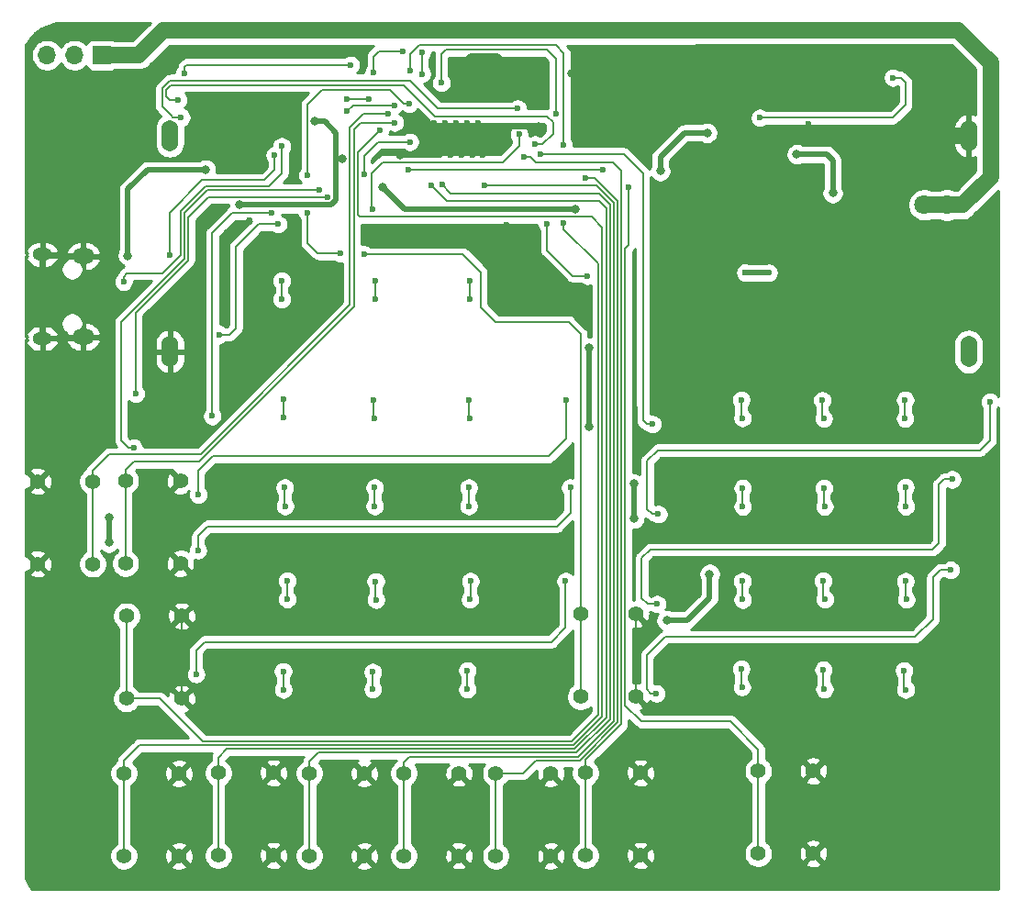
<source format=gbr>
G04 #@! TF.GenerationSoftware,KiCad,Pcbnew,5.1.5+dfsg1-2build2*
G04 #@! TF.CreationDate,2020-10-08T13:47:44+02:00*
G04 #@! TF.ProjectId,Logic_panel,4c6f6769-635f-4706-916e-656c2e6b6963,rev?*
G04 #@! TF.SameCoordinates,Original*
G04 #@! TF.FileFunction,Copper,L2,Bot*
G04 #@! TF.FilePolarity,Positive*
%FSLAX46Y46*%
G04 Gerber Fmt 4.6, Leading zero omitted, Abs format (unit mm)*
G04 Created by KiCad (PCBNEW 5.1.5+dfsg1-2build2) date 2020-10-08 13:47:44*
%MOMM*%
%LPD*%
G04 APERTURE LIST*
G04 #@! TA.AperFunction,ComponentPad*
%ADD10O,2.000000X1.450000*%
G04 #@! TD*
G04 #@! TA.AperFunction,ComponentPad*
%ADD11O,1.800000X1.150000*%
G04 #@! TD*
G04 #@! TA.AperFunction,ComponentPad*
%ADD12C,1.397000*%
G04 #@! TD*
G04 #@! TA.AperFunction,ComponentPad*
%ADD13R,1.700000X1.700000*%
G04 #@! TD*
G04 #@! TA.AperFunction,ComponentPad*
%ADD14O,1.700000X1.700000*%
G04 #@! TD*
G04 #@! TA.AperFunction,ComponentPad*
%ADD15O,1.524000X2.900000*%
G04 #@! TD*
G04 #@! TA.AperFunction,ViaPad*
%ADD16C,0.600000*%
G04 #@! TD*
G04 #@! TA.AperFunction,ViaPad*
%ADD17C,0.800000*%
G04 #@! TD*
G04 #@! TA.AperFunction,ViaPad*
%ADD18C,1.800000*%
G04 #@! TD*
G04 #@! TA.AperFunction,Conductor*
%ADD19C,0.500000*%
G04 #@! TD*
G04 #@! TA.AperFunction,Conductor*
%ADD20C,0.150000*%
G04 #@! TD*
G04 #@! TA.AperFunction,Conductor*
%ADD21C,1.500000*%
G04 #@! TD*
G04 #@! TA.AperFunction,Conductor*
%ADD22C,0.254000*%
G04 #@! TD*
G04 APERTURE END LIST*
D10*
G04 #@! TO.P,J1,6*
G04 #@! TO.N,Board_1-GND*
X56462900Y-72481249D03*
X56462900Y-79931249D03*
D11*
X52662900Y-72331249D03*
X52662900Y-80081249D03*
G04 #@! TD*
D12*
G04 #@! TO.P,SW2,1*
G04 #@! TO.N,Board_1-BTN_ENTER*
X118737900Y-119986249D03*
G04 #@! TO.P,SW2,2*
G04 #@! TO.N,Board_1-GND*
X123817900Y-119986249D03*
G04 #@! TO.P,SW2,1*
G04 #@! TO.N,Board_1-BTN_ENTER*
X118737900Y-127606249D03*
G04 #@! TO.P,SW2,2*
G04 #@! TO.N,Board_1-GND*
X123817900Y-127606249D03*
G04 #@! TD*
G04 #@! TO.P,SW4,1*
G04 #@! TO.N,Board_1-BTN_NEW_GAME*
X57337900Y-100876249D03*
G04 #@! TO.P,SW4,2*
G04 #@! TO.N,Board_1-GND*
X52257900Y-100876249D03*
G04 #@! TO.P,SW4,1*
G04 #@! TO.N,Board_1-BTN_NEW_GAME*
X57337900Y-93256249D03*
G04 #@! TO.P,SW4,2*
G04 #@! TO.N,Board_1-GND*
X52257900Y-93256249D03*
G04 #@! TD*
G04 #@! TO.P,SW5,1*
G04 #@! TO.N,Board_1-BTN_SIPKA_VLEVO*
X60437900Y-105686249D03*
G04 #@! TO.P,SW5,2*
G04 #@! TO.N,Board_1-GND*
X65517900Y-105686249D03*
G04 #@! TO.P,SW5,1*
G04 #@! TO.N,Board_1-BTN_SIPKA_VLEVO*
X60437900Y-113306249D03*
G04 #@! TO.P,SW5,2*
G04 #@! TO.N,Board_1-GND*
X65517900Y-113306249D03*
G04 #@! TD*
G04 #@! TO.P,SW6,1*
G04 #@! TO.N,Board_1-BTN_SIPKA_VPRAVO*
X102337900Y-105511249D03*
G04 #@! TO.P,SW6,2*
G04 #@! TO.N,Board_1-GND*
X107417900Y-105511249D03*
G04 #@! TO.P,SW6,1*
G04 #@! TO.N,Board_1-BTN_SIPKA_VPRAVO*
X102337900Y-113131249D03*
G04 #@! TO.P,SW6,2*
G04 #@! TO.N,Board_1-GND*
X107417900Y-113131249D03*
G04 #@! TD*
G04 #@! TO.P,SW7,1*
G04 #@! TO.N,Board_1-BARVA_1*
X60187900Y-120211249D03*
G04 #@! TO.P,SW7,2*
G04 #@! TO.N,Board_1-GND*
X65267900Y-120211249D03*
G04 #@! TO.P,SW7,1*
G04 #@! TO.N,Board_1-BARVA_1*
X60187900Y-127831249D03*
G04 #@! TO.P,SW7,2*
G04 #@! TO.N,Board_1-GND*
X65267900Y-127831249D03*
G04 #@! TD*
G04 #@! TO.P,SW8,1*
G04 #@! TO.N,Board_1-BARVA_2*
X68912900Y-120161249D03*
G04 #@! TO.P,SW8,2*
G04 #@! TO.N,Board_1-GND*
X73992900Y-120161249D03*
G04 #@! TO.P,SW8,1*
G04 #@! TO.N,Board_1-BARVA_2*
X68912900Y-127781249D03*
G04 #@! TO.P,SW8,2*
G04 #@! TO.N,Board_1-GND*
X73992900Y-127781249D03*
G04 #@! TD*
D13*
G04 #@! TO.P,SW1,1*
G04 #@! TO.N,Board_1-V_BAT_SPINANE*
X58187900Y-53931249D03*
D14*
G04 #@! TO.P,SW1,2*
G04 #@! TO.N,Board_1-V_BAT_PRIME*
X55647900Y-53931249D03*
G04 #@! TO.P,SW1,3*
G04 #@! TO.N,N/C*
X53107900Y-53931249D03*
G04 #@! TD*
D12*
G04 #@! TO.P,SW9,1*
G04 #@! TO.N,Board_1-BARVA_3*
X77312900Y-120211249D03*
G04 #@! TO.P,SW9,2*
G04 #@! TO.N,Board_1-GND*
X82392900Y-120211249D03*
G04 #@! TO.P,SW9,1*
G04 #@! TO.N,Board_1-BARVA_3*
X77312900Y-127831249D03*
G04 #@! TO.P,SW9,2*
G04 #@! TO.N,Board_1-GND*
X82392900Y-127831249D03*
G04 #@! TD*
G04 #@! TO.P,SW10,1*
G04 #@! TO.N,Board_1-BARVA_4*
X86037900Y-120186249D03*
G04 #@! TO.P,SW10,2*
G04 #@! TO.N,Board_1-GND*
X91117900Y-120186249D03*
G04 #@! TO.P,SW10,1*
G04 #@! TO.N,Board_1-BARVA_4*
X86037900Y-127806249D03*
G04 #@! TO.P,SW10,2*
G04 #@! TO.N,Board_1-GND*
X91117900Y-127806249D03*
G04 #@! TD*
G04 #@! TO.P,SW3,1*
G04 #@! TO.N,Board_1-BTN_END*
X60337900Y-93211249D03*
G04 #@! TO.P,SW3,2*
G04 #@! TO.N,Board_1-GND*
X65417900Y-93211249D03*
G04 #@! TO.P,SW3,1*
G04 #@! TO.N,Board_1-BTN_END*
X60337900Y-100831249D03*
G04 #@! TO.P,SW3,2*
G04 #@! TO.N,Board_1-GND*
X65417900Y-100831249D03*
G04 #@! TD*
G04 #@! TO.P,SW12,1*
G04 #@! TO.N,Board_1-BARVA_6*
X102787900Y-120161249D03*
G04 #@! TO.P,SW12,2*
G04 #@! TO.N,Board_1-GND*
X107867900Y-120161249D03*
G04 #@! TO.P,SW12,1*
G04 #@! TO.N,Board_1-BARVA_6*
X102787900Y-127781249D03*
G04 #@! TO.P,SW12,2*
G04 #@! TO.N,Board_1-GND*
X107867900Y-127781249D03*
G04 #@! TD*
G04 #@! TO.P,SW11,1*
G04 #@! TO.N,Board_1-BARVA_5*
X94512900Y-120211249D03*
G04 #@! TO.P,SW11,2*
G04 #@! TO.N,Board_1-GND*
X99592900Y-120211249D03*
G04 #@! TO.P,SW11,1*
G04 #@! TO.N,Board_1-BARVA_5*
X94512900Y-127831249D03*
G04 #@! TO.P,SW11,2*
G04 #@! TO.N,Board_1-GND*
X99592900Y-127831249D03*
G04 #@! TD*
D15*
G04 #@! TO.P,U4,1*
G04 #@! TO.N,Board_1-Net-(F1-Pad1)*
X138137900Y-81281249D03*
G04 #@! TO.P,U4,2*
G04 #@! TO.N,Board_1-GND*
X64437900Y-81281249D03*
G04 #@! TO.P,U4,3*
G04 #@! TO.N,Board_1-Net-(F2-Pad1)*
X64437900Y-61381249D03*
G04 #@! TO.P,U4,4*
G04 #@! TO.N,Board_1-GND*
X138137900Y-61381249D03*
G04 #@! TD*
D16*
G04 #@! TO.N,Board_1-+3V3*
X82762900Y-57956249D03*
X83237900Y-55531249D03*
X119697900Y-74006249D03*
X117527900Y-73996249D03*
X85962900Y-53581239D03*
X99257900Y-69536249D03*
X102967900Y-74286249D03*
X80737894Y-57956243D03*
G04 #@! TO.N,Board_1-/herni_LED.sch/2.sch/DATA_IN*
X67062900Y-94481249D03*
X101037900Y-85766249D03*
G04 #@! TO.N,Board_1-/herni_LED.sch/3.sch/DATA_IN*
X67037900Y-99631249D03*
X101387900Y-93841249D03*
G04 #@! TO.N,Board_1-/herni_LED.sch/4.ch/DATA_IN*
X66862900Y-111056249D03*
X100962900Y-102466249D03*
G04 #@! TO.N,Board_1-/hodnoceni_LED.sch/2.sch/DATA_IN*
X109512900Y-96281249D03*
X140112900Y-85931249D03*
G04 #@! TO.N,Board_1-/hodnoceni_LED.sch/3.sch/DATA_IN*
X109387900Y-104581249D03*
X136612900Y-93081249D03*
G04 #@! TO.N,Board_1-/hodnoceni_LED.sch/4.ch/DATA_IN*
X109337900Y-112831249D03*
X136487900Y-101431249D03*
G04 #@! TO.N,Board_1-BARVA_1*
X83837900Y-60856249D03*
G04 #@! TO.N,Board_1-BARVA_2*
X88537900Y-65906249D03*
G04 #@! TO.N,Board_1-BARVA_3*
X89537265Y-65870558D03*
G04 #@! TO.N,Board_1-BARVA_4*
X93512900Y-65981249D03*
G04 #@! TO.N,Board_1-BARVA_5*
X89501023Y-56498472D03*
X100062900Y-59381249D03*
X102817900Y-65296249D03*
G04 #@! TO.N,Board_1-BARVA_6*
X97070398Y-63313240D03*
G04 #@! TO.N,Board_1-BTN_END*
X85175074Y-60146974D03*
G04 #@! TO.N,Board_1-BTN_ENTER*
X85141648Y-58540740D03*
X80737900Y-59106249D03*
X104362900Y-64531249D03*
X106769389Y-66131249D03*
X86462900Y-64506249D03*
G04 #@! TO.N,Board_1-BTN_NEW_GAME*
X84562900Y-59356249D03*
G04 #@! TO.N,Board_1-BTN_SIPKA_VLEVO*
X100787900Y-62206249D03*
X100787900Y-69456249D03*
X86608979Y-55384588D03*
G04 #@! TO.N,Board_1-BTN_SIPKA_VPRAVO*
X86512900Y-58406249D03*
X77137900Y-65006249D03*
X80212890Y-72231249D03*
X82337900Y-72306249D03*
X77137900Y-68506259D03*
G04 #@! TO.N,Board_1-D+*
X74100955Y-63163362D03*
X64412900Y-72406249D03*
G04 #@! TO.N,Board_1-D-*
X74762900Y-62331249D03*
X60162900Y-74856249D03*
G04 #@! TO.N,Board_1-DATA_herni_LED*
X68352900Y-87236249D03*
X73837900Y-68506259D03*
G04 #@! TO.N,Board_1-DATA_hodnoceni_LED*
X98600361Y-63053144D03*
X108962900Y-87981249D03*
G04 #@! TO.N,Board_1-DATA_zadani_LED*
X83112900Y-68106249D03*
X74437900Y-69531249D03*
X69037900Y-79706249D03*
X96667900Y-61241249D03*
G04 #@! TO.N,Board_1-GND*
X92837900Y-60156249D03*
X91837900Y-60156249D03*
X90837900Y-60156249D03*
X89837900Y-60156249D03*
X88837900Y-60156249D03*
X89337900Y-63156249D03*
X90337900Y-63156249D03*
X91337900Y-63156249D03*
X93337900Y-63156249D03*
X92337900Y-63156249D03*
X93337900Y-61156249D03*
X92837900Y-62406249D03*
X91837900Y-62406249D03*
X90837900Y-62406249D03*
X89837900Y-62406249D03*
X89087900Y-62406249D03*
X89337900Y-61156249D03*
X90337900Y-61156249D03*
X91337900Y-61156249D03*
X92337900Y-61156249D03*
D17*
X127862900Y-84756249D03*
X128437900Y-80581249D03*
X95512900Y-73831249D03*
X69612900Y-72556249D03*
X95037900Y-54731249D03*
X91837900Y-54781249D03*
X101487900Y-55581249D03*
D16*
X106687900Y-54256249D03*
X123317900Y-60281249D03*
X71777900Y-69176249D03*
X95527900Y-69626249D03*
D18*
X111417900Y-75461249D03*
D17*
X98497900Y-60496249D03*
X85677900Y-63131249D03*
D18*
X111417900Y-77486249D03*
D16*
G04 #@! TO.N,Board_1-IO0*
X81137900Y-54831249D03*
X65787900Y-55606249D03*
G04 #@! TO.N,Board_1-MERENI_BATERKY*
X87703599Y-55659206D03*
X87692902Y-53671249D03*
G04 #@! TO.N,Board_1-Net-(D101-Pad2)*
X117287900Y-93871249D03*
X117287900Y-95571249D03*
G04 #@! TO.N,Board_1-Net-(D103-Pad2)*
X124787900Y-93871249D03*
X124849951Y-95571249D03*
G04 #@! TO.N,Board_1-Net-(D105-Pad2)*
X132349951Y-95571249D03*
X132323114Y-93783779D03*
G04 #@! TO.N,Board_1-Net-(D109-Pad2)*
X117262900Y-102471249D03*
X117287900Y-104171249D03*
G04 #@! TO.N,Board_1-Net-(D111-Pad2)*
X124712900Y-102431249D03*
X124887902Y-104131249D03*
G04 #@! TO.N,Board_1-Net-(D113-Pad2)*
X132312900Y-102466249D03*
X132387902Y-104166249D03*
G04 #@! TO.N,Board_1-Net-(D117-Pad2)*
X117162900Y-110546249D03*
X117231850Y-112246249D03*
G04 #@! TO.N,Board_1-Net-(D119-Pad2)*
X124737900Y-110656249D03*
X124837902Y-112431249D03*
G04 #@! TO.N,Board_1-Net-(D121-Pad2)*
X132187900Y-110706249D03*
X132337902Y-112471249D03*
G04 #@! TO.N,Board_1-Net-(D13-Pad2)*
X74962900Y-85681249D03*
X74962900Y-87381249D03*
G04 #@! TO.N,Board_1-Net-(D15-Pad2)*
X83262900Y-85766249D03*
X83287900Y-87466249D03*
G04 #@! TO.N,Board_1-Net-(D17-Pad2)*
X92062900Y-85766249D03*
X92087900Y-87466249D03*
G04 #@! TO.N,Board_1-Net-(D2-Pad2)*
X74762900Y-74751249D03*
X74762900Y-76451249D03*
G04 #@! TO.N,Board_1-Net-(D21-Pad2)*
X75037900Y-93841249D03*
X75062900Y-95541249D03*
G04 #@! TO.N,Board_1-Net-(D23-Pad2)*
X83337900Y-93841249D03*
X83337900Y-95541249D03*
G04 #@! TO.N,Board_1-Net-(D25-Pad2)*
X92012900Y-93841249D03*
X92012900Y-95541249D03*
G04 #@! TO.N,Board_1-Net-(D29-Pad2)*
X75262900Y-102421249D03*
X75262900Y-104121249D03*
G04 #@! TO.N,Board_1-Net-(D3-Pad2)*
X83387900Y-74751249D03*
X83387900Y-76451249D03*
G04 #@! TO.N,Board_1-Net-(D31-Pad2)*
X83437900Y-102491249D03*
X83462900Y-104191249D03*
G04 #@! TO.N,Board_1-Net-(D33-Pad2)*
X92162900Y-102466249D03*
X92137900Y-104166249D03*
G04 #@! TO.N,Board_1-Net-(D37-Pad2)*
X74887900Y-110781249D03*
X74912900Y-112481249D03*
G04 #@! TO.N,Board_1-Net-(D39-Pad2)*
X83162900Y-112436249D03*
X83162900Y-110856249D03*
G04 #@! TO.N,Board_1-Net-(D4-Pad2)*
X92137900Y-74751249D03*
X92087900Y-76456249D03*
G04 #@! TO.N,Board_1-Net-(D41-Pad2)*
X91887900Y-110706249D03*
X91887900Y-112456249D03*
G04 #@! TO.N,Board_1-Net-(D9-Pad2)*
X131162900Y-56006249D03*
X118887900Y-59706249D03*
G04 #@! TO.N,Board_1-Net-(D93-Pad2)*
X117162900Y-85721249D03*
X117284894Y-87421249D03*
G04 #@! TO.N,Board_1-Net-(D95-Pad2)*
X124637900Y-85771249D03*
X124787818Y-87471249D03*
G04 #@! TO.N,Board_1-Net-(D97-Pad2)*
X132287900Y-85746249D03*
X132286880Y-87446249D03*
G04 #@! TO.N,Board_1-RX_ESP*
X98120328Y-62175891D03*
X65187900Y-58056249D03*
G04 #@! TO.N,Board_1-TX_ESP*
X65487900Y-59681249D03*
X96512900Y-58856249D03*
D17*
G04 #@! TO.N,Board_1-VBUS*
X77837900Y-60056249D03*
X67737900Y-64506249D03*
X60562900Y-72431249D03*
X70862900Y-67756249D03*
X114012900Y-61106249D03*
X109687900Y-64631249D03*
X84112900Y-66131249D03*
X101862900Y-68106238D03*
X80387891Y-63521249D03*
G04 #@! TO.N,Board_1-V_BAT*
X125612900Y-66656249D03*
X122287900Y-63081249D03*
G04 #@! TO.N,Board_1-V_BAT_1*
X103112900Y-88181249D03*
X103112900Y-80956249D03*
X107292900Y-93496249D03*
X107267900Y-96696249D03*
X114242900Y-101821249D03*
X110292900Y-106096249D03*
G04 #@! TO.N,Board_1-V_BAT_2*
X58812900Y-98906249D03*
X58837900Y-96581249D03*
D18*
G04 #@! TO.N,Board_1-V_BAT_SPINANE*
X134067900Y-67746249D03*
X136137900Y-67756249D03*
D16*
G04 #@! TO.N,Board_1-ZAPINANI_1_CAST_LED*
X61087900Y-90156249D03*
X86587900Y-61931249D03*
X78251655Y-66406249D03*
X82337921Y-64931249D03*
G04 #@! TO.N,Board_1-ZAPINANI_2_CAST_LED*
X61287900Y-85181249D03*
X78982063Y-67006239D03*
G04 #@! TD*
D19*
G04 #@! TO.N,Board_1-+3V3*
X119697900Y-74006249D02*
X117537900Y-74006249D01*
X117537900Y-74006249D02*
X117527900Y-73996249D01*
D20*
X85962900Y-53656249D02*
X85962900Y-53581239D01*
X85937900Y-53681249D02*
X85962900Y-53656249D01*
X83237900Y-55531249D02*
X83237900Y-54056249D01*
X83712910Y-53581239D02*
X85962900Y-53581239D01*
X83237900Y-54056249D02*
X83712910Y-53581239D01*
X99257900Y-69536249D02*
X99257900Y-71956249D01*
X99257900Y-71956249D02*
X101587900Y-74286249D01*
X101587900Y-74286249D02*
X102967900Y-74286249D01*
X80737900Y-57956249D02*
X80737894Y-57956243D01*
X82762900Y-57956249D02*
X81687900Y-57956249D01*
X81687900Y-57956249D02*
X80737900Y-57956249D01*
G04 #@! TO.N,Board_1-/herni_LED.sch/2.sch/DATA_IN*
X67062900Y-94481249D02*
X67062900Y-92281249D01*
X67062900Y-92281249D02*
X68387900Y-90956249D01*
X68387900Y-90956249D02*
X99437900Y-90956249D01*
X99437900Y-90956249D02*
X101037900Y-89356249D01*
X101037900Y-89356249D02*
X101037900Y-85766249D01*
G04 #@! TO.N,Board_1-/herni_LED.sch/3.sch/DATA_IN*
X67037900Y-99631249D02*
X67037900Y-98306249D01*
X67037900Y-98306249D02*
X67937900Y-97406249D01*
X67937900Y-97406249D02*
X100162900Y-97406249D01*
X100162900Y-97406249D02*
X101387900Y-96181249D01*
X101387900Y-96181249D02*
X101387900Y-93841249D01*
G04 #@! TO.N,Board_1-/herni_LED.sch/4.ch/DATA_IN*
X66862900Y-111056249D02*
X66862900Y-108856249D01*
X66862900Y-108856249D02*
X67637900Y-108081249D01*
X67637900Y-108081249D02*
X99637900Y-108081249D01*
X99637900Y-108081249D02*
X100962900Y-106756249D01*
X100962900Y-106756249D02*
X100962900Y-102466249D01*
G04 #@! TO.N,Board_1-/hodnoceni_LED.sch/2.sch/DATA_IN*
X109512900Y-96281249D02*
X108937900Y-96281249D01*
X108937900Y-96281249D02*
X108487900Y-95831249D01*
X108487900Y-95831249D02*
X108487900Y-91356249D01*
X108487900Y-91356249D02*
X109462900Y-90381249D01*
X109462900Y-90381249D02*
X139212900Y-90381249D01*
X139212900Y-90381249D02*
X140112900Y-89481249D01*
X140112900Y-89481249D02*
X140112900Y-85931249D01*
G04 #@! TO.N,Board_1-/hodnoceni_LED.sch/3.sch/DATA_IN*
X109387900Y-104581249D02*
X108537900Y-104581249D01*
X108537900Y-104581249D02*
X107987900Y-104031249D01*
X107987900Y-104031249D02*
X107987900Y-100356249D01*
X107987900Y-100356249D02*
X108787900Y-99556249D01*
X108787900Y-99556249D02*
X134812900Y-99556249D01*
X134812900Y-99556249D02*
X135412900Y-98956249D01*
X135412900Y-98956249D02*
X135412900Y-93556249D01*
X135412900Y-93556249D02*
X135887900Y-93081249D01*
X135887900Y-93081249D02*
X136612900Y-93081249D01*
G04 #@! TO.N,Board_1-/hodnoceni_LED.sch/4.ch/DATA_IN*
X109337900Y-112831249D02*
X108837900Y-112831249D01*
X108837900Y-112831249D02*
X108462900Y-112456249D01*
X108462900Y-112456249D02*
X108462900Y-109331249D01*
X108462900Y-109331249D02*
X110187900Y-107606249D01*
X110187900Y-107606249D02*
X133212900Y-107606249D01*
X133212900Y-107606249D02*
X134862900Y-105956249D01*
X134862900Y-105956249D02*
X134862900Y-102106249D01*
X134862900Y-102106249D02*
X135537900Y-101431249D01*
X135537900Y-101431249D02*
X136487900Y-101431249D01*
G04 #@! TO.N,Board_1-BARVA_1*
X60187900Y-120211249D02*
X60187900Y-127831249D01*
X103347900Y-68866249D02*
X104337900Y-69856249D01*
X104337900Y-74751297D02*
X104335424Y-74753773D01*
X60187900Y-119051249D02*
X60187900Y-120211249D01*
X81762912Y-68631241D02*
X81997920Y-68866249D01*
X104335424Y-114928773D02*
X101657978Y-117606219D01*
X83837900Y-60856249D02*
X81762912Y-62931237D01*
X81997920Y-68866249D02*
X103347900Y-68866249D01*
X81762912Y-62931237D02*
X81762912Y-68631241D01*
X61632930Y-117606219D02*
X60187900Y-119051249D01*
X104337900Y-69856249D02*
X104337900Y-74751297D01*
X101657978Y-117606219D02*
X61632930Y-117606219D01*
X104335424Y-74753773D02*
X104335424Y-114928773D01*
G04 #@! TO.N,Board_1-BARVA_2*
X68912900Y-120161249D02*
X68912900Y-127781249D01*
X90012900Y-67381249D02*
X88537900Y-65906249D01*
X68912900Y-118751249D02*
X69707920Y-117956229D01*
X69707920Y-117956229D02*
X101802956Y-117956229D01*
X104012900Y-67381249D02*
X90012900Y-67381249D01*
X101802956Y-117956229D02*
X104694349Y-115064836D01*
X104694349Y-68062698D02*
X104012900Y-67381249D01*
X104694349Y-115064836D02*
X104694349Y-68062698D01*
X68912900Y-120161249D02*
X68912900Y-118751249D01*
G04 #@! TO.N,Board_1-BARVA_3*
X77312900Y-120211249D02*
X77312900Y-127831249D01*
X90372321Y-66705614D02*
X89537265Y-65870558D01*
X104037265Y-66705614D02*
X90372321Y-66705614D01*
X105044359Y-67712708D02*
X104037265Y-66705614D01*
X77312900Y-119101249D02*
X78107910Y-118306239D01*
X105044360Y-115209815D02*
X105044359Y-67712708D01*
X78107910Y-118306239D02*
X101947936Y-118306239D01*
X77312900Y-120211249D02*
X77312900Y-119101249D01*
X101947936Y-118306239D02*
X105044360Y-115209815D01*
G04 #@! TO.N,Board_1-BARVA_4*
X86037900Y-120186249D02*
X86037900Y-127806249D01*
X103807890Y-65981249D02*
X93512900Y-65981249D01*
X86037900Y-119176249D02*
X86557900Y-118656249D01*
X86037900Y-120186249D02*
X86037900Y-119176249D01*
X86557900Y-118656249D02*
X102092916Y-118656249D01*
X102092916Y-118656249D02*
X105394369Y-115354796D01*
X105394369Y-67567728D02*
X103807890Y-65981249D01*
X105394369Y-115354796D02*
X105394369Y-67567728D01*
G04 #@! TO.N,Board_1-BARVA_5*
X94512900Y-120211249D02*
X94512900Y-127831249D01*
X94512900Y-120211249D02*
X97007900Y-120211249D01*
X97007900Y-120211249D02*
X98212900Y-119006249D01*
X102237900Y-119006249D02*
X105744379Y-115499770D01*
X98212900Y-119006249D02*
X102237900Y-119006249D01*
X105744379Y-115499770D02*
X105744379Y-110581249D01*
X105744379Y-72274770D02*
X105744379Y-72157716D01*
X105744379Y-110581249D02*
X105744379Y-72274770D01*
X89501023Y-55743126D02*
X89501023Y-56498472D01*
X100062900Y-54231249D02*
X99262900Y-53431249D01*
X100062900Y-59381249D02*
X100062900Y-54231249D01*
X99262900Y-53431249D02*
X89887900Y-53431249D01*
X89887900Y-53431249D02*
X89501023Y-53818126D01*
X89501023Y-53818126D02*
X89501023Y-55743126D01*
X105744380Y-67422749D02*
X105744379Y-72274770D01*
X103627880Y-65306249D02*
X105744380Y-67422749D01*
X103627880Y-65306249D02*
X102827900Y-65306249D01*
X102827900Y-65306249D02*
X102817900Y-65296249D01*
G04 #@! TO.N,Board_1-BARVA_6*
X97070398Y-63313240D02*
X97077389Y-63306249D01*
X102787900Y-120161249D02*
X102787900Y-127781249D01*
X106094389Y-64612738D02*
X105287900Y-63806249D01*
X97744891Y-63313240D02*
X98237900Y-63806249D01*
X105287900Y-63806249D02*
X98237900Y-63806249D01*
X97070398Y-63313240D02*
X97744891Y-63313240D01*
X102787900Y-120161249D02*
X102787900Y-118981249D01*
X102787900Y-118981249D02*
X106094389Y-115674760D01*
X106094389Y-115674760D02*
X106094389Y-64612738D01*
G04 #@! TO.N,Board_1-BTN_END*
X60337900Y-100831249D02*
X60337900Y-93211249D01*
X82022175Y-60146974D02*
X85175074Y-60146974D01*
X60337900Y-92226249D02*
X61117900Y-91446249D01*
X60337900Y-93211249D02*
X60337900Y-92226249D01*
X81412901Y-60756248D02*
X82022175Y-60146974D01*
X61117900Y-91446249D02*
X67097900Y-91446249D01*
X67097900Y-91446249D02*
X81412901Y-77131248D01*
X81412901Y-77131248D02*
X81412901Y-60756248D01*
G04 #@! TO.N,Board_1-BTN_ENTER*
X85141648Y-58540740D02*
X84522391Y-58540740D01*
X118737900Y-127606249D02*
X118737900Y-119986249D01*
X118737900Y-119986249D02*
X118737900Y-117981249D01*
X118737900Y-117981249D02*
X116187900Y-115431249D01*
X116187900Y-115431249D02*
X107912900Y-115431249D01*
X107912900Y-115431249D02*
X106444399Y-113962748D01*
X106444399Y-113962748D02*
X106444399Y-71749750D01*
X84522391Y-58540740D02*
X81328409Y-58540740D01*
X81328409Y-58540740D02*
X80762900Y-59106249D01*
X80762900Y-59106249D02*
X80737900Y-59106249D01*
X106769389Y-71424760D02*
X106444399Y-71749750D01*
X106769389Y-66131249D02*
X106769389Y-71424760D01*
X102112900Y-64506249D02*
X86462900Y-64506249D01*
X102112900Y-64506249D02*
X104337900Y-64506249D01*
X104337900Y-64506249D02*
X104362900Y-64531249D01*
G04 #@! TO.N,Board_1-BTN_NEW_GAME*
X57337900Y-100876249D02*
X57337900Y-93256249D01*
X81062891Y-60606258D02*
X82312900Y-59356249D01*
X82312900Y-59356249D02*
X84562900Y-59356249D01*
X57337900Y-92251249D02*
X58817900Y-90771249D01*
X58817900Y-90771249D02*
X67277912Y-90771249D01*
X67277912Y-90771249D02*
X81062891Y-76986270D01*
X57337900Y-93256249D02*
X57337900Y-92251249D01*
X81062891Y-76986270D02*
X81062891Y-60606258D01*
G04 #@! TO.N,Board_1-BTN_SIPKA_VLEVO*
X60437900Y-105686249D02*
X60437900Y-113306249D01*
X101513000Y-117256209D02*
X103985414Y-114783795D01*
X103985414Y-114783795D02*
X103985414Y-112956249D01*
X103985414Y-112956249D02*
X103985414Y-89628763D01*
X103985414Y-89628763D02*
X103985414Y-74608795D01*
X103985414Y-73178763D02*
X103985414Y-73453763D01*
X100787900Y-69981249D02*
X103985414Y-73178763D01*
X103985414Y-74608795D02*
X103985414Y-73453763D01*
X100787900Y-69981249D02*
X100787900Y-69456249D01*
X67487860Y-117256209D02*
X67612860Y-117256209D01*
X60437900Y-113306249D02*
X63537900Y-113306249D01*
X63537900Y-113306249D02*
X67487860Y-117256209D01*
X67612860Y-117256209D02*
X101513000Y-117256209D01*
X87435472Y-52978903D02*
X86608979Y-53805396D01*
X100035554Y-52978903D02*
X87435472Y-52978903D01*
X100787900Y-62206249D02*
X100787900Y-53731249D01*
X86608979Y-53805396D02*
X86608979Y-55384588D01*
X100787900Y-53731249D02*
X100035554Y-52978903D01*
G04 #@! TO.N,Board_1-BTN_SIPKA_VPRAVO*
X102337900Y-113131249D02*
X102337900Y-105511249D01*
X102337900Y-79656249D02*
X102337900Y-105511249D01*
X101262900Y-78581249D02*
X102337900Y-79656249D01*
X82337900Y-72306249D02*
X91462900Y-72306249D01*
X93112900Y-73956249D02*
X93112900Y-77181249D01*
X94512900Y-78581249D02*
X101262900Y-78581249D01*
X91462900Y-72306249D02*
X93112900Y-73956249D01*
X93112900Y-77181249D02*
X94512900Y-78581249D01*
X77137900Y-58506249D02*
X77137900Y-65006249D01*
X78487900Y-57156249D02*
X77137900Y-58506249D01*
X86006159Y-58406249D02*
X85331159Y-57731249D01*
X86512900Y-58406249D02*
X86006159Y-58406249D01*
X85331159Y-57724508D02*
X84762900Y-57156249D01*
X85331159Y-57731249D02*
X85331159Y-57724508D01*
X84762900Y-57156249D02*
X78487900Y-57156249D01*
X77137900Y-71266249D02*
X77137900Y-68506259D01*
X80212890Y-72231249D02*
X78102900Y-72231249D01*
X78102900Y-72231249D02*
X77137900Y-71266249D01*
G04 #@! TO.N,Board_1-D+*
X74100955Y-63163362D02*
X74100955Y-63793194D01*
X64412900Y-72406249D02*
X64412900Y-68456249D01*
X64412900Y-68456249D02*
X67412900Y-65456249D01*
X67412900Y-65456249D02*
X73187900Y-65456249D01*
X74100955Y-64543194D02*
X74100955Y-63793194D01*
X73187900Y-65456249D02*
X74100955Y-64543194D01*
G04 #@! TO.N,Board_1-D-*
X74762900Y-62331249D02*
X74762900Y-62656249D01*
X74775956Y-62669305D02*
X74775956Y-64868193D01*
X74762900Y-62656249D02*
X74775956Y-62669305D01*
X74775956Y-64868193D02*
X73612900Y-66031249D01*
X73612900Y-66031249D02*
X67762900Y-66031249D01*
X67762900Y-66031249D02*
X65437900Y-68356249D01*
X65437900Y-72380251D02*
X63736902Y-74081249D01*
X65437900Y-68356249D02*
X65437900Y-72380251D01*
X63736902Y-74081249D02*
X60487900Y-74081249D01*
X60487900Y-74081249D02*
X60162900Y-74406249D01*
X60162900Y-74406249D02*
X60162900Y-74856249D01*
G04 #@! TO.N,Board_1-DATA_herni_LED*
X68362900Y-87226249D02*
X68352900Y-87236249D01*
X68362900Y-70356249D02*
X68362900Y-87226249D01*
X69187900Y-69531249D02*
X69012900Y-69706249D01*
X69012900Y-69706249D02*
X68362900Y-70356249D01*
X73413636Y-68506259D02*
X73837900Y-68506259D01*
X70212890Y-68506259D02*
X73413636Y-68506259D01*
X69012900Y-69706249D02*
X70212890Y-68506259D01*
G04 #@! TO.N,Board_1-DATA_hodnoceni_LED*
X108962900Y-87981249D02*
X108437900Y-87981249D01*
X108437900Y-87981249D02*
X108112900Y-87656249D01*
X108112900Y-87656249D02*
X108112900Y-86181249D01*
X108112900Y-86181249D02*
X108087900Y-86181249D01*
X108087900Y-64806249D02*
X108087900Y-73606249D01*
X106334795Y-63053144D02*
X108087900Y-64806249D01*
X98600361Y-63053144D02*
X106334795Y-63053144D01*
X108087900Y-86181249D02*
X108087900Y-73606249D01*
X108087900Y-73606249D02*
X108087900Y-72898263D01*
G04 #@! TO.N,Board_1-DATA_zadani_LED*
X83083608Y-66401957D02*
X83087900Y-66406249D01*
X83083608Y-68076957D02*
X83112900Y-68106249D01*
X83083608Y-66401957D02*
X83083608Y-68076957D01*
X74437900Y-69531249D02*
X72637900Y-69531249D01*
X72637900Y-69531249D02*
X70537900Y-71631249D01*
X70537900Y-71631249D02*
X70537900Y-79131249D01*
X70537900Y-79131249D02*
X69962900Y-79706249D01*
X69962900Y-79706249D02*
X69037900Y-79706249D01*
X84112900Y-63806249D02*
X83083608Y-64835541D01*
X95182900Y-63806249D02*
X84112900Y-63806249D01*
X83083608Y-64835541D02*
X83083608Y-66401957D01*
X96662900Y-62326249D02*
X95182900Y-63806249D01*
X96662900Y-62326249D02*
X96662900Y-61246249D01*
X96662900Y-61246249D02*
X96667900Y-61241249D01*
G04 #@! TO.N,Board_1-GND*
X65517900Y-105686249D02*
X65517900Y-113306249D01*
X107417900Y-105511249D02*
X107417900Y-113131249D01*
D19*
X52812900Y-72481249D02*
X52662900Y-72331249D01*
X56462900Y-72481249D02*
X52812900Y-72481249D01*
X52662900Y-72331249D02*
X52662900Y-80081249D01*
X56312900Y-80081249D02*
X56462900Y-79931249D01*
X52662900Y-80081249D02*
X56312900Y-80081249D01*
D21*
X116837900Y-61406249D02*
X111387900Y-66856249D01*
X111387900Y-66856249D02*
X111387900Y-73056249D01*
D19*
X127862900Y-84756249D02*
X128462900Y-84756249D01*
X128437900Y-81706249D02*
X128437900Y-80581249D01*
X69612900Y-71813773D02*
X69612900Y-72556249D01*
X95037900Y-54731249D02*
X95037900Y-54331249D01*
X95037900Y-54331249D02*
X94687900Y-53981249D01*
X94687900Y-53981249D02*
X92212900Y-53981249D01*
X91837900Y-54356249D02*
X92212900Y-53981249D01*
X91837900Y-54781249D02*
X91837900Y-54356249D01*
X101487900Y-55581249D02*
X105887900Y-55581249D01*
X105887900Y-55581249D02*
X106087900Y-55581249D01*
X106087900Y-55581249D02*
X106687900Y-54981249D01*
X106687900Y-54981249D02*
X106687900Y-54256249D01*
X123317900Y-61336249D02*
X123387900Y-61406249D01*
X123317900Y-60281249D02*
X123317900Y-61336249D01*
D21*
X138112900Y-61406249D02*
X123387900Y-61406249D01*
X123387900Y-61406249D02*
X116837900Y-61406249D01*
D19*
X69612900Y-71341249D02*
X69612900Y-71813773D01*
X71777900Y-69176249D02*
X69612900Y-71341249D01*
X95512900Y-73831249D02*
X95512900Y-71341259D01*
X95512900Y-71341259D02*
X95512900Y-69641249D01*
X95512900Y-69641249D02*
X95527900Y-69626249D01*
D21*
X111387900Y-73056249D02*
X111387900Y-75431249D01*
X111387900Y-75431249D02*
X111417900Y-75461249D01*
D19*
X128462900Y-84756249D02*
X129262900Y-83956249D01*
X129262900Y-83956249D02*
X129262900Y-82531249D01*
X129262900Y-82531249D02*
X128437900Y-81706249D01*
X91337900Y-61156249D02*
X94357900Y-61156249D01*
X94357900Y-61156249D02*
X94367900Y-61156249D01*
X94357900Y-61156249D02*
X94817900Y-61156249D01*
X94817900Y-61156249D02*
X95007900Y-61156249D01*
X95672901Y-60491248D02*
X98492901Y-60491248D01*
X95007900Y-61156249D02*
X95672901Y-60491248D01*
X98492901Y-60491248D02*
X98492901Y-60491250D01*
X98492901Y-60491250D02*
X98497900Y-60496249D01*
X89362900Y-63131249D02*
X91337900Y-61156249D01*
X85677900Y-63131249D02*
X89362900Y-63131249D01*
D21*
X111417900Y-75461249D02*
X111417900Y-77486249D01*
D20*
G04 #@! TO.N,Board_1-IO0*
X65987900Y-54831249D02*
X65787900Y-55031249D01*
X65787900Y-55031249D02*
X65787900Y-55606249D01*
X81137900Y-54831249D02*
X66337900Y-54831249D01*
X66337900Y-54831249D02*
X65987900Y-54831249D01*
G04 #@! TO.N,Board_1-MERENI_BATERKY*
X87703599Y-55659206D02*
X87703599Y-53681946D01*
X87703599Y-53681946D02*
X87692902Y-53671249D01*
G04 #@! TO.N,Board_1-Net-(D101-Pad2)*
X117287900Y-93871249D02*
X117287900Y-95571249D01*
G04 #@! TO.N,Board_1-Net-(D103-Pad2)*
X124787900Y-93871249D02*
X124787900Y-95509198D01*
X124787900Y-95509198D02*
X124849951Y-95571249D01*
G04 #@! TO.N,Board_1-Net-(D105-Pad2)*
X132323114Y-95544412D02*
X132349951Y-95571249D01*
X132323114Y-93783779D02*
X132323114Y-95544412D01*
G04 #@! TO.N,Board_1-Net-(D109-Pad2)*
X117262900Y-102471249D02*
X117262900Y-104146249D01*
X117262900Y-104146249D02*
X117287900Y-104171249D01*
G04 #@! TO.N,Board_1-Net-(D111-Pad2)*
X124712900Y-102431249D02*
X124712900Y-103956247D01*
X124712900Y-103956247D02*
X124887902Y-104131249D01*
G04 #@! TO.N,Board_1-Net-(D113-Pad2)*
X132312900Y-102466249D02*
X132312900Y-104091247D01*
X132312900Y-104091247D02*
X132387902Y-104166249D01*
G04 #@! TO.N,Board_1-Net-(D117-Pad2)*
X117162900Y-110546249D02*
X117162900Y-112177299D01*
X117162900Y-112177299D02*
X117231850Y-112246249D01*
G04 #@! TO.N,Board_1-Net-(D119-Pad2)*
X124737900Y-110656249D02*
X124737900Y-112331247D01*
X124737900Y-112331247D02*
X124837902Y-112431249D01*
G04 #@! TO.N,Board_1-Net-(D121-Pad2)*
X132187900Y-110706249D02*
X132187900Y-112321247D01*
X132187900Y-112321247D02*
X132337902Y-112471249D01*
G04 #@! TO.N,Board_1-Net-(D13-Pad2)*
X74962900Y-85681249D02*
X74962900Y-87381249D01*
G04 #@! TO.N,Board_1-Net-(D15-Pad2)*
X83262900Y-85766249D02*
X83262900Y-87441249D01*
X83262900Y-87441249D02*
X83287900Y-87466249D01*
G04 #@! TO.N,Board_1-Net-(D17-Pad2)*
X92062900Y-85766249D02*
X92062900Y-87441249D01*
X92062900Y-87441249D02*
X92087900Y-87466249D01*
G04 #@! TO.N,Board_1-Net-(D2-Pad2)*
X74762900Y-74751249D02*
X74762900Y-76131249D01*
X74762900Y-76131249D02*
X74762900Y-76451249D01*
G04 #@! TO.N,Board_1-Net-(D21-Pad2)*
X75037900Y-93841249D02*
X75037900Y-95516249D01*
X75037900Y-95516249D02*
X75062900Y-95541249D01*
G04 #@! TO.N,Board_1-Net-(D23-Pad2)*
X83337900Y-93841249D02*
X83337900Y-95541249D01*
G04 #@! TO.N,Board_1-Net-(D25-Pad2)*
X92012900Y-93841249D02*
X92012900Y-95541249D01*
G04 #@! TO.N,Board_1-Net-(D29-Pad2)*
X75262900Y-102421249D02*
X75262900Y-104121249D01*
G04 #@! TO.N,Board_1-Net-(D3-Pad2)*
X83387900Y-74751249D02*
X83387900Y-76451249D01*
G04 #@! TO.N,Board_1-Net-(D31-Pad2)*
X83437900Y-102491249D02*
X83437900Y-104166249D01*
X83437900Y-104166249D02*
X83462900Y-104191249D01*
G04 #@! TO.N,Board_1-Net-(D33-Pad2)*
X92162900Y-102466249D02*
X92162900Y-104141249D01*
X92162900Y-104141249D02*
X92137900Y-104166249D01*
G04 #@! TO.N,Board_1-Net-(D37-Pad2)*
X74887900Y-110781249D02*
X74887900Y-112456249D01*
X74887900Y-112456249D02*
X74912900Y-112481249D01*
G04 #@! TO.N,Board_1-Net-(D39-Pad2)*
X83162900Y-110856249D02*
X83162900Y-112436249D01*
G04 #@! TO.N,Board_1-Net-(D4-Pad2)*
X92137900Y-74751249D02*
X92137900Y-76406249D01*
X92137900Y-76406249D02*
X92087900Y-76456249D01*
G04 #@! TO.N,Board_1-Net-(D41-Pad2)*
X91887900Y-110706249D02*
X91887900Y-112056249D01*
X91887900Y-112056249D02*
X91887900Y-112456249D01*
G04 #@! TO.N,Board_1-Net-(D9-Pad2)*
X131162900Y-56006249D02*
X131887900Y-56006249D01*
X131887900Y-56006249D02*
X132337900Y-56456249D01*
X132337900Y-56456249D02*
X132337900Y-58531249D01*
X132337900Y-58531249D02*
X131162900Y-59706249D01*
X131162900Y-59706249D02*
X118887900Y-59706249D01*
G04 #@! TO.N,Board_1-Net-(D93-Pad2)*
X117162900Y-85721249D02*
X117162900Y-87299255D01*
X117162900Y-87299255D02*
X117284894Y-87421249D01*
G04 #@! TO.N,Board_1-Net-(D95-Pad2)*
X124637900Y-85771249D02*
X124637900Y-87321331D01*
X124637900Y-87321331D02*
X124787818Y-87471249D01*
G04 #@! TO.N,Board_1-Net-(D97-Pad2)*
X132287900Y-85746249D02*
X132287900Y-87445229D01*
X132287900Y-87445229D02*
X132286880Y-87446249D01*
G04 #@! TO.N,Board_1-RX_ESP*
X88887900Y-59556249D02*
X99227900Y-59556249D01*
X64087900Y-57131249D02*
X64537900Y-56681249D01*
X64087900Y-57731249D02*
X64087900Y-57131249D01*
X65187900Y-58056249D02*
X64412900Y-58056249D01*
X64537900Y-56681249D02*
X86012900Y-56681249D01*
X99787900Y-60116249D02*
X99787900Y-61231249D01*
X98843258Y-62175891D02*
X98582542Y-62175891D01*
X64412900Y-58056249D02*
X64087900Y-57731249D01*
X99787900Y-61231249D02*
X98843258Y-62175891D01*
X86012900Y-56681249D02*
X88887900Y-59556249D01*
X98582542Y-62175891D02*
X98120328Y-62175891D01*
X99227900Y-59556249D02*
X99787900Y-60116249D01*
G04 #@! TO.N,Board_1-TX_ESP*
X65487900Y-59681249D02*
X64712900Y-59681249D01*
X64712900Y-59681249D02*
X64562900Y-59531249D01*
X64562900Y-59531249D02*
X63712900Y-58681249D01*
X63712900Y-57011261D02*
X64442912Y-56281249D01*
X63712900Y-58681249D02*
X63712900Y-57011261D01*
X64442912Y-56281249D02*
X84812900Y-56281249D01*
X84812900Y-56281249D02*
X86612900Y-56281249D01*
X86612900Y-56281249D02*
X89187900Y-58856249D01*
X89187900Y-58856249D02*
X96512900Y-58856249D01*
D19*
G04 #@! TO.N,Board_1-VBUS*
X67737900Y-64506249D02*
X62362900Y-64506249D01*
X62362900Y-64506249D02*
X60562900Y-66306249D01*
X60562900Y-66306249D02*
X60562900Y-72431249D01*
X114012900Y-61106249D02*
X112362900Y-61106249D01*
X112362900Y-61106249D02*
X111912900Y-61106249D01*
X111912900Y-61106249D02*
X109687900Y-63331249D01*
X109687900Y-63331249D02*
X109687900Y-64631249D01*
X86087889Y-68106238D02*
X101862900Y-68106238D01*
X84112900Y-66131249D02*
X86087889Y-68106238D01*
X79336902Y-67756249D02*
X70862900Y-67756249D01*
X77837900Y-60056249D02*
X78702900Y-60056249D01*
X79767900Y-67325251D02*
X79336902Y-67756249D01*
X78702900Y-60056249D02*
X79767900Y-61121249D01*
X79792900Y-63521249D02*
X79767900Y-63546249D01*
X80387891Y-63521249D02*
X79792900Y-63521249D01*
X79767900Y-61121249D02*
X79767900Y-63546249D01*
X79767900Y-63546249D02*
X79767900Y-67325251D01*
G04 #@! TO.N,Board_1-V_BAT*
X125612900Y-63656249D02*
X125612900Y-66656249D01*
X122287900Y-63081249D02*
X125037900Y-63081249D01*
X125037900Y-63081249D02*
X125612900Y-63656249D01*
G04 #@! TO.N,Board_1-V_BAT_1*
X103112900Y-88181249D02*
X103112900Y-80956249D01*
X107292900Y-93496249D02*
X107292900Y-96671249D01*
X107292900Y-96671249D02*
X107267900Y-96696249D01*
X112217900Y-106071249D02*
X110317900Y-106071249D01*
X110317900Y-106071249D02*
X110292900Y-106096249D01*
X114242900Y-101821249D02*
X114242900Y-104046249D01*
X114242900Y-104046249D02*
X112217900Y-106071249D01*
G04 #@! TO.N,Board_1-V_BAT_2*
X58812900Y-98906249D02*
X58812900Y-96606249D01*
X58812900Y-96606249D02*
X58837900Y-96581249D01*
D21*
G04 #@! TO.N,Board_1-V_BAT_SPINANE*
X58187900Y-53931249D02*
X61562900Y-53931249D01*
X61562900Y-53931249D02*
X63837900Y-51656249D01*
X63837900Y-51656249D02*
X112737900Y-51656249D01*
X112737900Y-51656249D02*
X112787900Y-51606249D01*
X112787900Y-51606249D02*
X137137900Y-51606249D01*
X137137900Y-51606249D02*
X139824910Y-54293259D01*
X139824910Y-54293259D02*
X139849910Y-54293259D01*
X139849910Y-54293259D02*
X140187900Y-54631249D01*
X140187900Y-54631249D02*
X140187900Y-65181249D01*
X140187900Y-65181249D02*
X137612900Y-67756249D01*
X137612900Y-67756249D02*
X136137900Y-67756249D01*
X136127900Y-67746249D02*
X136137900Y-67756249D01*
X134067900Y-67746249D02*
X136127900Y-67746249D01*
D20*
G04 #@! TO.N,Board_1-ZAPINANI_1_CAST_LED*
X67887900Y-66406249D02*
X67825400Y-66468749D01*
X67825400Y-66468749D02*
X67912890Y-66381259D01*
X76762900Y-66406249D02*
X78251655Y-66406249D01*
X76762900Y-66406249D02*
X67887900Y-66406249D01*
X76862900Y-66406249D02*
X76762900Y-66406249D01*
X82337921Y-63251228D02*
X82337921Y-64931249D01*
X86587900Y-61931249D02*
X83657900Y-61931249D01*
X83657900Y-61931249D02*
X82337921Y-63251228D01*
X65787910Y-68506239D02*
X67825400Y-66468749D01*
X61087900Y-90156249D02*
X60652900Y-90156249D01*
X59937900Y-89441249D02*
X59937900Y-78556249D01*
X65787910Y-72706239D02*
X65787910Y-68506239D01*
X60652900Y-90156249D02*
X59937900Y-89441249D01*
X59937900Y-78556249D02*
X65787910Y-72706239D01*
G04 #@! TO.N,Board_1-ZAPINANI_2_CAST_LED*
X61287900Y-77701237D02*
X66137920Y-72851217D01*
X66137920Y-68881229D02*
X68012910Y-67006239D01*
X66137920Y-72851217D02*
X66137920Y-68881229D01*
X68012910Y-67006239D02*
X78982063Y-67006239D01*
X61287900Y-85181249D02*
X61287900Y-77701237D01*
G04 #@! TD*
D22*
G04 #@! TO.N,Board_1-GND*
G36*
X60989215Y-52546249D02*
G01*
X59384044Y-52546249D01*
X59282080Y-52491747D01*
X59162382Y-52455437D01*
X59037900Y-52443177D01*
X57337900Y-52443177D01*
X57213418Y-52455437D01*
X57093720Y-52491747D01*
X56983406Y-52550712D01*
X56886715Y-52630064D01*
X56807363Y-52726755D01*
X56748398Y-52837069D01*
X56726387Y-52909629D01*
X56594532Y-52777774D01*
X56351311Y-52615259D01*
X56081058Y-52503317D01*
X55794160Y-52446249D01*
X55501640Y-52446249D01*
X55214742Y-52503317D01*
X54944489Y-52615259D01*
X54701268Y-52777774D01*
X54494425Y-52984617D01*
X54377900Y-53159009D01*
X54261375Y-52984617D01*
X54054532Y-52777774D01*
X53811311Y-52615259D01*
X53541058Y-52503317D01*
X53254160Y-52446249D01*
X52961640Y-52446249D01*
X52674742Y-52503317D01*
X52404489Y-52615259D01*
X52161268Y-52777774D01*
X51954425Y-52984617D01*
X51791910Y-53227838D01*
X51679968Y-53498091D01*
X51622900Y-53784989D01*
X51622900Y-54077509D01*
X51679968Y-54364407D01*
X51791910Y-54634660D01*
X51954425Y-54877881D01*
X52161268Y-55084724D01*
X52404489Y-55247239D01*
X52674742Y-55359181D01*
X52961640Y-55416249D01*
X53254160Y-55416249D01*
X53541058Y-55359181D01*
X53811311Y-55247239D01*
X54054532Y-55084724D01*
X54261375Y-54877881D01*
X54377900Y-54703489D01*
X54494425Y-54877881D01*
X54701268Y-55084724D01*
X54944489Y-55247239D01*
X55214742Y-55359181D01*
X55501640Y-55416249D01*
X55794160Y-55416249D01*
X56081058Y-55359181D01*
X56351311Y-55247239D01*
X56594532Y-55084724D01*
X56726387Y-54952869D01*
X56748398Y-55025429D01*
X56807363Y-55135743D01*
X56886715Y-55232434D01*
X56983406Y-55311786D01*
X57093720Y-55370751D01*
X57213418Y-55407061D01*
X57337900Y-55419321D01*
X59037900Y-55419321D01*
X59162382Y-55407061D01*
X59282080Y-55370751D01*
X59384044Y-55316249D01*
X61494871Y-55316249D01*
X61562900Y-55322949D01*
X61630929Y-55316249D01*
X61630937Y-55316249D01*
X61834407Y-55296209D01*
X62095481Y-55217013D01*
X62336088Y-55088406D01*
X62546981Y-54915330D01*
X62590354Y-54862480D01*
X64411586Y-53041249D01*
X83251710Y-53041249D01*
X83208435Y-53076764D01*
X83186194Y-53103865D01*
X82760517Y-53529541D01*
X82733426Y-53551774D01*
X82711193Y-53578865D01*
X82644701Y-53659886D01*
X82578772Y-53783230D01*
X82538174Y-53917065D01*
X82524465Y-54056249D01*
X82527901Y-54091133D01*
X82527900Y-54918959D01*
X82511638Y-54935221D01*
X82409314Y-55088360D01*
X82338832Y-55258520D01*
X82302900Y-55439160D01*
X82302900Y-55571249D01*
X81713368Y-55571249D01*
X81733928Y-55557511D01*
X81864162Y-55427277D01*
X81966486Y-55274138D01*
X82036968Y-55103978D01*
X82072900Y-54923338D01*
X82072900Y-54739160D01*
X82036968Y-54558520D01*
X81966486Y-54388360D01*
X81864162Y-54235221D01*
X81733928Y-54104987D01*
X81580789Y-54002663D01*
X81410629Y-53932181D01*
X81229989Y-53896249D01*
X81045811Y-53896249D01*
X80865171Y-53932181D01*
X80695011Y-54002663D01*
X80541872Y-54104987D01*
X80525610Y-54121249D01*
X66022775Y-54121249D01*
X65987900Y-54117814D01*
X65953025Y-54121249D01*
X65953023Y-54121249D01*
X65848716Y-54131522D01*
X65714880Y-54172121D01*
X65591537Y-54238049D01*
X65483425Y-54326774D01*
X65461184Y-54353875D01*
X65310518Y-54504540D01*
X65283425Y-54526775D01*
X65194700Y-54634887D01*
X65128772Y-54758230D01*
X65088173Y-54892066D01*
X65080455Y-54970433D01*
X65078164Y-54993695D01*
X65061638Y-55010221D01*
X64959314Y-55163360D01*
X64888832Y-55333520D01*
X64852900Y-55514160D01*
X64852900Y-55571249D01*
X64477787Y-55571249D01*
X64442912Y-55567814D01*
X64408037Y-55571249D01*
X64408035Y-55571249D01*
X64303728Y-55581522D01*
X64169892Y-55622121D01*
X64046549Y-55688049D01*
X63938437Y-55776774D01*
X63916200Y-55803870D01*
X63235517Y-56484553D01*
X63208426Y-56506786D01*
X63186193Y-56533877D01*
X63119701Y-56614898D01*
X63053772Y-56738242D01*
X63013174Y-56872077D01*
X62999465Y-57011261D01*
X63002901Y-57046145D01*
X63002900Y-58646374D01*
X62999465Y-58681249D01*
X63002900Y-58716124D01*
X63002900Y-58716125D01*
X63013173Y-58820432D01*
X63053772Y-58954268D01*
X63119700Y-59077611D01*
X63208425Y-59185723D01*
X63235517Y-59207957D01*
X63600679Y-59573119D01*
X63445292Y-59700642D01*
X63270717Y-59913363D01*
X63140996Y-60156055D01*
X63061114Y-60419390D01*
X63040900Y-60624625D01*
X63040900Y-62137874D01*
X63061114Y-62343109D01*
X63140997Y-62606444D01*
X63270718Y-62849136D01*
X63445293Y-63061857D01*
X63658014Y-63236432D01*
X63900706Y-63366153D01*
X64164041Y-63446035D01*
X64437900Y-63473008D01*
X64711760Y-63446035D01*
X64975095Y-63366153D01*
X65217787Y-63236432D01*
X65430508Y-63061857D01*
X65605083Y-62849136D01*
X65734804Y-62606444D01*
X65814686Y-62343109D01*
X65834900Y-62137874D01*
X65834900Y-60624624D01*
X65827796Y-60552496D01*
X65930789Y-60509835D01*
X66083928Y-60407511D01*
X66214162Y-60277277D01*
X66316486Y-60124138D01*
X66386968Y-59953978D01*
X66422900Y-59773338D01*
X66422900Y-59589160D01*
X66386968Y-59408520D01*
X66316486Y-59238360D01*
X66214162Y-59085221D01*
X66083928Y-58954987D01*
X65930789Y-58852663D01*
X65775317Y-58788265D01*
X65783928Y-58782511D01*
X65914162Y-58652277D01*
X66016486Y-58499138D01*
X66086968Y-58328978D01*
X66122900Y-58148338D01*
X66122900Y-57964160D01*
X66086968Y-57783520D01*
X66016486Y-57613360D01*
X65914162Y-57460221D01*
X65845190Y-57391249D01*
X77248809Y-57391249D01*
X76660517Y-57979541D01*
X76633425Y-58001775D01*
X76544700Y-58109887D01*
X76478772Y-58233230D01*
X76438173Y-58367066D01*
X76428949Y-58460723D01*
X76424465Y-58506249D01*
X76427900Y-58541124D01*
X76427901Y-64393958D01*
X76411638Y-64410221D01*
X76309314Y-64563360D01*
X76238832Y-64733520D01*
X76202900Y-64914160D01*
X76202900Y-65098338D01*
X76238832Y-65278978D01*
X76309314Y-65449138D01*
X76411638Y-65602277D01*
X76505610Y-65696249D01*
X74951991Y-65696249D01*
X75253335Y-65394905D01*
X75280431Y-65372668D01*
X75369156Y-65264556D01*
X75435084Y-65141213D01*
X75436949Y-65135066D01*
X75475683Y-65007378D01*
X75489391Y-64868193D01*
X75485956Y-64833316D01*
X75485956Y-62930483D01*
X75489162Y-62927277D01*
X75591486Y-62774138D01*
X75661968Y-62603978D01*
X75697900Y-62423338D01*
X75697900Y-62239160D01*
X75661968Y-62058520D01*
X75591486Y-61888360D01*
X75489162Y-61735221D01*
X75358928Y-61604987D01*
X75205789Y-61502663D01*
X75035629Y-61432181D01*
X74854989Y-61396249D01*
X74670811Y-61396249D01*
X74490171Y-61432181D01*
X74320011Y-61502663D01*
X74166872Y-61604987D01*
X74036638Y-61735221D01*
X73934314Y-61888360D01*
X73863832Y-62058520D01*
X73827900Y-62239160D01*
X73827900Y-62264429D01*
X73658066Y-62334776D01*
X73504927Y-62437100D01*
X73374693Y-62567334D01*
X73272369Y-62720473D01*
X73201887Y-62890633D01*
X73165955Y-63071273D01*
X73165955Y-63255451D01*
X73201887Y-63436091D01*
X73272369Y-63606251D01*
X73374693Y-63759390D01*
X73390955Y-63775652D01*
X73390955Y-64249103D01*
X72893809Y-64746249D01*
X68745438Y-64746249D01*
X68772900Y-64608188D01*
X68772900Y-64404310D01*
X68733126Y-64204351D01*
X68655105Y-64015993D01*
X68541837Y-63846475D01*
X68397674Y-63702312D01*
X68228156Y-63589044D01*
X68039798Y-63511023D01*
X67839839Y-63471249D01*
X67635961Y-63471249D01*
X67436002Y-63511023D01*
X67247644Y-63589044D01*
X67199446Y-63621249D01*
X62406365Y-63621249D01*
X62362899Y-63616968D01*
X62319433Y-63621249D01*
X62319423Y-63621249D01*
X62189410Y-63634054D01*
X62022587Y-63684660D01*
X61868841Y-63766838D01*
X61853527Y-63779406D01*
X61767853Y-63849717D01*
X61767851Y-63849719D01*
X61734083Y-63877432D01*
X61706370Y-63911200D01*
X59967856Y-65649715D01*
X59934083Y-65677432D01*
X59823489Y-65812191D01*
X59741311Y-65965937D01*
X59709020Y-66072386D01*
X59691865Y-66128937D01*
X59690705Y-66132760D01*
X59677900Y-66262773D01*
X59677900Y-66262780D01*
X59673619Y-66306249D01*
X59677900Y-66349718D01*
X59677901Y-71892793D01*
X59645695Y-71940993D01*
X59567674Y-72129351D01*
X59527900Y-72329310D01*
X59527900Y-72533188D01*
X59567674Y-72733147D01*
X59645695Y-72921505D01*
X59758963Y-73091023D01*
X59903126Y-73235186D01*
X60072644Y-73348454D01*
X60235436Y-73415885D01*
X60214880Y-73422121D01*
X60091537Y-73488049D01*
X59983425Y-73576774D01*
X59961188Y-73603870D01*
X59685517Y-73879541D01*
X59658425Y-73901775D01*
X59569700Y-74009887D01*
X59503772Y-74133230D01*
X59477708Y-74219151D01*
X59436638Y-74260221D01*
X59334314Y-74413360D01*
X59263832Y-74583520D01*
X59227900Y-74764160D01*
X59227900Y-74948338D01*
X59263832Y-75128978D01*
X59334314Y-75299138D01*
X59436638Y-75452277D01*
X59566872Y-75582511D01*
X59720011Y-75684835D01*
X59890171Y-75755317D01*
X60070811Y-75791249D01*
X60254989Y-75791249D01*
X60435629Y-75755317D01*
X60605789Y-75684835D01*
X60758928Y-75582511D01*
X60889162Y-75452277D01*
X60991486Y-75299138D01*
X61061968Y-75128978D01*
X61097900Y-74948338D01*
X61097900Y-74791249D01*
X62698808Y-74791249D01*
X59460517Y-78029541D01*
X59433426Y-78051774D01*
X59411193Y-78078865D01*
X59344701Y-78159886D01*
X59278772Y-78283230D01*
X59238174Y-78417065D01*
X59224465Y-78556249D01*
X59227901Y-78591134D01*
X59227900Y-89406374D01*
X59224465Y-89441249D01*
X59227900Y-89476124D01*
X59227900Y-89476125D01*
X59238173Y-89580432D01*
X59278772Y-89714268D01*
X59344700Y-89837611D01*
X59433425Y-89945723D01*
X59460517Y-89967957D01*
X59553809Y-90061249D01*
X58852774Y-90061249D01*
X58817899Y-90057814D01*
X58783024Y-90061249D01*
X58783023Y-90061249D01*
X58678716Y-90071522D01*
X58544880Y-90112121D01*
X58421537Y-90178049D01*
X58313425Y-90266774D01*
X58291192Y-90293865D01*
X56860517Y-91724541D01*
X56833426Y-91746774D01*
X56811193Y-91773865D01*
X56744701Y-91854886D01*
X56678772Y-91978230D01*
X56638174Y-92112065D01*
X56637337Y-92120564D01*
X56487843Y-92220452D01*
X56302103Y-92406192D01*
X56156168Y-92624600D01*
X56055646Y-92867281D01*
X56004400Y-93124911D01*
X56004400Y-93387587D01*
X56055646Y-93645217D01*
X56156168Y-93887898D01*
X56302103Y-94106306D01*
X56487843Y-94292046D01*
X56627901Y-94385629D01*
X56627900Y-99746869D01*
X56487843Y-99840452D01*
X56302103Y-100026192D01*
X56156168Y-100244600D01*
X56055646Y-100487281D01*
X56004400Y-100744911D01*
X56004400Y-101007587D01*
X56055646Y-101265217D01*
X56156168Y-101507898D01*
X56302103Y-101726306D01*
X56487843Y-101912046D01*
X56706251Y-102057981D01*
X56948932Y-102158503D01*
X57206562Y-102209749D01*
X57469238Y-102209749D01*
X57726868Y-102158503D01*
X57969549Y-102057981D01*
X58187957Y-101912046D01*
X58373697Y-101726306D01*
X58519632Y-101507898D01*
X58620154Y-101265217D01*
X58671400Y-101007587D01*
X58671400Y-100744911D01*
X58620154Y-100487281D01*
X58519632Y-100244600D01*
X58373697Y-100026192D01*
X58187957Y-99840452D01*
X58047900Y-99746869D01*
X58047900Y-99604960D01*
X58153126Y-99710186D01*
X58322644Y-99823454D01*
X58511002Y-99901475D01*
X58710961Y-99941249D01*
X58914839Y-99941249D01*
X59114798Y-99901475D01*
X59303156Y-99823454D01*
X59472674Y-99710186D01*
X59616837Y-99566023D01*
X59627900Y-99549466D01*
X59627900Y-99701869D01*
X59487843Y-99795452D01*
X59302103Y-99981192D01*
X59156168Y-100199600D01*
X59055646Y-100442281D01*
X59004400Y-100699911D01*
X59004400Y-100962587D01*
X59055646Y-101220217D01*
X59156168Y-101462898D01*
X59302103Y-101681306D01*
X59487843Y-101867046D01*
X59706251Y-102012981D01*
X59948932Y-102113503D01*
X60206562Y-102164749D01*
X60469238Y-102164749D01*
X60726868Y-102113503D01*
X60969549Y-102012981D01*
X61187957Y-101867046D01*
X61303557Y-101751446D01*
X64677308Y-101751446D01*
X64736586Y-101985061D01*
X64974775Y-102095808D01*
X65229993Y-102157960D01*
X65492433Y-102169125D01*
X65752007Y-102128878D01*
X65998742Y-102038763D01*
X66099214Y-101985061D01*
X66158492Y-101751446D01*
X65417900Y-101010854D01*
X64677308Y-101751446D01*
X61303557Y-101751446D01*
X61373697Y-101681306D01*
X61519632Y-101462898D01*
X61620154Y-101220217D01*
X61671400Y-100962587D01*
X61671400Y-100905782D01*
X64080024Y-100905782D01*
X64120271Y-101165356D01*
X64210386Y-101412091D01*
X64264088Y-101512563D01*
X64497703Y-101571841D01*
X65238295Y-100831249D01*
X64497703Y-100090657D01*
X64264088Y-100149935D01*
X64153341Y-100388124D01*
X64091189Y-100643342D01*
X64080024Y-100905782D01*
X61671400Y-100905782D01*
X61671400Y-100699911D01*
X61620154Y-100442281D01*
X61519632Y-100199600D01*
X61373697Y-99981192D01*
X61187957Y-99795452D01*
X61047900Y-99701869D01*
X61047900Y-94340629D01*
X61187957Y-94247046D01*
X61373697Y-94061306D01*
X61519632Y-93842898D01*
X61620154Y-93600217D01*
X61671400Y-93342587D01*
X61671400Y-93285782D01*
X64080024Y-93285782D01*
X64120271Y-93545356D01*
X64210386Y-93792091D01*
X64264088Y-93892563D01*
X64497703Y-93951841D01*
X65238295Y-93211249D01*
X64497703Y-92470657D01*
X64264088Y-92529935D01*
X64153341Y-92768124D01*
X64091189Y-93023342D01*
X64080024Y-93285782D01*
X61671400Y-93285782D01*
X61671400Y-93079911D01*
X61620154Y-92822281D01*
X61519632Y-92579600D01*
X61373697Y-92361192D01*
X61290373Y-92277868D01*
X61411991Y-92156249D01*
X64711513Y-92156249D01*
X64677308Y-92291052D01*
X65417900Y-93031644D01*
X65432043Y-93017502D01*
X65611648Y-93197107D01*
X65597505Y-93211249D01*
X65611648Y-93225392D01*
X65432043Y-93404997D01*
X65417900Y-93390854D01*
X64677308Y-94131446D01*
X64736586Y-94365061D01*
X64974775Y-94475808D01*
X65229993Y-94537960D01*
X65492433Y-94549125D01*
X65752007Y-94508878D01*
X65998742Y-94418763D01*
X66099214Y-94365061D01*
X66158491Y-94131448D01*
X66184841Y-94157798D01*
X66163832Y-94208520D01*
X66127900Y-94389160D01*
X66127900Y-94573338D01*
X66163832Y-94753978D01*
X66234314Y-94924138D01*
X66336638Y-95077277D01*
X66466872Y-95207511D01*
X66620011Y-95309835D01*
X66790171Y-95380317D01*
X66970811Y-95416249D01*
X67154989Y-95416249D01*
X67335629Y-95380317D01*
X67505789Y-95309835D01*
X67658928Y-95207511D01*
X67789162Y-95077277D01*
X67891486Y-94924138D01*
X67961968Y-94753978D01*
X67997900Y-94573338D01*
X67997900Y-94389160D01*
X67961968Y-94208520D01*
X67891486Y-94038360D01*
X67789162Y-93885221D01*
X67772900Y-93868959D01*
X67772900Y-93749160D01*
X74102900Y-93749160D01*
X74102900Y-93933338D01*
X74138832Y-94113978D01*
X74209314Y-94284138D01*
X74311638Y-94437277D01*
X74327900Y-94453539D01*
X74327901Y-94958297D01*
X74234314Y-95098360D01*
X74163832Y-95268520D01*
X74127900Y-95449160D01*
X74127900Y-95633338D01*
X74163832Y-95813978D01*
X74234314Y-95984138D01*
X74336638Y-96137277D01*
X74466872Y-96267511D01*
X74620011Y-96369835D01*
X74790171Y-96440317D01*
X74970811Y-96476249D01*
X75154989Y-96476249D01*
X75335629Y-96440317D01*
X75505789Y-96369835D01*
X75658928Y-96267511D01*
X75789162Y-96137277D01*
X75891486Y-95984138D01*
X75961968Y-95813978D01*
X75997900Y-95633338D01*
X75997900Y-95449160D01*
X75961968Y-95268520D01*
X75891486Y-95098360D01*
X75789162Y-94945221D01*
X75747900Y-94903959D01*
X75747900Y-94453539D01*
X75764162Y-94437277D01*
X75866486Y-94284138D01*
X75936968Y-94113978D01*
X75972900Y-93933338D01*
X75972900Y-93749160D01*
X82402900Y-93749160D01*
X82402900Y-93933338D01*
X82438832Y-94113978D01*
X82509314Y-94284138D01*
X82611638Y-94437277D01*
X82627900Y-94453539D01*
X82627901Y-94928958D01*
X82611638Y-94945221D01*
X82509314Y-95098360D01*
X82438832Y-95268520D01*
X82402900Y-95449160D01*
X82402900Y-95633338D01*
X82438832Y-95813978D01*
X82509314Y-95984138D01*
X82611638Y-96137277D01*
X82741872Y-96267511D01*
X82895011Y-96369835D01*
X83065171Y-96440317D01*
X83245811Y-96476249D01*
X83429989Y-96476249D01*
X83610629Y-96440317D01*
X83780789Y-96369835D01*
X83933928Y-96267511D01*
X84064162Y-96137277D01*
X84166486Y-95984138D01*
X84236968Y-95813978D01*
X84272900Y-95633338D01*
X84272900Y-95449160D01*
X84236968Y-95268520D01*
X84166486Y-95098360D01*
X84064162Y-94945221D01*
X84047900Y-94928959D01*
X84047900Y-94453539D01*
X84064162Y-94437277D01*
X84166486Y-94284138D01*
X84236968Y-94113978D01*
X84272900Y-93933338D01*
X84272900Y-93749160D01*
X91077900Y-93749160D01*
X91077900Y-93933338D01*
X91113832Y-94113978D01*
X91184314Y-94284138D01*
X91286638Y-94437277D01*
X91302900Y-94453539D01*
X91302901Y-94928958D01*
X91286638Y-94945221D01*
X91184314Y-95098360D01*
X91113832Y-95268520D01*
X91077900Y-95449160D01*
X91077900Y-95633338D01*
X91113832Y-95813978D01*
X91184314Y-95984138D01*
X91286638Y-96137277D01*
X91416872Y-96267511D01*
X91570011Y-96369835D01*
X91740171Y-96440317D01*
X91920811Y-96476249D01*
X92104989Y-96476249D01*
X92285629Y-96440317D01*
X92455789Y-96369835D01*
X92608928Y-96267511D01*
X92739162Y-96137277D01*
X92841486Y-95984138D01*
X92911968Y-95813978D01*
X92947900Y-95633338D01*
X92947900Y-95449160D01*
X92911968Y-95268520D01*
X92841486Y-95098360D01*
X92739162Y-94945221D01*
X92722900Y-94928959D01*
X92722900Y-94453539D01*
X92739162Y-94437277D01*
X92841486Y-94284138D01*
X92911968Y-94113978D01*
X92947900Y-93933338D01*
X92947900Y-93749160D01*
X92911968Y-93568520D01*
X92841486Y-93398360D01*
X92739162Y-93245221D01*
X92608928Y-93114987D01*
X92455789Y-93012663D01*
X92285629Y-92942181D01*
X92104989Y-92906249D01*
X91920811Y-92906249D01*
X91740171Y-92942181D01*
X91570011Y-93012663D01*
X91416872Y-93114987D01*
X91286638Y-93245221D01*
X91184314Y-93398360D01*
X91113832Y-93568520D01*
X91077900Y-93749160D01*
X84272900Y-93749160D01*
X84236968Y-93568520D01*
X84166486Y-93398360D01*
X84064162Y-93245221D01*
X83933928Y-93114987D01*
X83780789Y-93012663D01*
X83610629Y-92942181D01*
X83429989Y-92906249D01*
X83245811Y-92906249D01*
X83065171Y-92942181D01*
X82895011Y-93012663D01*
X82741872Y-93114987D01*
X82611638Y-93245221D01*
X82509314Y-93398360D01*
X82438832Y-93568520D01*
X82402900Y-93749160D01*
X75972900Y-93749160D01*
X75936968Y-93568520D01*
X75866486Y-93398360D01*
X75764162Y-93245221D01*
X75633928Y-93114987D01*
X75480789Y-93012663D01*
X75310629Y-92942181D01*
X75129989Y-92906249D01*
X74945811Y-92906249D01*
X74765171Y-92942181D01*
X74595011Y-93012663D01*
X74441872Y-93114987D01*
X74311638Y-93245221D01*
X74209314Y-93398360D01*
X74138832Y-93568520D01*
X74102900Y-93749160D01*
X67772900Y-93749160D01*
X67772900Y-92575340D01*
X68681992Y-91666249D01*
X99403025Y-91666249D01*
X99437900Y-91669684D01*
X99472775Y-91666249D01*
X99472777Y-91666249D01*
X99577084Y-91655976D01*
X99710920Y-91615377D01*
X99834263Y-91549449D01*
X99942375Y-91460724D01*
X99964612Y-91433628D01*
X101515283Y-89882957D01*
X101542374Y-89860724D01*
X101627900Y-89756511D01*
X101627901Y-92935671D01*
X101479989Y-92906249D01*
X101295811Y-92906249D01*
X101115171Y-92942181D01*
X100945011Y-93012663D01*
X100791872Y-93114987D01*
X100661638Y-93245221D01*
X100559314Y-93398360D01*
X100488832Y-93568520D01*
X100452900Y-93749160D01*
X100452900Y-93933338D01*
X100488832Y-94113978D01*
X100559314Y-94284138D01*
X100661638Y-94437277D01*
X100677901Y-94453540D01*
X100677900Y-95887158D01*
X99868809Y-96696249D01*
X67972774Y-96696249D01*
X67937899Y-96692814D01*
X67903024Y-96696249D01*
X67903023Y-96696249D01*
X67798716Y-96706522D01*
X67664880Y-96747121D01*
X67541537Y-96813049D01*
X67433425Y-96901774D01*
X67411192Y-96928865D01*
X66560516Y-97779542D01*
X66533426Y-97801774D01*
X66511193Y-97828865D01*
X66444701Y-97909886D01*
X66378772Y-98033230D01*
X66338174Y-98167065D01*
X66324465Y-98306249D01*
X66327901Y-98341133D01*
X66327900Y-99018959D01*
X66311638Y-99035221D01*
X66209314Y-99188360D01*
X66138832Y-99358520D01*
X66102900Y-99539160D01*
X66102900Y-99691964D01*
X66099214Y-99677437D01*
X65861025Y-99566690D01*
X65605807Y-99504538D01*
X65343367Y-99493373D01*
X65083793Y-99533620D01*
X64837058Y-99623735D01*
X64736586Y-99677437D01*
X64677308Y-99911052D01*
X65417900Y-100651644D01*
X65432043Y-100637502D01*
X65611648Y-100817107D01*
X65597505Y-100831249D01*
X66338097Y-101571841D01*
X66571712Y-101512563D01*
X66682459Y-101274374D01*
X66744611Y-101019156D01*
X66755776Y-100756716D01*
X66717619Y-100510620D01*
X66765171Y-100530317D01*
X66945811Y-100566249D01*
X67129989Y-100566249D01*
X67310629Y-100530317D01*
X67480789Y-100459835D01*
X67633928Y-100357511D01*
X67764162Y-100227277D01*
X67866486Y-100074138D01*
X67936968Y-99903978D01*
X67972900Y-99723338D01*
X67972900Y-99539160D01*
X67936968Y-99358520D01*
X67866486Y-99188360D01*
X67764162Y-99035221D01*
X67747900Y-99018959D01*
X67747900Y-98600340D01*
X68231992Y-98116249D01*
X100128025Y-98116249D01*
X100162900Y-98119684D01*
X100197775Y-98116249D01*
X100197777Y-98116249D01*
X100302084Y-98105976D01*
X100435920Y-98065377D01*
X100559263Y-97999449D01*
X100667375Y-97910724D01*
X100689612Y-97883628D01*
X101627901Y-96945339D01*
X101627901Y-101808960D01*
X101558928Y-101739987D01*
X101405789Y-101637663D01*
X101235629Y-101567181D01*
X101054989Y-101531249D01*
X100870811Y-101531249D01*
X100690171Y-101567181D01*
X100520011Y-101637663D01*
X100366872Y-101739987D01*
X100236638Y-101870221D01*
X100134314Y-102023360D01*
X100063832Y-102193520D01*
X100027900Y-102374160D01*
X100027900Y-102558338D01*
X100063832Y-102738978D01*
X100134314Y-102909138D01*
X100236638Y-103062277D01*
X100252901Y-103078540D01*
X100252900Y-106462157D01*
X99343809Y-107371249D01*
X67672777Y-107371249D01*
X67637900Y-107367814D01*
X67498715Y-107381522D01*
X67364880Y-107422121D01*
X67241536Y-107488049D01*
X67204040Y-107518822D01*
X67133425Y-107576774D01*
X67111188Y-107603870D01*
X66385517Y-108329541D01*
X66358426Y-108351774D01*
X66336193Y-108378865D01*
X66269701Y-108459886D01*
X66203772Y-108583230D01*
X66163174Y-108717065D01*
X66149465Y-108856249D01*
X66152901Y-108891134D01*
X66152900Y-110443959D01*
X66136638Y-110460221D01*
X66034314Y-110613360D01*
X65963832Y-110783520D01*
X65927900Y-110964160D01*
X65927900Y-111148338D01*
X65963832Y-111328978D01*
X66034314Y-111499138D01*
X66136638Y-111652277D01*
X66266872Y-111782511D01*
X66420011Y-111884835D01*
X66590171Y-111955317D01*
X66770811Y-111991249D01*
X66954989Y-111991249D01*
X67135629Y-111955317D01*
X67305789Y-111884835D01*
X67458928Y-111782511D01*
X67589162Y-111652277D01*
X67691486Y-111499138D01*
X67761968Y-111328978D01*
X67797900Y-111148338D01*
X67797900Y-110964160D01*
X67761968Y-110783520D01*
X67722884Y-110689160D01*
X73952900Y-110689160D01*
X73952900Y-110873338D01*
X73988832Y-111053978D01*
X74059314Y-111224138D01*
X74161638Y-111377277D01*
X74177900Y-111393539D01*
X74177901Y-111898297D01*
X74084314Y-112038360D01*
X74013832Y-112208520D01*
X73977900Y-112389160D01*
X73977900Y-112573338D01*
X74013832Y-112753978D01*
X74084314Y-112924138D01*
X74186638Y-113077277D01*
X74316872Y-113207511D01*
X74470011Y-113309835D01*
X74640171Y-113380317D01*
X74820811Y-113416249D01*
X75004989Y-113416249D01*
X75185629Y-113380317D01*
X75355789Y-113309835D01*
X75508928Y-113207511D01*
X75639162Y-113077277D01*
X75741486Y-112924138D01*
X75811968Y-112753978D01*
X75847900Y-112573338D01*
X75847900Y-112389160D01*
X75811968Y-112208520D01*
X75741486Y-112038360D01*
X75639162Y-111885221D01*
X75597900Y-111843959D01*
X75597900Y-111393539D01*
X75614162Y-111377277D01*
X75716486Y-111224138D01*
X75786968Y-111053978D01*
X75822900Y-110873338D01*
X75822900Y-110764160D01*
X82227900Y-110764160D01*
X82227900Y-110948338D01*
X82263832Y-111128978D01*
X82334314Y-111299138D01*
X82436638Y-111452277D01*
X82452900Y-111468539D01*
X82452901Y-111823958D01*
X82436638Y-111840221D01*
X82334314Y-111993360D01*
X82263832Y-112163520D01*
X82227900Y-112344160D01*
X82227900Y-112528338D01*
X82263832Y-112708978D01*
X82334314Y-112879138D01*
X82436638Y-113032277D01*
X82566872Y-113162511D01*
X82720011Y-113264835D01*
X82890171Y-113335317D01*
X83070811Y-113371249D01*
X83254989Y-113371249D01*
X83435629Y-113335317D01*
X83605789Y-113264835D01*
X83758928Y-113162511D01*
X83889162Y-113032277D01*
X83991486Y-112879138D01*
X84061968Y-112708978D01*
X84097900Y-112528338D01*
X84097900Y-112344160D01*
X84061968Y-112163520D01*
X83991486Y-111993360D01*
X83889162Y-111840221D01*
X83872900Y-111823959D01*
X83872900Y-111468539D01*
X83889162Y-111452277D01*
X83991486Y-111299138D01*
X84061968Y-111128978D01*
X84097900Y-110948338D01*
X84097900Y-110764160D01*
X84068063Y-110614160D01*
X90952900Y-110614160D01*
X90952900Y-110798338D01*
X90988832Y-110978978D01*
X91059314Y-111149138D01*
X91161638Y-111302277D01*
X91177900Y-111318539D01*
X91177901Y-111843958D01*
X91161638Y-111860221D01*
X91059314Y-112013360D01*
X90988832Y-112183520D01*
X90952900Y-112364160D01*
X90952900Y-112548338D01*
X90988832Y-112728978D01*
X91059314Y-112899138D01*
X91161638Y-113052277D01*
X91291872Y-113182511D01*
X91445011Y-113284835D01*
X91615171Y-113355317D01*
X91795811Y-113391249D01*
X91979989Y-113391249D01*
X92160629Y-113355317D01*
X92330789Y-113284835D01*
X92483928Y-113182511D01*
X92614162Y-113052277D01*
X92716486Y-112899138D01*
X92786968Y-112728978D01*
X92822900Y-112548338D01*
X92822900Y-112364160D01*
X92786968Y-112183520D01*
X92716486Y-112013360D01*
X92614162Y-111860221D01*
X92597900Y-111843959D01*
X92597900Y-111318539D01*
X92614162Y-111302277D01*
X92716486Y-111149138D01*
X92786968Y-110978978D01*
X92822900Y-110798338D01*
X92822900Y-110614160D01*
X92786968Y-110433520D01*
X92716486Y-110263360D01*
X92614162Y-110110221D01*
X92483928Y-109979987D01*
X92330789Y-109877663D01*
X92160629Y-109807181D01*
X91979989Y-109771249D01*
X91795811Y-109771249D01*
X91615171Y-109807181D01*
X91445011Y-109877663D01*
X91291872Y-109979987D01*
X91161638Y-110110221D01*
X91059314Y-110263360D01*
X90988832Y-110433520D01*
X90952900Y-110614160D01*
X84068063Y-110614160D01*
X84061968Y-110583520D01*
X83991486Y-110413360D01*
X83889162Y-110260221D01*
X83758928Y-110129987D01*
X83605789Y-110027663D01*
X83435629Y-109957181D01*
X83254989Y-109921249D01*
X83070811Y-109921249D01*
X82890171Y-109957181D01*
X82720011Y-110027663D01*
X82566872Y-110129987D01*
X82436638Y-110260221D01*
X82334314Y-110413360D01*
X82263832Y-110583520D01*
X82227900Y-110764160D01*
X75822900Y-110764160D01*
X75822900Y-110689160D01*
X75786968Y-110508520D01*
X75716486Y-110338360D01*
X75614162Y-110185221D01*
X75483928Y-110054987D01*
X75330789Y-109952663D01*
X75160629Y-109882181D01*
X74979989Y-109846249D01*
X74795811Y-109846249D01*
X74615171Y-109882181D01*
X74445011Y-109952663D01*
X74291872Y-110054987D01*
X74161638Y-110185221D01*
X74059314Y-110338360D01*
X73988832Y-110508520D01*
X73952900Y-110689160D01*
X67722884Y-110689160D01*
X67691486Y-110613360D01*
X67589162Y-110460221D01*
X67572900Y-110443959D01*
X67572900Y-109150340D01*
X67931991Y-108791249D01*
X99603025Y-108791249D01*
X99637900Y-108794684D01*
X99672775Y-108791249D01*
X99672777Y-108791249D01*
X99777084Y-108780976D01*
X99910920Y-108740377D01*
X100034263Y-108674449D01*
X100142375Y-108585724D01*
X100164612Y-108558628D01*
X101440289Y-107282952D01*
X101467374Y-107260724D01*
X101489604Y-107233637D01*
X101489607Y-107233634D01*
X101556099Y-107152613D01*
X101556101Y-107152611D01*
X101622028Y-107029269D01*
X101627901Y-107009909D01*
X101627900Y-112001869D01*
X101487843Y-112095452D01*
X101302103Y-112281192D01*
X101156168Y-112499600D01*
X101055646Y-112742281D01*
X101004400Y-112999911D01*
X101004400Y-113262587D01*
X101055646Y-113520217D01*
X101156168Y-113762898D01*
X101302103Y-113981306D01*
X101487843Y-114167046D01*
X101706251Y-114312981D01*
X101948932Y-114413503D01*
X102206562Y-114464749D01*
X102469238Y-114464749D01*
X102726868Y-114413503D01*
X102969549Y-114312981D01*
X103187957Y-114167046D01*
X103275414Y-114079589D01*
X103275414Y-114489703D01*
X101218909Y-116546209D01*
X67781952Y-116546209D01*
X65841283Y-114605541D01*
X65852007Y-114603878D01*
X66098742Y-114513763D01*
X66199214Y-114460061D01*
X66258492Y-114226446D01*
X65517900Y-113485854D01*
X65503758Y-113499997D01*
X65324153Y-113320392D01*
X65338295Y-113306249D01*
X65697505Y-113306249D01*
X66438097Y-114046841D01*
X66671712Y-113987563D01*
X66782459Y-113749374D01*
X66844611Y-113494156D01*
X66855776Y-113231716D01*
X66815529Y-112972142D01*
X66725414Y-112725407D01*
X66671712Y-112624935D01*
X66438097Y-112565657D01*
X65697505Y-113306249D01*
X65338295Y-113306249D01*
X64597703Y-112565657D01*
X64364088Y-112624935D01*
X64253341Y-112863124D01*
X64223089Y-112987347D01*
X64064612Y-112828870D01*
X64042375Y-112801774D01*
X63934263Y-112713049D01*
X63810920Y-112647121D01*
X63677084Y-112606522D01*
X63572777Y-112596249D01*
X63572775Y-112596249D01*
X63537900Y-112592814D01*
X63503025Y-112596249D01*
X61567280Y-112596249D01*
X61473697Y-112456192D01*
X61403557Y-112386052D01*
X64777308Y-112386052D01*
X65517900Y-113126644D01*
X66258492Y-112386052D01*
X66199214Y-112152437D01*
X65961025Y-112041690D01*
X65705807Y-111979538D01*
X65443367Y-111968373D01*
X65183793Y-112008620D01*
X64937058Y-112098735D01*
X64836586Y-112152437D01*
X64777308Y-112386052D01*
X61403557Y-112386052D01*
X61287957Y-112270452D01*
X61147900Y-112176869D01*
X61147900Y-106815629D01*
X61287957Y-106722046D01*
X61403557Y-106606446D01*
X64777308Y-106606446D01*
X64836586Y-106840061D01*
X65074775Y-106950808D01*
X65329993Y-107012960D01*
X65592433Y-107024125D01*
X65852007Y-106983878D01*
X66098742Y-106893763D01*
X66199214Y-106840061D01*
X66258492Y-106606446D01*
X65517900Y-105865854D01*
X64777308Y-106606446D01*
X61403557Y-106606446D01*
X61473697Y-106536306D01*
X61619632Y-106317898D01*
X61720154Y-106075217D01*
X61771400Y-105817587D01*
X61771400Y-105760782D01*
X64180024Y-105760782D01*
X64220271Y-106020356D01*
X64310386Y-106267091D01*
X64364088Y-106367563D01*
X64597703Y-106426841D01*
X65338295Y-105686249D01*
X65697505Y-105686249D01*
X66438097Y-106426841D01*
X66671712Y-106367563D01*
X66782459Y-106129374D01*
X66844611Y-105874156D01*
X66855776Y-105611716D01*
X66815529Y-105352142D01*
X66725414Y-105105407D01*
X66671712Y-105004935D01*
X66438097Y-104945657D01*
X65697505Y-105686249D01*
X65338295Y-105686249D01*
X64597703Y-104945657D01*
X64364088Y-105004935D01*
X64253341Y-105243124D01*
X64191189Y-105498342D01*
X64180024Y-105760782D01*
X61771400Y-105760782D01*
X61771400Y-105554911D01*
X61720154Y-105297281D01*
X61619632Y-105054600D01*
X61473697Y-104836192D01*
X61403557Y-104766052D01*
X64777308Y-104766052D01*
X65517900Y-105506644D01*
X66258492Y-104766052D01*
X66199214Y-104532437D01*
X65961025Y-104421690D01*
X65705807Y-104359538D01*
X65443367Y-104348373D01*
X65183793Y-104388620D01*
X64937058Y-104478735D01*
X64836586Y-104532437D01*
X64777308Y-104766052D01*
X61403557Y-104766052D01*
X61287957Y-104650452D01*
X61069549Y-104504517D01*
X60826868Y-104403995D01*
X60569238Y-104352749D01*
X60306562Y-104352749D01*
X60048932Y-104403995D01*
X59806251Y-104504517D01*
X59587843Y-104650452D01*
X59402103Y-104836192D01*
X59256168Y-105054600D01*
X59155646Y-105297281D01*
X59104400Y-105554911D01*
X59104400Y-105817587D01*
X59155646Y-106075217D01*
X59256168Y-106317898D01*
X59402103Y-106536306D01*
X59587843Y-106722046D01*
X59727900Y-106815629D01*
X59727901Y-112176869D01*
X59587843Y-112270452D01*
X59402103Y-112456192D01*
X59256168Y-112674600D01*
X59155646Y-112917281D01*
X59104400Y-113174911D01*
X59104400Y-113437587D01*
X59155646Y-113695217D01*
X59256168Y-113937898D01*
X59402103Y-114156306D01*
X59587843Y-114342046D01*
X59806251Y-114487981D01*
X60048932Y-114588503D01*
X60306562Y-114639749D01*
X60569238Y-114639749D01*
X60826868Y-114588503D01*
X61069549Y-114487981D01*
X61287957Y-114342046D01*
X61473697Y-114156306D01*
X61567280Y-114016249D01*
X63243809Y-114016249D01*
X66123778Y-116896219D01*
X61667804Y-116896219D01*
X61632929Y-116892784D01*
X61598054Y-116896219D01*
X61598053Y-116896219D01*
X61493746Y-116906492D01*
X61359910Y-116947091D01*
X61236567Y-117013019D01*
X61128455Y-117101744D01*
X61106222Y-117128835D01*
X59710517Y-118524541D01*
X59683425Y-118546775D01*
X59594700Y-118654887D01*
X59528772Y-118778230D01*
X59488173Y-118912066D01*
X59479145Y-119003735D01*
X59474465Y-119051249D01*
X59477507Y-119082132D01*
X59337843Y-119175452D01*
X59152103Y-119361192D01*
X59006168Y-119579600D01*
X58905646Y-119822281D01*
X58854400Y-120079911D01*
X58854400Y-120342587D01*
X58905646Y-120600217D01*
X59006168Y-120842898D01*
X59152103Y-121061306D01*
X59337843Y-121247046D01*
X59477900Y-121340629D01*
X59477901Y-126701869D01*
X59337843Y-126795452D01*
X59152103Y-126981192D01*
X59006168Y-127199600D01*
X58905646Y-127442281D01*
X58854400Y-127699911D01*
X58854400Y-127962587D01*
X58905646Y-128220217D01*
X59006168Y-128462898D01*
X59152103Y-128681306D01*
X59337843Y-128867046D01*
X59556251Y-129012981D01*
X59798932Y-129113503D01*
X60056562Y-129164749D01*
X60319238Y-129164749D01*
X60576868Y-129113503D01*
X60819549Y-129012981D01*
X61037957Y-128867046D01*
X61153557Y-128751446D01*
X64527308Y-128751446D01*
X64586586Y-128985061D01*
X64824775Y-129095808D01*
X65079993Y-129157960D01*
X65342433Y-129169125D01*
X65602007Y-129128878D01*
X65848742Y-129038763D01*
X65949214Y-128985061D01*
X66008492Y-128751446D01*
X65267900Y-128010854D01*
X64527308Y-128751446D01*
X61153557Y-128751446D01*
X61223697Y-128681306D01*
X61369632Y-128462898D01*
X61470154Y-128220217D01*
X61521400Y-127962587D01*
X61521400Y-127905782D01*
X63930024Y-127905782D01*
X63970271Y-128165356D01*
X64060386Y-128412091D01*
X64114088Y-128512563D01*
X64347703Y-128571841D01*
X65088295Y-127831249D01*
X65447505Y-127831249D01*
X66188097Y-128571841D01*
X66421712Y-128512563D01*
X66532459Y-128274374D01*
X66594611Y-128019156D01*
X66605776Y-127756716D01*
X66565529Y-127497142D01*
X66475414Y-127250407D01*
X66421712Y-127149935D01*
X66188097Y-127090657D01*
X65447505Y-127831249D01*
X65088295Y-127831249D01*
X64347703Y-127090657D01*
X64114088Y-127149935D01*
X64003341Y-127388124D01*
X63941189Y-127643342D01*
X63930024Y-127905782D01*
X61521400Y-127905782D01*
X61521400Y-127699911D01*
X61470154Y-127442281D01*
X61369632Y-127199600D01*
X61223697Y-126981192D01*
X61153557Y-126911052D01*
X64527308Y-126911052D01*
X65267900Y-127651644D01*
X66008492Y-126911052D01*
X65949214Y-126677437D01*
X65711025Y-126566690D01*
X65455807Y-126504538D01*
X65193367Y-126493373D01*
X64933793Y-126533620D01*
X64687058Y-126623735D01*
X64586586Y-126677437D01*
X64527308Y-126911052D01*
X61153557Y-126911052D01*
X61037957Y-126795452D01*
X60897900Y-126701869D01*
X60897900Y-121340629D01*
X61037957Y-121247046D01*
X61153557Y-121131446D01*
X64527308Y-121131446D01*
X64586586Y-121365061D01*
X64824775Y-121475808D01*
X65079993Y-121537960D01*
X65342433Y-121549125D01*
X65602007Y-121508878D01*
X65848742Y-121418763D01*
X65949214Y-121365061D01*
X66008492Y-121131446D01*
X65267900Y-120390854D01*
X64527308Y-121131446D01*
X61153557Y-121131446D01*
X61223697Y-121061306D01*
X61369632Y-120842898D01*
X61470154Y-120600217D01*
X61521400Y-120342587D01*
X61521400Y-120285782D01*
X63930024Y-120285782D01*
X63970271Y-120545356D01*
X64060386Y-120792091D01*
X64114088Y-120892563D01*
X64347703Y-120951841D01*
X65088295Y-120211249D01*
X65447505Y-120211249D01*
X66188097Y-120951841D01*
X66421712Y-120892563D01*
X66532459Y-120654374D01*
X66594611Y-120399156D01*
X66605776Y-120136716D01*
X66565529Y-119877142D01*
X66475414Y-119630407D01*
X66421712Y-119529935D01*
X66188097Y-119470657D01*
X65447505Y-120211249D01*
X65088295Y-120211249D01*
X64347703Y-119470657D01*
X64114088Y-119529935D01*
X64003341Y-119768124D01*
X63941189Y-120023342D01*
X63930024Y-120285782D01*
X61521400Y-120285782D01*
X61521400Y-120079911D01*
X61470154Y-119822281D01*
X61369632Y-119579600D01*
X61223697Y-119361192D01*
X61153557Y-119291052D01*
X64527308Y-119291052D01*
X65267900Y-120031644D01*
X66008492Y-119291052D01*
X65949214Y-119057437D01*
X65711025Y-118946690D01*
X65455807Y-118884538D01*
X65193367Y-118873373D01*
X64933793Y-118913620D01*
X64687058Y-119003735D01*
X64586586Y-119057437D01*
X64527308Y-119291052D01*
X61153557Y-119291052D01*
X61052873Y-119190368D01*
X61927022Y-118316219D01*
X68351434Y-118316219D01*
X68319701Y-118354886D01*
X68253772Y-118478230D01*
X68213174Y-118612065D01*
X68199465Y-118751249D01*
X68202901Y-118786133D01*
X68202901Y-119031869D01*
X68062843Y-119125452D01*
X67877103Y-119311192D01*
X67731168Y-119529600D01*
X67630646Y-119772281D01*
X67579400Y-120029911D01*
X67579400Y-120292587D01*
X67630646Y-120550217D01*
X67731168Y-120792898D01*
X67877103Y-121011306D01*
X68062843Y-121197046D01*
X68202900Y-121290629D01*
X68202901Y-126651869D01*
X68062843Y-126745452D01*
X67877103Y-126931192D01*
X67731168Y-127149600D01*
X67630646Y-127392281D01*
X67579400Y-127649911D01*
X67579400Y-127912587D01*
X67630646Y-128170217D01*
X67731168Y-128412898D01*
X67877103Y-128631306D01*
X68062843Y-128817046D01*
X68281251Y-128962981D01*
X68523932Y-129063503D01*
X68781562Y-129114749D01*
X69044238Y-129114749D01*
X69301868Y-129063503D01*
X69544549Y-128962981D01*
X69762957Y-128817046D01*
X69878557Y-128701446D01*
X73252308Y-128701446D01*
X73311586Y-128935061D01*
X73549775Y-129045808D01*
X73804993Y-129107960D01*
X74067433Y-129119125D01*
X74327007Y-129078878D01*
X74573742Y-128988763D01*
X74674214Y-128935061D01*
X74733492Y-128701446D01*
X73992900Y-127960854D01*
X73252308Y-128701446D01*
X69878557Y-128701446D01*
X69948697Y-128631306D01*
X70094632Y-128412898D01*
X70195154Y-128170217D01*
X70246400Y-127912587D01*
X70246400Y-127855782D01*
X72655024Y-127855782D01*
X72695271Y-128115356D01*
X72785386Y-128362091D01*
X72839088Y-128462563D01*
X73072703Y-128521841D01*
X73813295Y-127781249D01*
X74172505Y-127781249D01*
X74913097Y-128521841D01*
X75146712Y-128462563D01*
X75257459Y-128224374D01*
X75319611Y-127969156D01*
X75330776Y-127706716D01*
X75290529Y-127447142D01*
X75200414Y-127200407D01*
X75146712Y-127099935D01*
X74913097Y-127040657D01*
X74172505Y-127781249D01*
X73813295Y-127781249D01*
X73072703Y-127040657D01*
X72839088Y-127099935D01*
X72728341Y-127338124D01*
X72666189Y-127593342D01*
X72655024Y-127855782D01*
X70246400Y-127855782D01*
X70246400Y-127649911D01*
X70195154Y-127392281D01*
X70094632Y-127149600D01*
X69948697Y-126931192D01*
X69878557Y-126861052D01*
X73252308Y-126861052D01*
X73992900Y-127601644D01*
X74733492Y-126861052D01*
X74674214Y-126627437D01*
X74436025Y-126516690D01*
X74180807Y-126454538D01*
X73918367Y-126443373D01*
X73658793Y-126483620D01*
X73412058Y-126573735D01*
X73311586Y-126627437D01*
X73252308Y-126861052D01*
X69878557Y-126861052D01*
X69762957Y-126745452D01*
X69622900Y-126651869D01*
X69622900Y-121290629D01*
X69762957Y-121197046D01*
X69878557Y-121081446D01*
X73252308Y-121081446D01*
X73311586Y-121315061D01*
X73549775Y-121425808D01*
X73804993Y-121487960D01*
X74067433Y-121499125D01*
X74327007Y-121458878D01*
X74573742Y-121368763D01*
X74674214Y-121315061D01*
X74733492Y-121081446D01*
X73992900Y-120340854D01*
X73252308Y-121081446D01*
X69878557Y-121081446D01*
X69948697Y-121011306D01*
X70094632Y-120792898D01*
X70195154Y-120550217D01*
X70246400Y-120292587D01*
X70246400Y-120235782D01*
X72655024Y-120235782D01*
X72695271Y-120495356D01*
X72785386Y-120742091D01*
X72839088Y-120842563D01*
X73072703Y-120901841D01*
X73813295Y-120161249D01*
X74172505Y-120161249D01*
X74913097Y-120901841D01*
X75146712Y-120842563D01*
X75257459Y-120604374D01*
X75319611Y-120349156D01*
X75330776Y-120086716D01*
X75290529Y-119827142D01*
X75200414Y-119580407D01*
X75146712Y-119479935D01*
X74913097Y-119420657D01*
X74172505Y-120161249D01*
X73813295Y-120161249D01*
X73072703Y-119420657D01*
X72839088Y-119479935D01*
X72728341Y-119718124D01*
X72666189Y-119973342D01*
X72655024Y-120235782D01*
X70246400Y-120235782D01*
X70246400Y-120029911D01*
X70195154Y-119772281D01*
X70094632Y-119529600D01*
X69948697Y-119311192D01*
X69878557Y-119241052D01*
X73252308Y-119241052D01*
X73992900Y-119981644D01*
X74733492Y-119241052D01*
X74674214Y-119007437D01*
X74436025Y-118896690D01*
X74180807Y-118834538D01*
X73918367Y-118823373D01*
X73658793Y-118863620D01*
X73412058Y-118953735D01*
X73311586Y-119007437D01*
X73252308Y-119241052D01*
X69878557Y-119241052D01*
X69762957Y-119125452D01*
X69630975Y-119037265D01*
X70002012Y-118666229D01*
X76751426Y-118666229D01*
X76719701Y-118704886D01*
X76653772Y-118828230D01*
X76613174Y-118962065D01*
X76601266Y-119082961D01*
X76462843Y-119175452D01*
X76277103Y-119361192D01*
X76131168Y-119579600D01*
X76030646Y-119822281D01*
X75979400Y-120079911D01*
X75979400Y-120342587D01*
X76030646Y-120600217D01*
X76131168Y-120842898D01*
X76277103Y-121061306D01*
X76462843Y-121247046D01*
X76602900Y-121340629D01*
X76602901Y-126701869D01*
X76462843Y-126795452D01*
X76277103Y-126981192D01*
X76131168Y-127199600D01*
X76030646Y-127442281D01*
X75979400Y-127699911D01*
X75979400Y-127962587D01*
X76030646Y-128220217D01*
X76131168Y-128462898D01*
X76277103Y-128681306D01*
X76462843Y-128867046D01*
X76681251Y-129012981D01*
X76923932Y-129113503D01*
X77181562Y-129164749D01*
X77444238Y-129164749D01*
X77701868Y-129113503D01*
X77944549Y-129012981D01*
X78162957Y-128867046D01*
X78278557Y-128751446D01*
X81652308Y-128751446D01*
X81711586Y-128985061D01*
X81949775Y-129095808D01*
X82204993Y-129157960D01*
X82467433Y-129169125D01*
X82727007Y-129128878D01*
X82973742Y-129038763D01*
X83074214Y-128985061D01*
X83133492Y-128751446D01*
X82392900Y-128010854D01*
X81652308Y-128751446D01*
X78278557Y-128751446D01*
X78348697Y-128681306D01*
X78494632Y-128462898D01*
X78595154Y-128220217D01*
X78646400Y-127962587D01*
X78646400Y-127905782D01*
X81055024Y-127905782D01*
X81095271Y-128165356D01*
X81185386Y-128412091D01*
X81239088Y-128512563D01*
X81472703Y-128571841D01*
X82213295Y-127831249D01*
X82572505Y-127831249D01*
X83313097Y-128571841D01*
X83546712Y-128512563D01*
X83657459Y-128274374D01*
X83719611Y-128019156D01*
X83730776Y-127756716D01*
X83690529Y-127497142D01*
X83600414Y-127250407D01*
X83546712Y-127149935D01*
X83313097Y-127090657D01*
X82572505Y-127831249D01*
X82213295Y-127831249D01*
X81472703Y-127090657D01*
X81239088Y-127149935D01*
X81128341Y-127388124D01*
X81066189Y-127643342D01*
X81055024Y-127905782D01*
X78646400Y-127905782D01*
X78646400Y-127699911D01*
X78595154Y-127442281D01*
X78494632Y-127199600D01*
X78348697Y-126981192D01*
X78278557Y-126911052D01*
X81652308Y-126911052D01*
X82392900Y-127651644D01*
X83133492Y-126911052D01*
X83074214Y-126677437D01*
X82836025Y-126566690D01*
X82580807Y-126504538D01*
X82318367Y-126493373D01*
X82058793Y-126533620D01*
X81812058Y-126623735D01*
X81711586Y-126677437D01*
X81652308Y-126911052D01*
X78278557Y-126911052D01*
X78162957Y-126795452D01*
X78022900Y-126701869D01*
X78022900Y-121340629D01*
X78162957Y-121247046D01*
X78278557Y-121131446D01*
X81652308Y-121131446D01*
X81711586Y-121365061D01*
X81949775Y-121475808D01*
X82204993Y-121537960D01*
X82467433Y-121549125D01*
X82727007Y-121508878D01*
X82973742Y-121418763D01*
X83074214Y-121365061D01*
X83133492Y-121131446D01*
X82392900Y-120390854D01*
X81652308Y-121131446D01*
X78278557Y-121131446D01*
X78348697Y-121061306D01*
X78494632Y-120842898D01*
X78595154Y-120600217D01*
X78646400Y-120342587D01*
X78646400Y-120285782D01*
X81055024Y-120285782D01*
X81095271Y-120545356D01*
X81185386Y-120792091D01*
X81239088Y-120892563D01*
X81472703Y-120951841D01*
X82213295Y-120211249D01*
X82572505Y-120211249D01*
X83313097Y-120951841D01*
X83546712Y-120892563D01*
X83657459Y-120654374D01*
X83719611Y-120399156D01*
X83730776Y-120136716D01*
X83690529Y-119877142D01*
X83600414Y-119630407D01*
X83546712Y-119529935D01*
X83313097Y-119470657D01*
X82572505Y-120211249D01*
X82213295Y-120211249D01*
X81472703Y-119470657D01*
X81239088Y-119529935D01*
X81128341Y-119768124D01*
X81066189Y-120023342D01*
X81055024Y-120285782D01*
X78646400Y-120285782D01*
X78646400Y-120079911D01*
X78595154Y-119822281D01*
X78494632Y-119579600D01*
X78348697Y-119361192D01*
X78202873Y-119215368D01*
X78402001Y-119016239D01*
X81788664Y-119016239D01*
X81711586Y-119057437D01*
X81652308Y-119291052D01*
X82392900Y-120031644D01*
X83133492Y-119291052D01*
X83074214Y-119057437D01*
X82985607Y-119016239D01*
X85344491Y-119016239D01*
X85338174Y-119037065D01*
X85336810Y-119050916D01*
X85187843Y-119150452D01*
X85002103Y-119336192D01*
X84856168Y-119554600D01*
X84755646Y-119797281D01*
X84704400Y-120054911D01*
X84704400Y-120317587D01*
X84755646Y-120575217D01*
X84856168Y-120817898D01*
X85002103Y-121036306D01*
X85187843Y-121222046D01*
X85327900Y-121315629D01*
X85327901Y-126676869D01*
X85187843Y-126770452D01*
X85002103Y-126956192D01*
X84856168Y-127174600D01*
X84755646Y-127417281D01*
X84704400Y-127674911D01*
X84704400Y-127937587D01*
X84755646Y-128195217D01*
X84856168Y-128437898D01*
X85002103Y-128656306D01*
X85187843Y-128842046D01*
X85406251Y-128987981D01*
X85648932Y-129088503D01*
X85906562Y-129139749D01*
X86169238Y-129139749D01*
X86426868Y-129088503D01*
X86669549Y-128987981D01*
X86887957Y-128842046D01*
X87003557Y-128726446D01*
X90377308Y-128726446D01*
X90436586Y-128960061D01*
X90674775Y-129070808D01*
X90929993Y-129132960D01*
X91192433Y-129144125D01*
X91452007Y-129103878D01*
X91698742Y-129013763D01*
X91799214Y-128960061D01*
X91858492Y-128726446D01*
X91117900Y-127985854D01*
X90377308Y-128726446D01*
X87003557Y-128726446D01*
X87073697Y-128656306D01*
X87219632Y-128437898D01*
X87320154Y-128195217D01*
X87371400Y-127937587D01*
X87371400Y-127880782D01*
X89780024Y-127880782D01*
X89820271Y-128140356D01*
X89910386Y-128387091D01*
X89964088Y-128487563D01*
X90197703Y-128546841D01*
X90938295Y-127806249D01*
X91297505Y-127806249D01*
X92038097Y-128546841D01*
X92271712Y-128487563D01*
X92382459Y-128249374D01*
X92444611Y-127994156D01*
X92455776Y-127731716D01*
X92415529Y-127472142D01*
X92325414Y-127225407D01*
X92271712Y-127124935D01*
X92038097Y-127065657D01*
X91297505Y-127806249D01*
X90938295Y-127806249D01*
X90197703Y-127065657D01*
X89964088Y-127124935D01*
X89853341Y-127363124D01*
X89791189Y-127618342D01*
X89780024Y-127880782D01*
X87371400Y-127880782D01*
X87371400Y-127674911D01*
X87320154Y-127417281D01*
X87219632Y-127174600D01*
X87073697Y-126956192D01*
X87003557Y-126886052D01*
X90377308Y-126886052D01*
X91117900Y-127626644D01*
X91858492Y-126886052D01*
X91799214Y-126652437D01*
X91561025Y-126541690D01*
X91305807Y-126479538D01*
X91043367Y-126468373D01*
X90783793Y-126508620D01*
X90537058Y-126598735D01*
X90436586Y-126652437D01*
X90377308Y-126886052D01*
X87003557Y-126886052D01*
X86887957Y-126770452D01*
X86747900Y-126676869D01*
X86747900Y-121315629D01*
X86887957Y-121222046D01*
X87003557Y-121106446D01*
X90377308Y-121106446D01*
X90436586Y-121340061D01*
X90674775Y-121450808D01*
X90929993Y-121512960D01*
X91192433Y-121524125D01*
X91452007Y-121483878D01*
X91698742Y-121393763D01*
X91799214Y-121340061D01*
X91858492Y-121106446D01*
X91117900Y-120365854D01*
X90377308Y-121106446D01*
X87003557Y-121106446D01*
X87073697Y-121036306D01*
X87219632Y-120817898D01*
X87320154Y-120575217D01*
X87371400Y-120317587D01*
X87371400Y-120054911D01*
X87320154Y-119797281D01*
X87219632Y-119554600D01*
X87093780Y-119366249D01*
X90118292Y-119366249D01*
X90197701Y-119445658D01*
X89964088Y-119504935D01*
X89853341Y-119743124D01*
X89791189Y-119998342D01*
X89780024Y-120260782D01*
X89820271Y-120520356D01*
X89910386Y-120767091D01*
X89964088Y-120867563D01*
X90197703Y-120926841D01*
X90938295Y-120186249D01*
X90924153Y-120172107D01*
X91103758Y-119992502D01*
X91117900Y-120006644D01*
X91132043Y-119992502D01*
X91311648Y-120172107D01*
X91297505Y-120186249D01*
X92038097Y-120926841D01*
X92271712Y-120867563D01*
X92382459Y-120629374D01*
X92444611Y-120374156D01*
X92455776Y-120111716D01*
X92415529Y-119852142D01*
X92325414Y-119605407D01*
X92271712Y-119504935D01*
X92038099Y-119445658D01*
X92117508Y-119366249D01*
X93473724Y-119366249D01*
X93331168Y-119579600D01*
X93230646Y-119822281D01*
X93179400Y-120079911D01*
X93179400Y-120342587D01*
X93230646Y-120600217D01*
X93331168Y-120842898D01*
X93477103Y-121061306D01*
X93662843Y-121247046D01*
X93802900Y-121340629D01*
X93802901Y-126701869D01*
X93662843Y-126795452D01*
X93477103Y-126981192D01*
X93331168Y-127199600D01*
X93230646Y-127442281D01*
X93179400Y-127699911D01*
X93179400Y-127962587D01*
X93230646Y-128220217D01*
X93331168Y-128462898D01*
X93477103Y-128681306D01*
X93662843Y-128867046D01*
X93881251Y-129012981D01*
X94123932Y-129113503D01*
X94381562Y-129164749D01*
X94644238Y-129164749D01*
X94901868Y-129113503D01*
X95144549Y-129012981D01*
X95362957Y-128867046D01*
X95478557Y-128751446D01*
X98852308Y-128751446D01*
X98911586Y-128985061D01*
X99149775Y-129095808D01*
X99404993Y-129157960D01*
X99667433Y-129169125D01*
X99927007Y-129128878D01*
X100173742Y-129038763D01*
X100274214Y-128985061D01*
X100333492Y-128751446D01*
X99592900Y-128010854D01*
X98852308Y-128751446D01*
X95478557Y-128751446D01*
X95548697Y-128681306D01*
X95694632Y-128462898D01*
X95795154Y-128220217D01*
X95846400Y-127962587D01*
X95846400Y-127905782D01*
X98255024Y-127905782D01*
X98295271Y-128165356D01*
X98385386Y-128412091D01*
X98439088Y-128512563D01*
X98672703Y-128571841D01*
X99413295Y-127831249D01*
X99772505Y-127831249D01*
X100513097Y-128571841D01*
X100746712Y-128512563D01*
X100857459Y-128274374D01*
X100919611Y-128019156D01*
X100930776Y-127756716D01*
X100890529Y-127497142D01*
X100800414Y-127250407D01*
X100746712Y-127149935D01*
X100513097Y-127090657D01*
X99772505Y-127831249D01*
X99413295Y-127831249D01*
X98672703Y-127090657D01*
X98439088Y-127149935D01*
X98328341Y-127388124D01*
X98266189Y-127643342D01*
X98255024Y-127905782D01*
X95846400Y-127905782D01*
X95846400Y-127699911D01*
X95795154Y-127442281D01*
X95694632Y-127199600D01*
X95548697Y-126981192D01*
X95478557Y-126911052D01*
X98852308Y-126911052D01*
X99592900Y-127651644D01*
X100333492Y-126911052D01*
X100274214Y-126677437D01*
X100036025Y-126566690D01*
X99780807Y-126504538D01*
X99518367Y-126493373D01*
X99258793Y-126533620D01*
X99012058Y-126623735D01*
X98911586Y-126677437D01*
X98852308Y-126911052D01*
X95478557Y-126911052D01*
X95362957Y-126795452D01*
X95222900Y-126701869D01*
X95222900Y-121340629D01*
X95362957Y-121247046D01*
X95478557Y-121131446D01*
X98852308Y-121131446D01*
X98911586Y-121365061D01*
X99149775Y-121475808D01*
X99404993Y-121537960D01*
X99667433Y-121549125D01*
X99927007Y-121508878D01*
X100173742Y-121418763D01*
X100274214Y-121365061D01*
X100333492Y-121131446D01*
X99592900Y-120390854D01*
X98852308Y-121131446D01*
X95478557Y-121131446D01*
X95548697Y-121061306D01*
X95642280Y-120921249D01*
X96973025Y-120921249D01*
X97007900Y-120924684D01*
X97042775Y-120921249D01*
X97042777Y-120921249D01*
X97147084Y-120910976D01*
X97280920Y-120870377D01*
X97404263Y-120804449D01*
X97512375Y-120715724D01*
X97534612Y-120688628D01*
X98287529Y-119935711D01*
X98266189Y-120023342D01*
X98255024Y-120285782D01*
X98295271Y-120545356D01*
X98385386Y-120792091D01*
X98439088Y-120892563D01*
X98672703Y-120951841D01*
X99413295Y-120211249D01*
X99399153Y-120197107D01*
X99578758Y-120017502D01*
X99592900Y-120031644D01*
X99607043Y-120017502D01*
X99786648Y-120197107D01*
X99772505Y-120211249D01*
X100513097Y-120951841D01*
X100746712Y-120892563D01*
X100857459Y-120654374D01*
X100919611Y-120399156D01*
X100930776Y-120136716D01*
X100890529Y-119877142D01*
X100831766Y-119716249D01*
X101528855Y-119716249D01*
X101505646Y-119772281D01*
X101454400Y-120029911D01*
X101454400Y-120292587D01*
X101505646Y-120550217D01*
X101606168Y-120792898D01*
X101752103Y-121011306D01*
X101937843Y-121197046D01*
X102077900Y-121290629D01*
X102077901Y-126651869D01*
X101937843Y-126745452D01*
X101752103Y-126931192D01*
X101606168Y-127149600D01*
X101505646Y-127392281D01*
X101454400Y-127649911D01*
X101454400Y-127912587D01*
X101505646Y-128170217D01*
X101606168Y-128412898D01*
X101752103Y-128631306D01*
X101937843Y-128817046D01*
X102156251Y-128962981D01*
X102398932Y-129063503D01*
X102656562Y-129114749D01*
X102919238Y-129114749D01*
X103176868Y-129063503D01*
X103419549Y-128962981D01*
X103637957Y-128817046D01*
X103753557Y-128701446D01*
X107127308Y-128701446D01*
X107186586Y-128935061D01*
X107424775Y-129045808D01*
X107679993Y-129107960D01*
X107942433Y-129119125D01*
X108202007Y-129078878D01*
X108448742Y-128988763D01*
X108549214Y-128935061D01*
X108608492Y-128701446D01*
X107867900Y-127960854D01*
X107127308Y-128701446D01*
X103753557Y-128701446D01*
X103823697Y-128631306D01*
X103969632Y-128412898D01*
X104070154Y-128170217D01*
X104121400Y-127912587D01*
X104121400Y-127855782D01*
X106530024Y-127855782D01*
X106570271Y-128115356D01*
X106660386Y-128362091D01*
X106714088Y-128462563D01*
X106947703Y-128521841D01*
X107688295Y-127781249D01*
X108047505Y-127781249D01*
X108788097Y-128521841D01*
X109021712Y-128462563D01*
X109132459Y-128224374D01*
X109194611Y-127969156D01*
X109205776Y-127706716D01*
X109165529Y-127447142D01*
X109075414Y-127200407D01*
X109021712Y-127099935D01*
X108788097Y-127040657D01*
X108047505Y-127781249D01*
X107688295Y-127781249D01*
X106947703Y-127040657D01*
X106714088Y-127099935D01*
X106603341Y-127338124D01*
X106541189Y-127593342D01*
X106530024Y-127855782D01*
X104121400Y-127855782D01*
X104121400Y-127649911D01*
X104070154Y-127392281D01*
X103969632Y-127149600D01*
X103823697Y-126931192D01*
X103753557Y-126861052D01*
X107127308Y-126861052D01*
X107867900Y-127601644D01*
X108608492Y-126861052D01*
X108549214Y-126627437D01*
X108311025Y-126516690D01*
X108055807Y-126454538D01*
X107793367Y-126443373D01*
X107533793Y-126483620D01*
X107287058Y-126573735D01*
X107186586Y-126627437D01*
X107127308Y-126861052D01*
X103753557Y-126861052D01*
X103637957Y-126745452D01*
X103497900Y-126651869D01*
X103497900Y-121290629D01*
X103637957Y-121197046D01*
X103753557Y-121081446D01*
X107127308Y-121081446D01*
X107186586Y-121315061D01*
X107424775Y-121425808D01*
X107679993Y-121487960D01*
X107942433Y-121499125D01*
X108202007Y-121458878D01*
X108448742Y-121368763D01*
X108549214Y-121315061D01*
X108608492Y-121081446D01*
X107867900Y-120340854D01*
X107127308Y-121081446D01*
X103753557Y-121081446D01*
X103823697Y-121011306D01*
X103969632Y-120792898D01*
X104070154Y-120550217D01*
X104121400Y-120292587D01*
X104121400Y-120235782D01*
X106530024Y-120235782D01*
X106570271Y-120495356D01*
X106660386Y-120742091D01*
X106714088Y-120842563D01*
X106947703Y-120901841D01*
X107688295Y-120161249D01*
X108047505Y-120161249D01*
X108788097Y-120901841D01*
X109021712Y-120842563D01*
X109132459Y-120604374D01*
X109194611Y-120349156D01*
X109205776Y-120086716D01*
X109165529Y-119827142D01*
X109075414Y-119580407D01*
X109021712Y-119479935D01*
X108788097Y-119420657D01*
X108047505Y-120161249D01*
X107688295Y-120161249D01*
X106947703Y-119420657D01*
X106714088Y-119479935D01*
X106603341Y-119718124D01*
X106541189Y-119973342D01*
X106530024Y-120235782D01*
X104121400Y-120235782D01*
X104121400Y-120029911D01*
X104070154Y-119772281D01*
X103969632Y-119529600D01*
X103823697Y-119311192D01*
X103753557Y-119241052D01*
X107127308Y-119241052D01*
X107867900Y-119981644D01*
X108608492Y-119241052D01*
X108549214Y-119007437D01*
X108311025Y-118896690D01*
X108055807Y-118834538D01*
X107793367Y-118823373D01*
X107533793Y-118863620D01*
X107287058Y-118953735D01*
X107186586Y-119007437D01*
X107127308Y-119241052D01*
X103753557Y-119241052D01*
X103642873Y-119130368D01*
X106571772Y-116201468D01*
X106598863Y-116179235D01*
X106687589Y-116071123D01*
X106753517Y-115947780D01*
X106794116Y-115813944D01*
X106804389Y-115709637D01*
X106804389Y-115709635D01*
X106807824Y-115674760D01*
X106804389Y-115639885D01*
X106804389Y-115326830D01*
X107386192Y-115908633D01*
X107408425Y-115935724D01*
X107516537Y-116024449D01*
X107639880Y-116090377D01*
X107773716Y-116130976D01*
X107878023Y-116141249D01*
X107878024Y-116141249D01*
X107912899Y-116144684D01*
X107947774Y-116141249D01*
X115893809Y-116141249D01*
X118027901Y-118275341D01*
X118027901Y-118856869D01*
X117887843Y-118950452D01*
X117702103Y-119136192D01*
X117556168Y-119354600D01*
X117455646Y-119597281D01*
X117404400Y-119854911D01*
X117404400Y-120117587D01*
X117455646Y-120375217D01*
X117556168Y-120617898D01*
X117702103Y-120836306D01*
X117887843Y-121022046D01*
X118027901Y-121115629D01*
X118027900Y-126476869D01*
X117887843Y-126570452D01*
X117702103Y-126756192D01*
X117556168Y-126974600D01*
X117455646Y-127217281D01*
X117404400Y-127474911D01*
X117404400Y-127737587D01*
X117455646Y-127995217D01*
X117556168Y-128237898D01*
X117702103Y-128456306D01*
X117887843Y-128642046D01*
X118106251Y-128787981D01*
X118348932Y-128888503D01*
X118606562Y-128939749D01*
X118869238Y-128939749D01*
X119126868Y-128888503D01*
X119369549Y-128787981D01*
X119587957Y-128642046D01*
X119703557Y-128526446D01*
X123077308Y-128526446D01*
X123136586Y-128760061D01*
X123374775Y-128870808D01*
X123629993Y-128932960D01*
X123892433Y-128944125D01*
X124152007Y-128903878D01*
X124398742Y-128813763D01*
X124499214Y-128760061D01*
X124558492Y-128526446D01*
X123817900Y-127785854D01*
X123077308Y-128526446D01*
X119703557Y-128526446D01*
X119773697Y-128456306D01*
X119919632Y-128237898D01*
X120020154Y-127995217D01*
X120071400Y-127737587D01*
X120071400Y-127680782D01*
X122480024Y-127680782D01*
X122520271Y-127940356D01*
X122610386Y-128187091D01*
X122664088Y-128287563D01*
X122897703Y-128346841D01*
X123638295Y-127606249D01*
X123997505Y-127606249D01*
X124738097Y-128346841D01*
X124971712Y-128287563D01*
X125082459Y-128049374D01*
X125144611Y-127794156D01*
X125155776Y-127531716D01*
X125115529Y-127272142D01*
X125025414Y-127025407D01*
X124971712Y-126924935D01*
X124738097Y-126865657D01*
X123997505Y-127606249D01*
X123638295Y-127606249D01*
X122897703Y-126865657D01*
X122664088Y-126924935D01*
X122553341Y-127163124D01*
X122491189Y-127418342D01*
X122480024Y-127680782D01*
X120071400Y-127680782D01*
X120071400Y-127474911D01*
X120020154Y-127217281D01*
X119919632Y-126974600D01*
X119773697Y-126756192D01*
X119703557Y-126686052D01*
X123077308Y-126686052D01*
X123817900Y-127426644D01*
X124558492Y-126686052D01*
X124499214Y-126452437D01*
X124261025Y-126341690D01*
X124005807Y-126279538D01*
X123743367Y-126268373D01*
X123483793Y-126308620D01*
X123237058Y-126398735D01*
X123136586Y-126452437D01*
X123077308Y-126686052D01*
X119703557Y-126686052D01*
X119587957Y-126570452D01*
X119447900Y-126476869D01*
X119447900Y-121115629D01*
X119587957Y-121022046D01*
X119703557Y-120906446D01*
X123077308Y-120906446D01*
X123136586Y-121140061D01*
X123374775Y-121250808D01*
X123629993Y-121312960D01*
X123892433Y-121324125D01*
X124152007Y-121283878D01*
X124398742Y-121193763D01*
X124499214Y-121140061D01*
X124558492Y-120906446D01*
X123817900Y-120165854D01*
X123077308Y-120906446D01*
X119703557Y-120906446D01*
X119773697Y-120836306D01*
X119919632Y-120617898D01*
X120020154Y-120375217D01*
X120071400Y-120117587D01*
X120071400Y-120060782D01*
X122480024Y-120060782D01*
X122520271Y-120320356D01*
X122610386Y-120567091D01*
X122664088Y-120667563D01*
X122897703Y-120726841D01*
X123638295Y-119986249D01*
X123997505Y-119986249D01*
X124738097Y-120726841D01*
X124971712Y-120667563D01*
X125082459Y-120429374D01*
X125144611Y-120174156D01*
X125155776Y-119911716D01*
X125115529Y-119652142D01*
X125025414Y-119405407D01*
X124971712Y-119304935D01*
X124738097Y-119245657D01*
X123997505Y-119986249D01*
X123638295Y-119986249D01*
X122897703Y-119245657D01*
X122664088Y-119304935D01*
X122553341Y-119543124D01*
X122491189Y-119798342D01*
X122480024Y-120060782D01*
X120071400Y-120060782D01*
X120071400Y-119854911D01*
X120020154Y-119597281D01*
X119919632Y-119354600D01*
X119773697Y-119136192D01*
X119703557Y-119066052D01*
X123077308Y-119066052D01*
X123817900Y-119806644D01*
X124558492Y-119066052D01*
X124499214Y-118832437D01*
X124261025Y-118721690D01*
X124005807Y-118659538D01*
X123743367Y-118648373D01*
X123483793Y-118688620D01*
X123237058Y-118778735D01*
X123136586Y-118832437D01*
X123077308Y-119066052D01*
X119703557Y-119066052D01*
X119587957Y-118950452D01*
X119447900Y-118856869D01*
X119447900Y-118016126D01*
X119451335Y-117981249D01*
X119437627Y-117842064D01*
X119397028Y-117708229D01*
X119383655Y-117683210D01*
X119331100Y-117584886D01*
X119242375Y-117476774D01*
X119215279Y-117454537D01*
X116714612Y-114953870D01*
X116692375Y-114926774D01*
X116584263Y-114838049D01*
X116460920Y-114772121D01*
X116327084Y-114731522D01*
X116222777Y-114721249D01*
X116222775Y-114721249D01*
X116187900Y-114717814D01*
X116153025Y-114721249D01*
X108206992Y-114721249D01*
X107871118Y-114385375D01*
X107998742Y-114338763D01*
X108099214Y-114285061D01*
X108158492Y-114051446D01*
X107417900Y-113310854D01*
X107403758Y-113324997D01*
X107224153Y-113145392D01*
X107238295Y-113131249D01*
X107224153Y-113117107D01*
X107403758Y-112937502D01*
X107417900Y-112951644D01*
X107432043Y-112937502D01*
X107611648Y-113117107D01*
X107597505Y-113131249D01*
X108338097Y-113871841D01*
X108571712Y-113812563D01*
X108682459Y-113574374D01*
X108693419Y-113529369D01*
X108698716Y-113530976D01*
X108717153Y-113532792D01*
X108741872Y-113557511D01*
X108895011Y-113659835D01*
X109065171Y-113730317D01*
X109245811Y-113766249D01*
X109429989Y-113766249D01*
X109610629Y-113730317D01*
X109780789Y-113659835D01*
X109933928Y-113557511D01*
X110064162Y-113427277D01*
X110166486Y-113274138D01*
X110236968Y-113103978D01*
X110272900Y-112923338D01*
X110272900Y-112739160D01*
X110236968Y-112558520D01*
X110166486Y-112388360D01*
X110064162Y-112235221D01*
X109933928Y-112104987D01*
X109780789Y-112002663D01*
X109610629Y-111932181D01*
X109429989Y-111896249D01*
X109245811Y-111896249D01*
X109172900Y-111910752D01*
X109172900Y-110454160D01*
X116227900Y-110454160D01*
X116227900Y-110638338D01*
X116263832Y-110818978D01*
X116334314Y-110989138D01*
X116436638Y-111142277D01*
X116452900Y-111158539D01*
X116452901Y-111729073D01*
X116403264Y-111803360D01*
X116332782Y-111973520D01*
X116296850Y-112154160D01*
X116296850Y-112338338D01*
X116332782Y-112518978D01*
X116403264Y-112689138D01*
X116505588Y-112842277D01*
X116635822Y-112972511D01*
X116788961Y-113074835D01*
X116959121Y-113145317D01*
X117139761Y-113181249D01*
X117323939Y-113181249D01*
X117504579Y-113145317D01*
X117674739Y-113074835D01*
X117827878Y-112972511D01*
X117958112Y-112842277D01*
X118060436Y-112689138D01*
X118130918Y-112518978D01*
X118166850Y-112338338D01*
X118166850Y-112154160D01*
X118130918Y-111973520D01*
X118060436Y-111803360D01*
X117958112Y-111650221D01*
X117872900Y-111565009D01*
X117872900Y-111158539D01*
X117889162Y-111142277D01*
X117991486Y-110989138D01*
X118061968Y-110818978D01*
X118097900Y-110638338D01*
X118097900Y-110564160D01*
X123802900Y-110564160D01*
X123802900Y-110748338D01*
X123838832Y-110928978D01*
X123909314Y-111099138D01*
X124011638Y-111252277D01*
X124027900Y-111268539D01*
X124027901Y-111960546D01*
X124009316Y-111988360D01*
X123938834Y-112158520D01*
X123902902Y-112339160D01*
X123902902Y-112523338D01*
X123938834Y-112703978D01*
X124009316Y-112874138D01*
X124111640Y-113027277D01*
X124241874Y-113157511D01*
X124395013Y-113259835D01*
X124565173Y-113330317D01*
X124745813Y-113366249D01*
X124929991Y-113366249D01*
X125110631Y-113330317D01*
X125280791Y-113259835D01*
X125433930Y-113157511D01*
X125564164Y-113027277D01*
X125666488Y-112874138D01*
X125736970Y-112703978D01*
X125772902Y-112523338D01*
X125772902Y-112339160D01*
X125736970Y-112158520D01*
X125666488Y-111988360D01*
X125564164Y-111835221D01*
X125447900Y-111718957D01*
X125447900Y-111268539D01*
X125464162Y-111252277D01*
X125566486Y-111099138D01*
X125636968Y-110928978D01*
X125672900Y-110748338D01*
X125672900Y-110614160D01*
X131252900Y-110614160D01*
X131252900Y-110798338D01*
X131288832Y-110978978D01*
X131359314Y-111149138D01*
X131461638Y-111302277D01*
X131477900Y-111318539D01*
X131477901Y-112104204D01*
X131438834Y-112198520D01*
X131402902Y-112379160D01*
X131402902Y-112563338D01*
X131438834Y-112743978D01*
X131509316Y-112914138D01*
X131611640Y-113067277D01*
X131741874Y-113197511D01*
X131895013Y-113299835D01*
X132065173Y-113370317D01*
X132245813Y-113406249D01*
X132429991Y-113406249D01*
X132610631Y-113370317D01*
X132780791Y-113299835D01*
X132933930Y-113197511D01*
X133064164Y-113067277D01*
X133166488Y-112914138D01*
X133236970Y-112743978D01*
X133272902Y-112563338D01*
X133272902Y-112379160D01*
X133236970Y-112198520D01*
X133166488Y-112028360D01*
X133064164Y-111875221D01*
X132933930Y-111744987D01*
X132897900Y-111720913D01*
X132897900Y-111318539D01*
X132914162Y-111302277D01*
X133016486Y-111149138D01*
X133086968Y-110978978D01*
X133122900Y-110798338D01*
X133122900Y-110614160D01*
X133086968Y-110433520D01*
X133016486Y-110263360D01*
X132914162Y-110110221D01*
X132783928Y-109979987D01*
X132630789Y-109877663D01*
X132460629Y-109807181D01*
X132279989Y-109771249D01*
X132095811Y-109771249D01*
X131915171Y-109807181D01*
X131745011Y-109877663D01*
X131591872Y-109979987D01*
X131461638Y-110110221D01*
X131359314Y-110263360D01*
X131288832Y-110433520D01*
X131252900Y-110614160D01*
X125672900Y-110614160D01*
X125672900Y-110564160D01*
X125636968Y-110383520D01*
X125566486Y-110213360D01*
X125464162Y-110060221D01*
X125333928Y-109929987D01*
X125180789Y-109827663D01*
X125010629Y-109757181D01*
X124829989Y-109721249D01*
X124645811Y-109721249D01*
X124465171Y-109757181D01*
X124295011Y-109827663D01*
X124141872Y-109929987D01*
X124011638Y-110060221D01*
X123909314Y-110213360D01*
X123838832Y-110383520D01*
X123802900Y-110564160D01*
X118097900Y-110564160D01*
X118097900Y-110454160D01*
X118061968Y-110273520D01*
X117991486Y-110103360D01*
X117889162Y-109950221D01*
X117758928Y-109819987D01*
X117605789Y-109717663D01*
X117435629Y-109647181D01*
X117254989Y-109611249D01*
X117070811Y-109611249D01*
X116890171Y-109647181D01*
X116720011Y-109717663D01*
X116566872Y-109819987D01*
X116436638Y-109950221D01*
X116334314Y-110103360D01*
X116263832Y-110273520D01*
X116227900Y-110454160D01*
X109172900Y-110454160D01*
X109172900Y-109625340D01*
X110481992Y-108316249D01*
X133178025Y-108316249D01*
X133212900Y-108319684D01*
X133247775Y-108316249D01*
X133247777Y-108316249D01*
X133352084Y-108305976D01*
X133485920Y-108265377D01*
X133609263Y-108199449D01*
X133717375Y-108110724D01*
X133739612Y-108083628D01*
X135340289Y-106482952D01*
X135367374Y-106460724D01*
X135389604Y-106433637D01*
X135389607Y-106433634D01*
X135456099Y-106352614D01*
X135500396Y-106269739D01*
X135522028Y-106229269D01*
X135562627Y-106095433D01*
X135572900Y-105991126D01*
X135572900Y-105991125D01*
X135576335Y-105956250D01*
X135572900Y-105921375D01*
X135572900Y-102400340D01*
X135831992Y-102141249D01*
X135875610Y-102141249D01*
X135891872Y-102157511D01*
X136045011Y-102259835D01*
X136215171Y-102330317D01*
X136395811Y-102366249D01*
X136579989Y-102366249D01*
X136760629Y-102330317D01*
X136930789Y-102259835D01*
X137083928Y-102157511D01*
X137214162Y-102027277D01*
X137316486Y-101874138D01*
X137386968Y-101703978D01*
X137422900Y-101523338D01*
X137422900Y-101339160D01*
X137386968Y-101158520D01*
X137316486Y-100988360D01*
X137214162Y-100835221D01*
X137083928Y-100704987D01*
X136930789Y-100602663D01*
X136760629Y-100532181D01*
X136579989Y-100496249D01*
X136395811Y-100496249D01*
X136215171Y-100532181D01*
X136045011Y-100602663D01*
X135891872Y-100704987D01*
X135875610Y-100721249D01*
X135572774Y-100721249D01*
X135537899Y-100717814D01*
X135503024Y-100721249D01*
X135503023Y-100721249D01*
X135398716Y-100731522D01*
X135264880Y-100772121D01*
X135141537Y-100838049D01*
X135033425Y-100926774D01*
X135011192Y-100953865D01*
X134385516Y-101579542D01*
X134358426Y-101601774D01*
X134336193Y-101628865D01*
X134269701Y-101709886D01*
X134203772Y-101833230D01*
X134163174Y-101967065D01*
X134149465Y-102106249D01*
X134152901Y-102141134D01*
X134152900Y-105662157D01*
X132918809Y-106896249D01*
X112546969Y-106896249D01*
X112558213Y-106892838D01*
X112711959Y-106810660D01*
X112846717Y-106700066D01*
X112874434Y-106666293D01*
X114837949Y-104702779D01*
X114871717Y-104675066D01*
X114904006Y-104635723D01*
X114982310Y-104540309D01*
X114984761Y-104535724D01*
X115064489Y-104386562D01*
X115115095Y-104219739D01*
X115127900Y-104089726D01*
X115127900Y-104089716D01*
X115132181Y-104046250D01*
X115127900Y-104002784D01*
X115127900Y-102379160D01*
X116327900Y-102379160D01*
X116327900Y-102563338D01*
X116363832Y-102743978D01*
X116434314Y-102914138D01*
X116536638Y-103067277D01*
X116552900Y-103083539D01*
X116552901Y-103588297D01*
X116459314Y-103728360D01*
X116388832Y-103898520D01*
X116352900Y-104079160D01*
X116352900Y-104263338D01*
X116388832Y-104443978D01*
X116459314Y-104614138D01*
X116561638Y-104767277D01*
X116691872Y-104897511D01*
X116845011Y-104999835D01*
X117015171Y-105070317D01*
X117195811Y-105106249D01*
X117379989Y-105106249D01*
X117560629Y-105070317D01*
X117730789Y-104999835D01*
X117883928Y-104897511D01*
X118014162Y-104767277D01*
X118116486Y-104614138D01*
X118186968Y-104443978D01*
X118222900Y-104263338D01*
X118222900Y-104079160D01*
X118186968Y-103898520D01*
X118116486Y-103728360D01*
X118014162Y-103575221D01*
X117972900Y-103533959D01*
X117972900Y-103083539D01*
X117989162Y-103067277D01*
X118091486Y-102914138D01*
X118161968Y-102743978D01*
X118197900Y-102563338D01*
X118197900Y-102379160D01*
X118189944Y-102339160D01*
X123777900Y-102339160D01*
X123777900Y-102523338D01*
X123813832Y-102703978D01*
X123884314Y-102874138D01*
X123986638Y-103027277D01*
X124002900Y-103043539D01*
X124002901Y-103824559D01*
X123988834Y-103858520D01*
X123952902Y-104039160D01*
X123952902Y-104223338D01*
X123988834Y-104403978D01*
X124059316Y-104574138D01*
X124161640Y-104727277D01*
X124291874Y-104857511D01*
X124445013Y-104959835D01*
X124615173Y-105030317D01*
X124795813Y-105066249D01*
X124979991Y-105066249D01*
X125160631Y-105030317D01*
X125330791Y-104959835D01*
X125483930Y-104857511D01*
X125614164Y-104727277D01*
X125716488Y-104574138D01*
X125786970Y-104403978D01*
X125822902Y-104223338D01*
X125822902Y-104039160D01*
X125786970Y-103858520D01*
X125716488Y-103688360D01*
X125614164Y-103535221D01*
X125483930Y-103404987D01*
X125422900Y-103364208D01*
X125422900Y-103043539D01*
X125439162Y-103027277D01*
X125541486Y-102874138D01*
X125611968Y-102703978D01*
X125647900Y-102523338D01*
X125647900Y-102374160D01*
X131377900Y-102374160D01*
X131377900Y-102558338D01*
X131413832Y-102738978D01*
X131484314Y-102909138D01*
X131586638Y-103062277D01*
X131602900Y-103078539D01*
X131602901Y-103658131D01*
X131559316Y-103723360D01*
X131488834Y-103893520D01*
X131452902Y-104074160D01*
X131452902Y-104258338D01*
X131488834Y-104438978D01*
X131559316Y-104609138D01*
X131661640Y-104762277D01*
X131791874Y-104892511D01*
X131945013Y-104994835D01*
X132115173Y-105065317D01*
X132295813Y-105101249D01*
X132479991Y-105101249D01*
X132660631Y-105065317D01*
X132830791Y-104994835D01*
X132983930Y-104892511D01*
X133114164Y-104762277D01*
X133216488Y-104609138D01*
X133286970Y-104438978D01*
X133322902Y-104258338D01*
X133322902Y-104074160D01*
X133286970Y-103893520D01*
X133216488Y-103723360D01*
X133114164Y-103570221D01*
X133022900Y-103478957D01*
X133022900Y-103078539D01*
X133039162Y-103062277D01*
X133141486Y-102909138D01*
X133211968Y-102738978D01*
X133247900Y-102558338D01*
X133247900Y-102374160D01*
X133211968Y-102193520D01*
X133141486Y-102023360D01*
X133039162Y-101870221D01*
X132908928Y-101739987D01*
X132755789Y-101637663D01*
X132585629Y-101567181D01*
X132404989Y-101531249D01*
X132220811Y-101531249D01*
X132040171Y-101567181D01*
X131870011Y-101637663D01*
X131716872Y-101739987D01*
X131586638Y-101870221D01*
X131484314Y-102023360D01*
X131413832Y-102193520D01*
X131377900Y-102374160D01*
X125647900Y-102374160D01*
X125647900Y-102339160D01*
X125611968Y-102158520D01*
X125541486Y-101988360D01*
X125439162Y-101835221D01*
X125308928Y-101704987D01*
X125155789Y-101602663D01*
X124985629Y-101532181D01*
X124804989Y-101496249D01*
X124620811Y-101496249D01*
X124440171Y-101532181D01*
X124270011Y-101602663D01*
X124116872Y-101704987D01*
X123986638Y-101835221D01*
X123884314Y-101988360D01*
X123813832Y-102158520D01*
X123777900Y-102339160D01*
X118189944Y-102339160D01*
X118161968Y-102198520D01*
X118091486Y-102028360D01*
X117989162Y-101875221D01*
X117858928Y-101744987D01*
X117705789Y-101642663D01*
X117535629Y-101572181D01*
X117354989Y-101536249D01*
X117170811Y-101536249D01*
X116990171Y-101572181D01*
X116820011Y-101642663D01*
X116666872Y-101744987D01*
X116536638Y-101875221D01*
X116434314Y-102028360D01*
X116363832Y-102198520D01*
X116327900Y-102379160D01*
X115127900Y-102379160D01*
X115127900Y-102359703D01*
X115160105Y-102311505D01*
X115238126Y-102123147D01*
X115277900Y-101923188D01*
X115277900Y-101719310D01*
X115238126Y-101519351D01*
X115160105Y-101330993D01*
X115046837Y-101161475D01*
X114902674Y-101017312D01*
X114733156Y-100904044D01*
X114544798Y-100826023D01*
X114344839Y-100786249D01*
X114140961Y-100786249D01*
X113941002Y-100826023D01*
X113752644Y-100904044D01*
X113583126Y-101017312D01*
X113438963Y-101161475D01*
X113325695Y-101330993D01*
X113247674Y-101519351D01*
X113207900Y-101719310D01*
X113207900Y-101923188D01*
X113247674Y-102123147D01*
X113325695Y-102311505D01*
X113357900Y-102359704D01*
X113357901Y-103679669D01*
X111851322Y-105186249D01*
X110793939Y-105186249D01*
X110783156Y-105179044D01*
X110594798Y-105101023D01*
X110394839Y-105061249D01*
X110191689Y-105061249D01*
X110216486Y-105024138D01*
X110286968Y-104853978D01*
X110322900Y-104673338D01*
X110322900Y-104489160D01*
X110286968Y-104308520D01*
X110216486Y-104138360D01*
X110114162Y-103985221D01*
X109983928Y-103854987D01*
X109830789Y-103752663D01*
X109660629Y-103682181D01*
X109479989Y-103646249D01*
X109295811Y-103646249D01*
X109115171Y-103682181D01*
X108945011Y-103752663D01*
X108806174Y-103845431D01*
X108697900Y-103737158D01*
X108697900Y-100650340D01*
X109081991Y-100266249D01*
X134778025Y-100266249D01*
X134812900Y-100269684D01*
X134847775Y-100266249D01*
X134847777Y-100266249D01*
X134952084Y-100255976D01*
X135085920Y-100215377D01*
X135209263Y-100149449D01*
X135317375Y-100060724D01*
X135339612Y-100033628D01*
X135890288Y-99482953D01*
X135917374Y-99460724D01*
X135939604Y-99433637D01*
X135939607Y-99433634D01*
X136006099Y-99352613D01*
X136006101Y-99352611D01*
X136072028Y-99229269D01*
X136112627Y-99095433D01*
X136122900Y-98991126D01*
X136122900Y-98991125D01*
X136126335Y-98956250D01*
X136122900Y-98921375D01*
X136122900Y-93878357D01*
X136170011Y-93909835D01*
X136340171Y-93980317D01*
X136520811Y-94016249D01*
X136704989Y-94016249D01*
X136885629Y-93980317D01*
X137055789Y-93909835D01*
X137208928Y-93807511D01*
X137339162Y-93677277D01*
X137441486Y-93524138D01*
X137511968Y-93353978D01*
X137547900Y-93173338D01*
X137547900Y-92989160D01*
X137511968Y-92808520D01*
X137441486Y-92638360D01*
X137339162Y-92485221D01*
X137208928Y-92354987D01*
X137055789Y-92252663D01*
X136885629Y-92182181D01*
X136704989Y-92146249D01*
X136520811Y-92146249D01*
X136340171Y-92182181D01*
X136170011Y-92252663D01*
X136016872Y-92354987D01*
X136000610Y-92371249D01*
X135922774Y-92371249D01*
X135887899Y-92367814D01*
X135853024Y-92371249D01*
X135853023Y-92371249D01*
X135748716Y-92381522D01*
X135614880Y-92422121D01*
X135499499Y-92483794D01*
X135491535Y-92488050D01*
X135475728Y-92501023D01*
X135383425Y-92576774D01*
X135361188Y-92603870D01*
X134935517Y-93029541D01*
X134908426Y-93051774D01*
X134886193Y-93078865D01*
X134819701Y-93159886D01*
X134753772Y-93283230D01*
X134713174Y-93417065D01*
X134699465Y-93556249D01*
X134702901Y-93591134D01*
X134702900Y-98662157D01*
X134518809Y-98846249D01*
X108822775Y-98846249D01*
X108787900Y-98842814D01*
X108753025Y-98846249D01*
X108753023Y-98846249D01*
X108648716Y-98856522D01*
X108514880Y-98897121D01*
X108391537Y-98963049D01*
X108283425Y-99051774D01*
X108261188Y-99078870D01*
X107510517Y-99829541D01*
X107483426Y-99851774D01*
X107461193Y-99878865D01*
X107394701Y-99959886D01*
X107328772Y-100083230D01*
X107288174Y-100217065D01*
X107274465Y-100356249D01*
X107277901Y-100391134D01*
X107277900Y-103996374D01*
X107274465Y-104031249D01*
X107277900Y-104066124D01*
X107277900Y-104066125D01*
X107288173Y-104170432D01*
X107291504Y-104181414D01*
X107154399Y-104202673D01*
X107154399Y-97728949D01*
X107165961Y-97731249D01*
X107369839Y-97731249D01*
X107569798Y-97691475D01*
X107758156Y-97613454D01*
X107927674Y-97500186D01*
X108071837Y-97356023D01*
X108185105Y-97186505D01*
X108263126Y-96998147D01*
X108302900Y-96798188D01*
X108302900Y-96650340D01*
X108411188Y-96758628D01*
X108433425Y-96785724D01*
X108541537Y-96874449D01*
X108664880Y-96940377D01*
X108798716Y-96980976D01*
X108900346Y-96990985D01*
X108916872Y-97007511D01*
X109070011Y-97109835D01*
X109240171Y-97180317D01*
X109420811Y-97216249D01*
X109604989Y-97216249D01*
X109785629Y-97180317D01*
X109955789Y-97109835D01*
X110108928Y-97007511D01*
X110239162Y-96877277D01*
X110341486Y-96724138D01*
X110411968Y-96553978D01*
X110447900Y-96373338D01*
X110447900Y-96189160D01*
X110411968Y-96008520D01*
X110341486Y-95838360D01*
X110239162Y-95685221D01*
X110108928Y-95554987D01*
X109955789Y-95452663D01*
X109785629Y-95382181D01*
X109604989Y-95346249D01*
X109420811Y-95346249D01*
X109240171Y-95382181D01*
X109197900Y-95399690D01*
X109197900Y-93779160D01*
X116352900Y-93779160D01*
X116352900Y-93963338D01*
X116388832Y-94143978D01*
X116459314Y-94314138D01*
X116561638Y-94467277D01*
X116577900Y-94483539D01*
X116577901Y-94958958D01*
X116561638Y-94975221D01*
X116459314Y-95128360D01*
X116388832Y-95298520D01*
X116352900Y-95479160D01*
X116352900Y-95663338D01*
X116388832Y-95843978D01*
X116459314Y-96014138D01*
X116561638Y-96167277D01*
X116691872Y-96297511D01*
X116845011Y-96399835D01*
X117015171Y-96470317D01*
X117195811Y-96506249D01*
X117379989Y-96506249D01*
X117560629Y-96470317D01*
X117730789Y-96399835D01*
X117883928Y-96297511D01*
X118014162Y-96167277D01*
X118116486Y-96014138D01*
X118186968Y-95843978D01*
X118222900Y-95663338D01*
X118222900Y-95479160D01*
X118186968Y-95298520D01*
X118116486Y-95128360D01*
X118014162Y-94975221D01*
X117997900Y-94958959D01*
X117997900Y-94483539D01*
X118014162Y-94467277D01*
X118116486Y-94314138D01*
X118186968Y-94143978D01*
X118222900Y-93963338D01*
X118222900Y-93779160D01*
X123852900Y-93779160D01*
X123852900Y-93963338D01*
X123888832Y-94143978D01*
X123959314Y-94314138D01*
X124061638Y-94467277D01*
X124077900Y-94483539D01*
X124077901Y-95043748D01*
X124021365Y-95128360D01*
X123950883Y-95298520D01*
X123914951Y-95479160D01*
X123914951Y-95663338D01*
X123950883Y-95843978D01*
X124021365Y-96014138D01*
X124123689Y-96167277D01*
X124253923Y-96297511D01*
X124407062Y-96399835D01*
X124577222Y-96470317D01*
X124757862Y-96506249D01*
X124942040Y-96506249D01*
X125122680Y-96470317D01*
X125292840Y-96399835D01*
X125445979Y-96297511D01*
X125576213Y-96167277D01*
X125678537Y-96014138D01*
X125749019Y-95843978D01*
X125784951Y-95663338D01*
X125784951Y-95479160D01*
X125749019Y-95298520D01*
X125678537Y-95128360D01*
X125576213Y-94975221D01*
X125497900Y-94896908D01*
X125497900Y-94483539D01*
X125514162Y-94467277D01*
X125616486Y-94314138D01*
X125686968Y-94143978D01*
X125722900Y-93963338D01*
X125722900Y-93779160D01*
X125705501Y-93691690D01*
X131388114Y-93691690D01*
X131388114Y-93875868D01*
X131424046Y-94056508D01*
X131494528Y-94226668D01*
X131596852Y-94379807D01*
X131613114Y-94396069D01*
X131613115Y-94991047D01*
X131521365Y-95128360D01*
X131450883Y-95298520D01*
X131414951Y-95479160D01*
X131414951Y-95663338D01*
X131450883Y-95843978D01*
X131521365Y-96014138D01*
X131623689Y-96167277D01*
X131753923Y-96297511D01*
X131907062Y-96399835D01*
X132077222Y-96470317D01*
X132257862Y-96506249D01*
X132442040Y-96506249D01*
X132622680Y-96470317D01*
X132792840Y-96399835D01*
X132945979Y-96297511D01*
X133076213Y-96167277D01*
X133178537Y-96014138D01*
X133249019Y-95843978D01*
X133284951Y-95663338D01*
X133284951Y-95479160D01*
X133249019Y-95298520D01*
X133178537Y-95128360D01*
X133076213Y-94975221D01*
X133033114Y-94932122D01*
X133033114Y-94396069D01*
X133049376Y-94379807D01*
X133151700Y-94226668D01*
X133222182Y-94056508D01*
X133258114Y-93875868D01*
X133258114Y-93691690D01*
X133222182Y-93511050D01*
X133151700Y-93340890D01*
X133049376Y-93187751D01*
X132919142Y-93057517D01*
X132766003Y-92955193D01*
X132595843Y-92884711D01*
X132415203Y-92848779D01*
X132231025Y-92848779D01*
X132050385Y-92884711D01*
X131880225Y-92955193D01*
X131727086Y-93057517D01*
X131596852Y-93187751D01*
X131494528Y-93340890D01*
X131424046Y-93511050D01*
X131388114Y-93691690D01*
X125705501Y-93691690D01*
X125686968Y-93598520D01*
X125616486Y-93428360D01*
X125514162Y-93275221D01*
X125383928Y-93144987D01*
X125230789Y-93042663D01*
X125060629Y-92972181D01*
X124879989Y-92936249D01*
X124695811Y-92936249D01*
X124515171Y-92972181D01*
X124345011Y-93042663D01*
X124191872Y-93144987D01*
X124061638Y-93275221D01*
X123959314Y-93428360D01*
X123888832Y-93598520D01*
X123852900Y-93779160D01*
X118222900Y-93779160D01*
X118186968Y-93598520D01*
X118116486Y-93428360D01*
X118014162Y-93275221D01*
X117883928Y-93144987D01*
X117730789Y-93042663D01*
X117560629Y-92972181D01*
X117379989Y-92936249D01*
X117195811Y-92936249D01*
X117015171Y-92972181D01*
X116845011Y-93042663D01*
X116691872Y-93144987D01*
X116561638Y-93275221D01*
X116459314Y-93428360D01*
X116388832Y-93598520D01*
X116352900Y-93779160D01*
X109197900Y-93779160D01*
X109197900Y-91650340D01*
X109756992Y-91091249D01*
X139178025Y-91091249D01*
X139212900Y-91094684D01*
X139247775Y-91091249D01*
X139247777Y-91091249D01*
X139352084Y-91080976D01*
X139485920Y-91040377D01*
X139609263Y-90974449D01*
X139717375Y-90885724D01*
X139739612Y-90858628D01*
X140590289Y-90007952D01*
X140617374Y-89985724D01*
X140639604Y-89958637D01*
X140639607Y-89958634D01*
X140706099Y-89877613D01*
X140706101Y-89877611D01*
X140772028Y-89754269D01*
X140812627Y-89620433D01*
X140822900Y-89516126D01*
X140822900Y-89516125D01*
X140826335Y-89481250D01*
X140822900Y-89446375D01*
X140822900Y-86543539D01*
X140839162Y-86527277D01*
X140890900Y-86449845D01*
X140890900Y-130840336D01*
X140862134Y-130869249D01*
X51729804Y-130869249D01*
X51567567Y-130699260D01*
X51274802Y-130239062D01*
X51144900Y-129905248D01*
X51144900Y-102329160D01*
X74327900Y-102329160D01*
X74327900Y-102513338D01*
X74363832Y-102693978D01*
X74434314Y-102864138D01*
X74536638Y-103017277D01*
X74552900Y-103033539D01*
X74552901Y-103508958D01*
X74536638Y-103525221D01*
X74434314Y-103678360D01*
X74363832Y-103848520D01*
X74327900Y-104029160D01*
X74327900Y-104213338D01*
X74363832Y-104393978D01*
X74434314Y-104564138D01*
X74536638Y-104717277D01*
X74666872Y-104847511D01*
X74820011Y-104949835D01*
X74990171Y-105020317D01*
X75170811Y-105056249D01*
X75354989Y-105056249D01*
X75535629Y-105020317D01*
X75705789Y-104949835D01*
X75858928Y-104847511D01*
X75989162Y-104717277D01*
X76091486Y-104564138D01*
X76161968Y-104393978D01*
X76197900Y-104213338D01*
X76197900Y-104029160D01*
X76161968Y-103848520D01*
X76091486Y-103678360D01*
X75989162Y-103525221D01*
X75972900Y-103508959D01*
X75972900Y-103033539D01*
X75989162Y-103017277D01*
X76091486Y-102864138D01*
X76161968Y-102693978D01*
X76197900Y-102513338D01*
X76197900Y-102399160D01*
X82502900Y-102399160D01*
X82502900Y-102583338D01*
X82538832Y-102763978D01*
X82609314Y-102934138D01*
X82711638Y-103087277D01*
X82727900Y-103103539D01*
X82727901Y-103608297D01*
X82634314Y-103748360D01*
X82563832Y-103918520D01*
X82527900Y-104099160D01*
X82527900Y-104283338D01*
X82563832Y-104463978D01*
X82634314Y-104634138D01*
X82736638Y-104787277D01*
X82866872Y-104917511D01*
X83020011Y-105019835D01*
X83190171Y-105090317D01*
X83370811Y-105126249D01*
X83554989Y-105126249D01*
X83735629Y-105090317D01*
X83905789Y-105019835D01*
X84058928Y-104917511D01*
X84189162Y-104787277D01*
X84291486Y-104634138D01*
X84361968Y-104463978D01*
X84397900Y-104283338D01*
X84397900Y-104099160D01*
X84392928Y-104074160D01*
X91202900Y-104074160D01*
X91202900Y-104258338D01*
X91238832Y-104438978D01*
X91309314Y-104609138D01*
X91411638Y-104762277D01*
X91541872Y-104892511D01*
X91695011Y-104994835D01*
X91865171Y-105065317D01*
X92045811Y-105101249D01*
X92229989Y-105101249D01*
X92410629Y-105065317D01*
X92580789Y-104994835D01*
X92733928Y-104892511D01*
X92864162Y-104762277D01*
X92966486Y-104609138D01*
X93036968Y-104438978D01*
X93072900Y-104258338D01*
X93072900Y-104074160D01*
X93036968Y-103893520D01*
X92966486Y-103723360D01*
X92872900Y-103583298D01*
X92872900Y-103078539D01*
X92889162Y-103062277D01*
X92991486Y-102909138D01*
X93061968Y-102738978D01*
X93097900Y-102558338D01*
X93097900Y-102374160D01*
X93061968Y-102193520D01*
X92991486Y-102023360D01*
X92889162Y-101870221D01*
X92758928Y-101739987D01*
X92605789Y-101637663D01*
X92435629Y-101567181D01*
X92254989Y-101531249D01*
X92070811Y-101531249D01*
X91890171Y-101567181D01*
X91720011Y-101637663D01*
X91566872Y-101739987D01*
X91436638Y-101870221D01*
X91334314Y-102023360D01*
X91263832Y-102193520D01*
X91227900Y-102374160D01*
X91227900Y-102558338D01*
X91263832Y-102738978D01*
X91334314Y-102909138D01*
X91436638Y-103062277D01*
X91452900Y-103078539D01*
X91452901Y-103528958D01*
X91411638Y-103570221D01*
X91309314Y-103723360D01*
X91238832Y-103893520D01*
X91202900Y-104074160D01*
X84392928Y-104074160D01*
X84361968Y-103918520D01*
X84291486Y-103748360D01*
X84189162Y-103595221D01*
X84147900Y-103553959D01*
X84147900Y-103103539D01*
X84164162Y-103087277D01*
X84266486Y-102934138D01*
X84336968Y-102763978D01*
X84372900Y-102583338D01*
X84372900Y-102399160D01*
X84336968Y-102218520D01*
X84266486Y-102048360D01*
X84164162Y-101895221D01*
X84033928Y-101764987D01*
X83880789Y-101662663D01*
X83710629Y-101592181D01*
X83529989Y-101556249D01*
X83345811Y-101556249D01*
X83165171Y-101592181D01*
X82995011Y-101662663D01*
X82841872Y-101764987D01*
X82711638Y-101895221D01*
X82609314Y-102048360D01*
X82538832Y-102218520D01*
X82502900Y-102399160D01*
X76197900Y-102399160D01*
X76197900Y-102329160D01*
X76161968Y-102148520D01*
X76091486Y-101978360D01*
X75989162Y-101825221D01*
X75858928Y-101694987D01*
X75705789Y-101592663D01*
X75535629Y-101522181D01*
X75354989Y-101486249D01*
X75170811Y-101486249D01*
X74990171Y-101522181D01*
X74820011Y-101592663D01*
X74666872Y-101694987D01*
X74536638Y-101825221D01*
X74434314Y-101978360D01*
X74363832Y-102148520D01*
X74327900Y-102329160D01*
X51144900Y-102329160D01*
X51144900Y-101796446D01*
X51517308Y-101796446D01*
X51576586Y-102030061D01*
X51814775Y-102140808D01*
X52069993Y-102202960D01*
X52332433Y-102214125D01*
X52592007Y-102173878D01*
X52838742Y-102083763D01*
X52939214Y-102030061D01*
X52998492Y-101796446D01*
X52257900Y-101055854D01*
X51517308Y-101796446D01*
X51144900Y-101796446D01*
X51144900Y-101567919D01*
X51337703Y-101616841D01*
X52078295Y-100876249D01*
X52437505Y-100876249D01*
X53178097Y-101616841D01*
X53411712Y-101557563D01*
X53522459Y-101319374D01*
X53584611Y-101064156D01*
X53595776Y-100801716D01*
X53555529Y-100542142D01*
X53465414Y-100295407D01*
X53411712Y-100194935D01*
X53178097Y-100135657D01*
X52437505Y-100876249D01*
X52078295Y-100876249D01*
X51337703Y-100135657D01*
X51144900Y-100184579D01*
X51144900Y-99956052D01*
X51517308Y-99956052D01*
X52257900Y-100696644D01*
X52998492Y-99956052D01*
X52939214Y-99722437D01*
X52701025Y-99611690D01*
X52445807Y-99549538D01*
X52183367Y-99538373D01*
X51923793Y-99578620D01*
X51677058Y-99668735D01*
X51576586Y-99722437D01*
X51517308Y-99956052D01*
X51144900Y-99956052D01*
X51144900Y-94176446D01*
X51517308Y-94176446D01*
X51576586Y-94410061D01*
X51814775Y-94520808D01*
X52069993Y-94582960D01*
X52332433Y-94594125D01*
X52592007Y-94553878D01*
X52838742Y-94463763D01*
X52939214Y-94410061D01*
X52998492Y-94176446D01*
X52257900Y-93435854D01*
X51517308Y-94176446D01*
X51144900Y-94176446D01*
X51144900Y-93947919D01*
X51337703Y-93996841D01*
X52078295Y-93256249D01*
X52437505Y-93256249D01*
X53178097Y-93996841D01*
X53411712Y-93937563D01*
X53522459Y-93699374D01*
X53584611Y-93444156D01*
X53595776Y-93181716D01*
X53555529Y-92922142D01*
X53465414Y-92675407D01*
X53411712Y-92574935D01*
X53178097Y-92515657D01*
X52437505Y-93256249D01*
X52078295Y-93256249D01*
X51337703Y-92515657D01*
X51144900Y-92564579D01*
X51144900Y-92336052D01*
X51517308Y-92336052D01*
X52257900Y-93076644D01*
X52998492Y-92336052D01*
X52939214Y-92102437D01*
X52701025Y-91991690D01*
X52445807Y-91929538D01*
X52183367Y-91918373D01*
X51923793Y-91958620D01*
X51677058Y-92048735D01*
X51576586Y-92102437D01*
X51517308Y-92336052D01*
X51144900Y-92336052D01*
X51144900Y-80208251D01*
X51294349Y-80208251D01*
X51169265Y-80394926D01*
X51171404Y-80426964D01*
X51261264Y-80647893D01*
X51392498Y-80847046D01*
X51560063Y-81016770D01*
X51757520Y-81150543D01*
X51977281Y-81243223D01*
X52210900Y-81291249D01*
X52535900Y-81291249D01*
X52535900Y-80208249D01*
X52789900Y-80208249D01*
X52789900Y-81291249D01*
X53114900Y-81291249D01*
X53348519Y-81243223D01*
X53568280Y-81150543D01*
X53765737Y-81016770D01*
X53933302Y-80847046D01*
X54064536Y-80647893D01*
X54154396Y-80426964D01*
X54156535Y-80394926D01*
X54071827Y-80268507D01*
X54870381Y-80268507D01*
X54882822Y-80334366D01*
X54986543Y-80581228D01*
X55136431Y-80803112D01*
X55326727Y-80991491D01*
X55550117Y-81139125D01*
X55798017Y-81240341D01*
X56060900Y-81291249D01*
X56335900Y-81291249D01*
X56335900Y-80058249D01*
X56589900Y-80058249D01*
X56589900Y-81291249D01*
X56864900Y-81291249D01*
X57127783Y-81240341D01*
X57375683Y-81139125D01*
X57599073Y-80991491D01*
X57789369Y-80803112D01*
X57939257Y-80581228D01*
X58042978Y-80334366D01*
X58055419Y-80268507D01*
X57932418Y-80058249D01*
X56589900Y-80058249D01*
X56335900Y-80058249D01*
X54993382Y-80058249D01*
X54870381Y-80268507D01*
X54071827Y-80268507D01*
X54031450Y-80208249D01*
X52789900Y-80208249D01*
X52535900Y-80208249D01*
X52515900Y-80208249D01*
X52515900Y-79954249D01*
X52535900Y-79954249D01*
X52535900Y-78871249D01*
X52789900Y-78871249D01*
X52789900Y-79954249D01*
X54031450Y-79954249D01*
X54156535Y-79767572D01*
X54154396Y-79735534D01*
X54064536Y-79514605D01*
X53933302Y-79315452D01*
X53765737Y-79145728D01*
X53568280Y-79011955D01*
X53348519Y-78919275D01*
X53114900Y-78871249D01*
X52789900Y-78871249D01*
X52535900Y-78871249D01*
X52210900Y-78871249D01*
X51977281Y-78919275D01*
X51757520Y-79011955D01*
X51560063Y-79145728D01*
X51392498Y-79315452D01*
X51261264Y-79514605D01*
X51171404Y-79735534D01*
X51169265Y-79767572D01*
X51294349Y-79954247D01*
X51144900Y-79954247D01*
X51144900Y-78604310D01*
X54377900Y-78604310D01*
X54377900Y-78808188D01*
X54417674Y-79008147D01*
X54495695Y-79196505D01*
X54608963Y-79366023D01*
X54753126Y-79510186D01*
X54871296Y-79589145D01*
X54870381Y-79593991D01*
X54993382Y-79804249D01*
X56335900Y-79804249D01*
X56335900Y-79182515D01*
X56408126Y-79008147D01*
X56447900Y-78808188D01*
X56447900Y-78604310D01*
X56441324Y-78571249D01*
X56589900Y-78571249D01*
X56589900Y-79804249D01*
X57932418Y-79804249D01*
X58055419Y-79593991D01*
X58042978Y-79528132D01*
X57939257Y-79281270D01*
X57789369Y-79059386D01*
X57599073Y-78871007D01*
X57375683Y-78723373D01*
X57127783Y-78622157D01*
X56864900Y-78571249D01*
X56589900Y-78571249D01*
X56441324Y-78571249D01*
X56408126Y-78404351D01*
X56330105Y-78215993D01*
X56216837Y-78046475D01*
X56072674Y-77902312D01*
X55903156Y-77789044D01*
X55714798Y-77711023D01*
X55514839Y-77671249D01*
X55310961Y-77671249D01*
X55111002Y-77711023D01*
X54922644Y-77789044D01*
X54753126Y-77902312D01*
X54608963Y-78046475D01*
X54495695Y-78215993D01*
X54417674Y-78404351D01*
X54377900Y-78604310D01*
X51144900Y-78604310D01*
X51144900Y-73604310D01*
X54377900Y-73604310D01*
X54377900Y-73808188D01*
X54417674Y-74008147D01*
X54495695Y-74196505D01*
X54608963Y-74366023D01*
X54753126Y-74510186D01*
X54922644Y-74623454D01*
X55111002Y-74701475D01*
X55310961Y-74741249D01*
X55514839Y-74741249D01*
X55714798Y-74701475D01*
X55903156Y-74623454D01*
X56072674Y-74510186D01*
X56216837Y-74366023D01*
X56330105Y-74196505D01*
X56408126Y-74008147D01*
X56447900Y-73808188D01*
X56447900Y-73604310D01*
X56408126Y-73404351D01*
X56335900Y-73229983D01*
X56335900Y-72608249D01*
X56589900Y-72608249D01*
X56589900Y-73841249D01*
X56864900Y-73841249D01*
X57127783Y-73790341D01*
X57375683Y-73689125D01*
X57599073Y-73541491D01*
X57789369Y-73353112D01*
X57939257Y-73131228D01*
X58042978Y-72884366D01*
X58055419Y-72818507D01*
X57932418Y-72608249D01*
X56589900Y-72608249D01*
X56335900Y-72608249D01*
X54993382Y-72608249D01*
X54870381Y-72818507D01*
X54871296Y-72823353D01*
X54753126Y-72902312D01*
X54608963Y-73046475D01*
X54495695Y-73215993D01*
X54417674Y-73404351D01*
X54377900Y-73604310D01*
X51144900Y-73604310D01*
X51144900Y-72458251D01*
X51294349Y-72458251D01*
X51169265Y-72644926D01*
X51171404Y-72676964D01*
X51261264Y-72897893D01*
X51392498Y-73097046D01*
X51560063Y-73266770D01*
X51757520Y-73400543D01*
X51977281Y-73493223D01*
X52210900Y-73541249D01*
X52535900Y-73541249D01*
X52535900Y-72458249D01*
X52789900Y-72458249D01*
X52789900Y-73541249D01*
X53114900Y-73541249D01*
X53348519Y-73493223D01*
X53568280Y-73400543D01*
X53765737Y-73266770D01*
X53933302Y-73097046D01*
X54064536Y-72897893D01*
X54154396Y-72676964D01*
X54156535Y-72644926D01*
X54031450Y-72458249D01*
X52789900Y-72458249D01*
X52535900Y-72458249D01*
X52515900Y-72458249D01*
X52515900Y-72204249D01*
X52535900Y-72204249D01*
X52535900Y-71121249D01*
X52789900Y-71121249D01*
X52789900Y-72204249D01*
X54031450Y-72204249D01*
X54071826Y-72143991D01*
X54870381Y-72143991D01*
X54993382Y-72354249D01*
X56335900Y-72354249D01*
X56335900Y-71121249D01*
X56589900Y-71121249D01*
X56589900Y-72354249D01*
X57932418Y-72354249D01*
X58055419Y-72143991D01*
X58042978Y-72078132D01*
X57939257Y-71831270D01*
X57789369Y-71609386D01*
X57599073Y-71421007D01*
X57375683Y-71273373D01*
X57127783Y-71172157D01*
X56864900Y-71121249D01*
X56589900Y-71121249D01*
X56335900Y-71121249D01*
X56060900Y-71121249D01*
X55798017Y-71172157D01*
X55550117Y-71273373D01*
X55326727Y-71421007D01*
X55136431Y-71609386D01*
X54986543Y-71831270D01*
X54882822Y-72078132D01*
X54870381Y-72143991D01*
X54071826Y-72143991D01*
X54156535Y-72017572D01*
X54154396Y-71985534D01*
X54064536Y-71764605D01*
X53933302Y-71565452D01*
X53765737Y-71395728D01*
X53568280Y-71261955D01*
X53348519Y-71169275D01*
X53114900Y-71121249D01*
X52789900Y-71121249D01*
X52535900Y-71121249D01*
X52210900Y-71121249D01*
X51977281Y-71169275D01*
X51757520Y-71261955D01*
X51560063Y-71395728D01*
X51392498Y-71565452D01*
X51261264Y-71764605D01*
X51171404Y-71985534D01*
X51169265Y-72017572D01*
X51294349Y-72204247D01*
X51144900Y-72204247D01*
X51144900Y-52986087D01*
X51524466Y-52418493D01*
X52019684Y-51905174D01*
X52597978Y-51487662D01*
X53241065Y-51179156D01*
X53930777Y-50988813D01*
X54630710Y-50921232D01*
X62617600Y-50917863D01*
X60989215Y-52546249D01*
G37*
X60989215Y-52546249D02*
X59384044Y-52546249D01*
X59282080Y-52491747D01*
X59162382Y-52455437D01*
X59037900Y-52443177D01*
X57337900Y-52443177D01*
X57213418Y-52455437D01*
X57093720Y-52491747D01*
X56983406Y-52550712D01*
X56886715Y-52630064D01*
X56807363Y-52726755D01*
X56748398Y-52837069D01*
X56726387Y-52909629D01*
X56594532Y-52777774D01*
X56351311Y-52615259D01*
X56081058Y-52503317D01*
X55794160Y-52446249D01*
X55501640Y-52446249D01*
X55214742Y-52503317D01*
X54944489Y-52615259D01*
X54701268Y-52777774D01*
X54494425Y-52984617D01*
X54377900Y-53159009D01*
X54261375Y-52984617D01*
X54054532Y-52777774D01*
X53811311Y-52615259D01*
X53541058Y-52503317D01*
X53254160Y-52446249D01*
X52961640Y-52446249D01*
X52674742Y-52503317D01*
X52404489Y-52615259D01*
X52161268Y-52777774D01*
X51954425Y-52984617D01*
X51791910Y-53227838D01*
X51679968Y-53498091D01*
X51622900Y-53784989D01*
X51622900Y-54077509D01*
X51679968Y-54364407D01*
X51791910Y-54634660D01*
X51954425Y-54877881D01*
X52161268Y-55084724D01*
X52404489Y-55247239D01*
X52674742Y-55359181D01*
X52961640Y-55416249D01*
X53254160Y-55416249D01*
X53541058Y-55359181D01*
X53811311Y-55247239D01*
X54054532Y-55084724D01*
X54261375Y-54877881D01*
X54377900Y-54703489D01*
X54494425Y-54877881D01*
X54701268Y-55084724D01*
X54944489Y-55247239D01*
X55214742Y-55359181D01*
X55501640Y-55416249D01*
X55794160Y-55416249D01*
X56081058Y-55359181D01*
X56351311Y-55247239D01*
X56594532Y-55084724D01*
X56726387Y-54952869D01*
X56748398Y-55025429D01*
X56807363Y-55135743D01*
X56886715Y-55232434D01*
X56983406Y-55311786D01*
X57093720Y-55370751D01*
X57213418Y-55407061D01*
X57337900Y-55419321D01*
X59037900Y-55419321D01*
X59162382Y-55407061D01*
X59282080Y-55370751D01*
X59384044Y-55316249D01*
X61494871Y-55316249D01*
X61562900Y-55322949D01*
X61630929Y-55316249D01*
X61630937Y-55316249D01*
X61834407Y-55296209D01*
X62095481Y-55217013D01*
X62336088Y-55088406D01*
X62546981Y-54915330D01*
X62590354Y-54862480D01*
X64411586Y-53041249D01*
X83251710Y-53041249D01*
X83208435Y-53076764D01*
X83186194Y-53103865D01*
X82760517Y-53529541D01*
X82733426Y-53551774D01*
X82711193Y-53578865D01*
X82644701Y-53659886D01*
X82578772Y-53783230D01*
X82538174Y-53917065D01*
X82524465Y-54056249D01*
X82527901Y-54091133D01*
X82527900Y-54918959D01*
X82511638Y-54935221D01*
X82409314Y-55088360D01*
X82338832Y-55258520D01*
X82302900Y-55439160D01*
X82302900Y-55571249D01*
X81713368Y-55571249D01*
X81733928Y-55557511D01*
X81864162Y-55427277D01*
X81966486Y-55274138D01*
X82036968Y-55103978D01*
X82072900Y-54923338D01*
X82072900Y-54739160D01*
X82036968Y-54558520D01*
X81966486Y-54388360D01*
X81864162Y-54235221D01*
X81733928Y-54104987D01*
X81580789Y-54002663D01*
X81410629Y-53932181D01*
X81229989Y-53896249D01*
X81045811Y-53896249D01*
X80865171Y-53932181D01*
X80695011Y-54002663D01*
X80541872Y-54104987D01*
X80525610Y-54121249D01*
X66022775Y-54121249D01*
X65987900Y-54117814D01*
X65953025Y-54121249D01*
X65953023Y-54121249D01*
X65848716Y-54131522D01*
X65714880Y-54172121D01*
X65591537Y-54238049D01*
X65483425Y-54326774D01*
X65461184Y-54353875D01*
X65310518Y-54504540D01*
X65283425Y-54526775D01*
X65194700Y-54634887D01*
X65128772Y-54758230D01*
X65088173Y-54892066D01*
X65080455Y-54970433D01*
X65078164Y-54993695D01*
X65061638Y-55010221D01*
X64959314Y-55163360D01*
X64888832Y-55333520D01*
X64852900Y-55514160D01*
X64852900Y-55571249D01*
X64477787Y-55571249D01*
X64442912Y-55567814D01*
X64408037Y-55571249D01*
X64408035Y-55571249D01*
X64303728Y-55581522D01*
X64169892Y-55622121D01*
X64046549Y-55688049D01*
X63938437Y-55776774D01*
X63916200Y-55803870D01*
X63235517Y-56484553D01*
X63208426Y-56506786D01*
X63186193Y-56533877D01*
X63119701Y-56614898D01*
X63053772Y-56738242D01*
X63013174Y-56872077D01*
X62999465Y-57011261D01*
X63002901Y-57046145D01*
X63002900Y-58646374D01*
X62999465Y-58681249D01*
X63002900Y-58716124D01*
X63002900Y-58716125D01*
X63013173Y-58820432D01*
X63053772Y-58954268D01*
X63119700Y-59077611D01*
X63208425Y-59185723D01*
X63235517Y-59207957D01*
X63600679Y-59573119D01*
X63445292Y-59700642D01*
X63270717Y-59913363D01*
X63140996Y-60156055D01*
X63061114Y-60419390D01*
X63040900Y-60624625D01*
X63040900Y-62137874D01*
X63061114Y-62343109D01*
X63140997Y-62606444D01*
X63270718Y-62849136D01*
X63445293Y-63061857D01*
X63658014Y-63236432D01*
X63900706Y-63366153D01*
X64164041Y-63446035D01*
X64437900Y-63473008D01*
X64711760Y-63446035D01*
X64975095Y-63366153D01*
X65217787Y-63236432D01*
X65430508Y-63061857D01*
X65605083Y-62849136D01*
X65734804Y-62606444D01*
X65814686Y-62343109D01*
X65834900Y-62137874D01*
X65834900Y-60624624D01*
X65827796Y-60552496D01*
X65930789Y-60509835D01*
X66083928Y-60407511D01*
X66214162Y-60277277D01*
X66316486Y-60124138D01*
X66386968Y-59953978D01*
X66422900Y-59773338D01*
X66422900Y-59589160D01*
X66386968Y-59408520D01*
X66316486Y-59238360D01*
X66214162Y-59085221D01*
X66083928Y-58954987D01*
X65930789Y-58852663D01*
X65775317Y-58788265D01*
X65783928Y-58782511D01*
X65914162Y-58652277D01*
X66016486Y-58499138D01*
X66086968Y-58328978D01*
X66122900Y-58148338D01*
X66122900Y-57964160D01*
X66086968Y-57783520D01*
X66016486Y-57613360D01*
X65914162Y-57460221D01*
X65845190Y-57391249D01*
X77248809Y-57391249D01*
X76660517Y-57979541D01*
X76633425Y-58001775D01*
X76544700Y-58109887D01*
X76478772Y-58233230D01*
X76438173Y-58367066D01*
X76428949Y-58460723D01*
X76424465Y-58506249D01*
X76427900Y-58541124D01*
X76427901Y-64393958D01*
X76411638Y-64410221D01*
X76309314Y-64563360D01*
X76238832Y-64733520D01*
X76202900Y-64914160D01*
X76202900Y-65098338D01*
X76238832Y-65278978D01*
X76309314Y-65449138D01*
X76411638Y-65602277D01*
X76505610Y-65696249D01*
X74951991Y-65696249D01*
X75253335Y-65394905D01*
X75280431Y-65372668D01*
X75369156Y-65264556D01*
X75435084Y-65141213D01*
X75436949Y-65135066D01*
X75475683Y-65007378D01*
X75489391Y-64868193D01*
X75485956Y-64833316D01*
X75485956Y-62930483D01*
X75489162Y-62927277D01*
X75591486Y-62774138D01*
X75661968Y-62603978D01*
X75697900Y-62423338D01*
X75697900Y-62239160D01*
X75661968Y-62058520D01*
X75591486Y-61888360D01*
X75489162Y-61735221D01*
X75358928Y-61604987D01*
X75205789Y-61502663D01*
X75035629Y-61432181D01*
X74854989Y-61396249D01*
X74670811Y-61396249D01*
X74490171Y-61432181D01*
X74320011Y-61502663D01*
X74166872Y-61604987D01*
X74036638Y-61735221D01*
X73934314Y-61888360D01*
X73863832Y-62058520D01*
X73827900Y-62239160D01*
X73827900Y-62264429D01*
X73658066Y-62334776D01*
X73504927Y-62437100D01*
X73374693Y-62567334D01*
X73272369Y-62720473D01*
X73201887Y-62890633D01*
X73165955Y-63071273D01*
X73165955Y-63255451D01*
X73201887Y-63436091D01*
X73272369Y-63606251D01*
X73374693Y-63759390D01*
X73390955Y-63775652D01*
X73390955Y-64249103D01*
X72893809Y-64746249D01*
X68745438Y-64746249D01*
X68772900Y-64608188D01*
X68772900Y-64404310D01*
X68733126Y-64204351D01*
X68655105Y-64015993D01*
X68541837Y-63846475D01*
X68397674Y-63702312D01*
X68228156Y-63589044D01*
X68039798Y-63511023D01*
X67839839Y-63471249D01*
X67635961Y-63471249D01*
X67436002Y-63511023D01*
X67247644Y-63589044D01*
X67199446Y-63621249D01*
X62406365Y-63621249D01*
X62362899Y-63616968D01*
X62319433Y-63621249D01*
X62319423Y-63621249D01*
X62189410Y-63634054D01*
X62022587Y-63684660D01*
X61868841Y-63766838D01*
X61853527Y-63779406D01*
X61767853Y-63849717D01*
X61767851Y-63849719D01*
X61734083Y-63877432D01*
X61706370Y-63911200D01*
X59967856Y-65649715D01*
X59934083Y-65677432D01*
X59823489Y-65812191D01*
X59741311Y-65965937D01*
X59709020Y-66072386D01*
X59691865Y-66128937D01*
X59690705Y-66132760D01*
X59677900Y-66262773D01*
X59677900Y-66262780D01*
X59673619Y-66306249D01*
X59677900Y-66349718D01*
X59677901Y-71892793D01*
X59645695Y-71940993D01*
X59567674Y-72129351D01*
X59527900Y-72329310D01*
X59527900Y-72533188D01*
X59567674Y-72733147D01*
X59645695Y-72921505D01*
X59758963Y-73091023D01*
X59903126Y-73235186D01*
X60072644Y-73348454D01*
X60235436Y-73415885D01*
X60214880Y-73422121D01*
X60091537Y-73488049D01*
X59983425Y-73576774D01*
X59961188Y-73603870D01*
X59685517Y-73879541D01*
X59658425Y-73901775D01*
X59569700Y-74009887D01*
X59503772Y-74133230D01*
X59477708Y-74219151D01*
X59436638Y-74260221D01*
X59334314Y-74413360D01*
X59263832Y-74583520D01*
X59227900Y-74764160D01*
X59227900Y-74948338D01*
X59263832Y-75128978D01*
X59334314Y-75299138D01*
X59436638Y-75452277D01*
X59566872Y-75582511D01*
X59720011Y-75684835D01*
X59890171Y-75755317D01*
X60070811Y-75791249D01*
X60254989Y-75791249D01*
X60435629Y-75755317D01*
X60605789Y-75684835D01*
X60758928Y-75582511D01*
X60889162Y-75452277D01*
X60991486Y-75299138D01*
X61061968Y-75128978D01*
X61097900Y-74948338D01*
X61097900Y-74791249D01*
X62698808Y-74791249D01*
X59460517Y-78029541D01*
X59433426Y-78051774D01*
X59411193Y-78078865D01*
X59344701Y-78159886D01*
X59278772Y-78283230D01*
X59238174Y-78417065D01*
X59224465Y-78556249D01*
X59227901Y-78591134D01*
X59227900Y-89406374D01*
X59224465Y-89441249D01*
X59227900Y-89476124D01*
X59227900Y-89476125D01*
X59238173Y-89580432D01*
X59278772Y-89714268D01*
X59344700Y-89837611D01*
X59433425Y-89945723D01*
X59460517Y-89967957D01*
X59553809Y-90061249D01*
X58852774Y-90061249D01*
X58817899Y-90057814D01*
X58783024Y-90061249D01*
X58783023Y-90061249D01*
X58678716Y-90071522D01*
X58544880Y-90112121D01*
X58421537Y-90178049D01*
X58313425Y-90266774D01*
X58291192Y-90293865D01*
X56860517Y-91724541D01*
X56833426Y-91746774D01*
X56811193Y-91773865D01*
X56744701Y-91854886D01*
X56678772Y-91978230D01*
X56638174Y-92112065D01*
X56637337Y-92120564D01*
X56487843Y-92220452D01*
X56302103Y-92406192D01*
X56156168Y-92624600D01*
X56055646Y-92867281D01*
X56004400Y-93124911D01*
X56004400Y-93387587D01*
X56055646Y-93645217D01*
X56156168Y-93887898D01*
X56302103Y-94106306D01*
X56487843Y-94292046D01*
X56627901Y-94385629D01*
X56627900Y-99746869D01*
X56487843Y-99840452D01*
X56302103Y-100026192D01*
X56156168Y-100244600D01*
X56055646Y-100487281D01*
X56004400Y-100744911D01*
X56004400Y-101007587D01*
X56055646Y-101265217D01*
X56156168Y-101507898D01*
X56302103Y-101726306D01*
X56487843Y-101912046D01*
X56706251Y-102057981D01*
X56948932Y-102158503D01*
X57206562Y-102209749D01*
X57469238Y-102209749D01*
X57726868Y-102158503D01*
X57969549Y-102057981D01*
X58187957Y-101912046D01*
X58373697Y-101726306D01*
X58519632Y-101507898D01*
X58620154Y-101265217D01*
X58671400Y-101007587D01*
X58671400Y-100744911D01*
X58620154Y-100487281D01*
X58519632Y-100244600D01*
X58373697Y-100026192D01*
X58187957Y-99840452D01*
X58047900Y-99746869D01*
X58047900Y-99604960D01*
X58153126Y-99710186D01*
X58322644Y-99823454D01*
X58511002Y-99901475D01*
X58710961Y-99941249D01*
X58914839Y-99941249D01*
X59114798Y-99901475D01*
X59303156Y-99823454D01*
X59472674Y-99710186D01*
X59616837Y-99566023D01*
X59627900Y-99549466D01*
X59627900Y-99701869D01*
X59487843Y-99795452D01*
X59302103Y-99981192D01*
X59156168Y-100199600D01*
X59055646Y-100442281D01*
X59004400Y-100699911D01*
X59004400Y-100962587D01*
X59055646Y-101220217D01*
X59156168Y-101462898D01*
X59302103Y-101681306D01*
X59487843Y-101867046D01*
X59706251Y-102012981D01*
X59948932Y-102113503D01*
X60206562Y-102164749D01*
X60469238Y-102164749D01*
X60726868Y-102113503D01*
X60969549Y-102012981D01*
X61187957Y-101867046D01*
X61303557Y-101751446D01*
X64677308Y-101751446D01*
X64736586Y-101985061D01*
X64974775Y-102095808D01*
X65229993Y-102157960D01*
X65492433Y-102169125D01*
X65752007Y-102128878D01*
X65998742Y-102038763D01*
X66099214Y-101985061D01*
X66158492Y-101751446D01*
X65417900Y-101010854D01*
X64677308Y-101751446D01*
X61303557Y-101751446D01*
X61373697Y-101681306D01*
X61519632Y-101462898D01*
X61620154Y-101220217D01*
X61671400Y-100962587D01*
X61671400Y-100905782D01*
X64080024Y-100905782D01*
X64120271Y-101165356D01*
X64210386Y-101412091D01*
X64264088Y-101512563D01*
X64497703Y-101571841D01*
X65238295Y-100831249D01*
X64497703Y-100090657D01*
X64264088Y-100149935D01*
X64153341Y-100388124D01*
X64091189Y-100643342D01*
X64080024Y-100905782D01*
X61671400Y-100905782D01*
X61671400Y-100699911D01*
X61620154Y-100442281D01*
X61519632Y-100199600D01*
X61373697Y-99981192D01*
X61187957Y-99795452D01*
X61047900Y-99701869D01*
X61047900Y-94340629D01*
X61187957Y-94247046D01*
X61373697Y-94061306D01*
X61519632Y-93842898D01*
X61620154Y-93600217D01*
X61671400Y-93342587D01*
X61671400Y-93285782D01*
X64080024Y-93285782D01*
X64120271Y-93545356D01*
X64210386Y-93792091D01*
X64264088Y-93892563D01*
X64497703Y-93951841D01*
X65238295Y-93211249D01*
X64497703Y-92470657D01*
X64264088Y-92529935D01*
X64153341Y-92768124D01*
X64091189Y-93023342D01*
X64080024Y-93285782D01*
X61671400Y-93285782D01*
X61671400Y-93079911D01*
X61620154Y-92822281D01*
X61519632Y-92579600D01*
X61373697Y-92361192D01*
X61290373Y-92277868D01*
X61411991Y-92156249D01*
X64711513Y-92156249D01*
X64677308Y-92291052D01*
X65417900Y-93031644D01*
X65432043Y-93017502D01*
X65611648Y-93197107D01*
X65597505Y-93211249D01*
X65611648Y-93225392D01*
X65432043Y-93404997D01*
X65417900Y-93390854D01*
X64677308Y-94131446D01*
X64736586Y-94365061D01*
X64974775Y-94475808D01*
X65229993Y-94537960D01*
X65492433Y-94549125D01*
X65752007Y-94508878D01*
X65998742Y-94418763D01*
X66099214Y-94365061D01*
X66158491Y-94131448D01*
X66184841Y-94157798D01*
X66163832Y-94208520D01*
X66127900Y-94389160D01*
X66127900Y-94573338D01*
X66163832Y-94753978D01*
X66234314Y-94924138D01*
X66336638Y-95077277D01*
X66466872Y-95207511D01*
X66620011Y-95309835D01*
X66790171Y-95380317D01*
X66970811Y-95416249D01*
X67154989Y-95416249D01*
X67335629Y-95380317D01*
X67505789Y-95309835D01*
X67658928Y-95207511D01*
X67789162Y-95077277D01*
X67891486Y-94924138D01*
X67961968Y-94753978D01*
X67997900Y-94573338D01*
X67997900Y-94389160D01*
X67961968Y-94208520D01*
X67891486Y-94038360D01*
X67789162Y-93885221D01*
X67772900Y-93868959D01*
X67772900Y-93749160D01*
X74102900Y-93749160D01*
X74102900Y-93933338D01*
X74138832Y-94113978D01*
X74209314Y-94284138D01*
X74311638Y-94437277D01*
X74327900Y-94453539D01*
X74327901Y-94958297D01*
X74234314Y-95098360D01*
X74163832Y-95268520D01*
X74127900Y-95449160D01*
X74127900Y-95633338D01*
X74163832Y-95813978D01*
X74234314Y-95984138D01*
X74336638Y-96137277D01*
X74466872Y-96267511D01*
X74620011Y-96369835D01*
X74790171Y-96440317D01*
X74970811Y-96476249D01*
X75154989Y-96476249D01*
X75335629Y-96440317D01*
X75505789Y-96369835D01*
X75658928Y-96267511D01*
X75789162Y-96137277D01*
X75891486Y-95984138D01*
X75961968Y-95813978D01*
X75997900Y-95633338D01*
X75997900Y-95449160D01*
X75961968Y-95268520D01*
X75891486Y-95098360D01*
X75789162Y-94945221D01*
X75747900Y-94903959D01*
X75747900Y-94453539D01*
X75764162Y-94437277D01*
X75866486Y-94284138D01*
X75936968Y-94113978D01*
X75972900Y-93933338D01*
X75972900Y-93749160D01*
X82402900Y-93749160D01*
X82402900Y-93933338D01*
X82438832Y-94113978D01*
X82509314Y-94284138D01*
X82611638Y-94437277D01*
X82627900Y-94453539D01*
X82627901Y-94928958D01*
X82611638Y-94945221D01*
X82509314Y-95098360D01*
X82438832Y-95268520D01*
X82402900Y-95449160D01*
X82402900Y-95633338D01*
X82438832Y-95813978D01*
X82509314Y-95984138D01*
X82611638Y-96137277D01*
X82741872Y-96267511D01*
X82895011Y-96369835D01*
X83065171Y-96440317D01*
X83245811Y-96476249D01*
X83429989Y-96476249D01*
X83610629Y-96440317D01*
X83780789Y-96369835D01*
X83933928Y-96267511D01*
X84064162Y-96137277D01*
X84166486Y-95984138D01*
X84236968Y-95813978D01*
X84272900Y-95633338D01*
X84272900Y-95449160D01*
X84236968Y-95268520D01*
X84166486Y-95098360D01*
X84064162Y-94945221D01*
X84047900Y-94928959D01*
X84047900Y-94453539D01*
X84064162Y-94437277D01*
X84166486Y-94284138D01*
X84236968Y-94113978D01*
X84272900Y-93933338D01*
X84272900Y-93749160D01*
X91077900Y-93749160D01*
X91077900Y-93933338D01*
X91113832Y-94113978D01*
X91184314Y-94284138D01*
X91286638Y-94437277D01*
X91302900Y-94453539D01*
X91302901Y-94928958D01*
X91286638Y-94945221D01*
X91184314Y-95098360D01*
X91113832Y-95268520D01*
X91077900Y-95449160D01*
X91077900Y-95633338D01*
X91113832Y-95813978D01*
X91184314Y-95984138D01*
X91286638Y-96137277D01*
X91416872Y-96267511D01*
X91570011Y-96369835D01*
X91740171Y-96440317D01*
X91920811Y-96476249D01*
X92104989Y-96476249D01*
X92285629Y-96440317D01*
X92455789Y-96369835D01*
X92608928Y-96267511D01*
X92739162Y-96137277D01*
X92841486Y-95984138D01*
X92911968Y-95813978D01*
X92947900Y-95633338D01*
X92947900Y-95449160D01*
X92911968Y-95268520D01*
X92841486Y-95098360D01*
X92739162Y-94945221D01*
X92722900Y-94928959D01*
X92722900Y-94453539D01*
X92739162Y-94437277D01*
X92841486Y-94284138D01*
X92911968Y-94113978D01*
X92947900Y-93933338D01*
X92947900Y-93749160D01*
X92911968Y-93568520D01*
X92841486Y-93398360D01*
X92739162Y-93245221D01*
X92608928Y-93114987D01*
X92455789Y-93012663D01*
X92285629Y-92942181D01*
X92104989Y-92906249D01*
X91920811Y-92906249D01*
X91740171Y-92942181D01*
X91570011Y-93012663D01*
X91416872Y-93114987D01*
X91286638Y-93245221D01*
X91184314Y-93398360D01*
X91113832Y-93568520D01*
X91077900Y-93749160D01*
X84272900Y-93749160D01*
X84236968Y-93568520D01*
X84166486Y-93398360D01*
X84064162Y-93245221D01*
X83933928Y-93114987D01*
X83780789Y-93012663D01*
X83610629Y-92942181D01*
X83429989Y-92906249D01*
X83245811Y-92906249D01*
X83065171Y-92942181D01*
X82895011Y-93012663D01*
X82741872Y-93114987D01*
X82611638Y-93245221D01*
X82509314Y-93398360D01*
X82438832Y-93568520D01*
X82402900Y-93749160D01*
X75972900Y-93749160D01*
X75936968Y-93568520D01*
X75866486Y-93398360D01*
X75764162Y-93245221D01*
X75633928Y-93114987D01*
X75480789Y-93012663D01*
X75310629Y-92942181D01*
X75129989Y-92906249D01*
X74945811Y-92906249D01*
X74765171Y-92942181D01*
X74595011Y-93012663D01*
X74441872Y-93114987D01*
X74311638Y-93245221D01*
X74209314Y-93398360D01*
X74138832Y-93568520D01*
X74102900Y-93749160D01*
X67772900Y-93749160D01*
X67772900Y-92575340D01*
X68681992Y-91666249D01*
X99403025Y-91666249D01*
X99437900Y-91669684D01*
X99472775Y-91666249D01*
X99472777Y-91666249D01*
X99577084Y-91655976D01*
X99710920Y-91615377D01*
X99834263Y-91549449D01*
X99942375Y-91460724D01*
X99964612Y-91433628D01*
X101515283Y-89882957D01*
X101542374Y-89860724D01*
X101627900Y-89756511D01*
X101627901Y-92935671D01*
X101479989Y-92906249D01*
X101295811Y-92906249D01*
X101115171Y-92942181D01*
X100945011Y-93012663D01*
X100791872Y-93114987D01*
X100661638Y-93245221D01*
X100559314Y-93398360D01*
X100488832Y-93568520D01*
X100452900Y-93749160D01*
X100452900Y-93933338D01*
X100488832Y-94113978D01*
X100559314Y-94284138D01*
X100661638Y-94437277D01*
X100677901Y-94453540D01*
X100677900Y-95887158D01*
X99868809Y-96696249D01*
X67972774Y-96696249D01*
X67937899Y-96692814D01*
X67903024Y-96696249D01*
X67903023Y-96696249D01*
X67798716Y-96706522D01*
X67664880Y-96747121D01*
X67541537Y-96813049D01*
X67433425Y-96901774D01*
X67411192Y-96928865D01*
X66560516Y-97779542D01*
X66533426Y-97801774D01*
X66511193Y-97828865D01*
X66444701Y-97909886D01*
X66378772Y-98033230D01*
X66338174Y-98167065D01*
X66324465Y-98306249D01*
X66327901Y-98341133D01*
X66327900Y-99018959D01*
X66311638Y-99035221D01*
X66209314Y-99188360D01*
X66138832Y-99358520D01*
X66102900Y-99539160D01*
X66102900Y-99691964D01*
X66099214Y-99677437D01*
X65861025Y-99566690D01*
X65605807Y-99504538D01*
X65343367Y-99493373D01*
X65083793Y-99533620D01*
X64837058Y-99623735D01*
X64736586Y-99677437D01*
X64677308Y-99911052D01*
X65417900Y-100651644D01*
X65432043Y-100637502D01*
X65611648Y-100817107D01*
X65597505Y-100831249D01*
X66338097Y-101571841D01*
X66571712Y-101512563D01*
X66682459Y-101274374D01*
X66744611Y-101019156D01*
X66755776Y-100756716D01*
X66717619Y-100510620D01*
X66765171Y-100530317D01*
X66945811Y-100566249D01*
X67129989Y-100566249D01*
X67310629Y-100530317D01*
X67480789Y-100459835D01*
X67633928Y-100357511D01*
X67764162Y-100227277D01*
X67866486Y-100074138D01*
X67936968Y-99903978D01*
X67972900Y-99723338D01*
X67972900Y-99539160D01*
X67936968Y-99358520D01*
X67866486Y-99188360D01*
X67764162Y-99035221D01*
X67747900Y-99018959D01*
X67747900Y-98600340D01*
X68231992Y-98116249D01*
X100128025Y-98116249D01*
X100162900Y-98119684D01*
X100197775Y-98116249D01*
X100197777Y-98116249D01*
X100302084Y-98105976D01*
X100435920Y-98065377D01*
X100559263Y-97999449D01*
X100667375Y-97910724D01*
X100689612Y-97883628D01*
X101627901Y-96945339D01*
X101627901Y-101808960D01*
X101558928Y-101739987D01*
X101405789Y-101637663D01*
X101235629Y-101567181D01*
X101054989Y-101531249D01*
X100870811Y-101531249D01*
X100690171Y-101567181D01*
X100520011Y-101637663D01*
X100366872Y-101739987D01*
X100236638Y-101870221D01*
X100134314Y-102023360D01*
X100063832Y-102193520D01*
X100027900Y-102374160D01*
X100027900Y-102558338D01*
X100063832Y-102738978D01*
X100134314Y-102909138D01*
X100236638Y-103062277D01*
X100252901Y-103078540D01*
X100252900Y-106462157D01*
X99343809Y-107371249D01*
X67672777Y-107371249D01*
X67637900Y-107367814D01*
X67498715Y-107381522D01*
X67364880Y-107422121D01*
X67241536Y-107488049D01*
X67204040Y-107518822D01*
X67133425Y-107576774D01*
X67111188Y-107603870D01*
X66385517Y-108329541D01*
X66358426Y-108351774D01*
X66336193Y-108378865D01*
X66269701Y-108459886D01*
X66203772Y-108583230D01*
X66163174Y-108717065D01*
X66149465Y-108856249D01*
X66152901Y-108891134D01*
X66152900Y-110443959D01*
X66136638Y-110460221D01*
X66034314Y-110613360D01*
X65963832Y-110783520D01*
X65927900Y-110964160D01*
X65927900Y-111148338D01*
X65963832Y-111328978D01*
X66034314Y-111499138D01*
X66136638Y-111652277D01*
X66266872Y-111782511D01*
X66420011Y-111884835D01*
X66590171Y-111955317D01*
X66770811Y-111991249D01*
X66954989Y-111991249D01*
X67135629Y-111955317D01*
X67305789Y-111884835D01*
X67458928Y-111782511D01*
X67589162Y-111652277D01*
X67691486Y-111499138D01*
X67761968Y-111328978D01*
X67797900Y-111148338D01*
X67797900Y-110964160D01*
X67761968Y-110783520D01*
X67722884Y-110689160D01*
X73952900Y-110689160D01*
X73952900Y-110873338D01*
X73988832Y-111053978D01*
X74059314Y-111224138D01*
X74161638Y-111377277D01*
X74177900Y-111393539D01*
X74177901Y-111898297D01*
X74084314Y-112038360D01*
X74013832Y-112208520D01*
X73977900Y-112389160D01*
X73977900Y-112573338D01*
X74013832Y-112753978D01*
X74084314Y-112924138D01*
X74186638Y-113077277D01*
X74316872Y-113207511D01*
X74470011Y-113309835D01*
X74640171Y-113380317D01*
X74820811Y-113416249D01*
X75004989Y-113416249D01*
X75185629Y-113380317D01*
X75355789Y-113309835D01*
X75508928Y-113207511D01*
X75639162Y-113077277D01*
X75741486Y-112924138D01*
X75811968Y-112753978D01*
X75847900Y-112573338D01*
X75847900Y-112389160D01*
X75811968Y-112208520D01*
X75741486Y-112038360D01*
X75639162Y-111885221D01*
X75597900Y-111843959D01*
X75597900Y-111393539D01*
X75614162Y-111377277D01*
X75716486Y-111224138D01*
X75786968Y-111053978D01*
X75822900Y-110873338D01*
X75822900Y-110764160D01*
X82227900Y-110764160D01*
X82227900Y-110948338D01*
X82263832Y-111128978D01*
X82334314Y-111299138D01*
X82436638Y-111452277D01*
X82452900Y-111468539D01*
X82452901Y-111823958D01*
X82436638Y-111840221D01*
X82334314Y-111993360D01*
X82263832Y-112163520D01*
X82227900Y-112344160D01*
X82227900Y-112528338D01*
X82263832Y-112708978D01*
X82334314Y-112879138D01*
X82436638Y-113032277D01*
X82566872Y-113162511D01*
X82720011Y-113264835D01*
X82890171Y-113335317D01*
X83070811Y-113371249D01*
X83254989Y-113371249D01*
X83435629Y-113335317D01*
X83605789Y-113264835D01*
X83758928Y-113162511D01*
X83889162Y-113032277D01*
X83991486Y-112879138D01*
X84061968Y-112708978D01*
X84097900Y-112528338D01*
X84097900Y-112344160D01*
X84061968Y-112163520D01*
X83991486Y-111993360D01*
X83889162Y-111840221D01*
X83872900Y-111823959D01*
X83872900Y-111468539D01*
X83889162Y-111452277D01*
X83991486Y-111299138D01*
X84061968Y-111128978D01*
X84097900Y-110948338D01*
X84097900Y-110764160D01*
X84068063Y-110614160D01*
X90952900Y-110614160D01*
X90952900Y-110798338D01*
X90988832Y-110978978D01*
X91059314Y-111149138D01*
X91161638Y-111302277D01*
X91177900Y-111318539D01*
X91177901Y-111843958D01*
X91161638Y-111860221D01*
X91059314Y-112013360D01*
X90988832Y-112183520D01*
X90952900Y-112364160D01*
X90952900Y-112548338D01*
X90988832Y-112728978D01*
X91059314Y-112899138D01*
X91161638Y-113052277D01*
X91291872Y-113182511D01*
X91445011Y-113284835D01*
X91615171Y-113355317D01*
X91795811Y-113391249D01*
X91979989Y-113391249D01*
X92160629Y-113355317D01*
X92330789Y-113284835D01*
X92483928Y-113182511D01*
X92614162Y-113052277D01*
X92716486Y-112899138D01*
X92786968Y-112728978D01*
X92822900Y-112548338D01*
X92822900Y-112364160D01*
X92786968Y-112183520D01*
X92716486Y-112013360D01*
X92614162Y-111860221D01*
X92597900Y-111843959D01*
X92597900Y-111318539D01*
X92614162Y-111302277D01*
X92716486Y-111149138D01*
X92786968Y-110978978D01*
X92822900Y-110798338D01*
X92822900Y-110614160D01*
X92786968Y-110433520D01*
X92716486Y-110263360D01*
X92614162Y-110110221D01*
X92483928Y-109979987D01*
X92330789Y-109877663D01*
X92160629Y-109807181D01*
X91979989Y-109771249D01*
X91795811Y-109771249D01*
X91615171Y-109807181D01*
X91445011Y-109877663D01*
X91291872Y-109979987D01*
X91161638Y-110110221D01*
X91059314Y-110263360D01*
X90988832Y-110433520D01*
X90952900Y-110614160D01*
X84068063Y-110614160D01*
X84061968Y-110583520D01*
X83991486Y-110413360D01*
X83889162Y-110260221D01*
X83758928Y-110129987D01*
X83605789Y-110027663D01*
X83435629Y-109957181D01*
X83254989Y-109921249D01*
X83070811Y-109921249D01*
X82890171Y-109957181D01*
X82720011Y-110027663D01*
X82566872Y-110129987D01*
X82436638Y-110260221D01*
X82334314Y-110413360D01*
X82263832Y-110583520D01*
X82227900Y-110764160D01*
X75822900Y-110764160D01*
X75822900Y-110689160D01*
X75786968Y-110508520D01*
X75716486Y-110338360D01*
X75614162Y-110185221D01*
X75483928Y-110054987D01*
X75330789Y-109952663D01*
X75160629Y-109882181D01*
X74979989Y-109846249D01*
X74795811Y-109846249D01*
X74615171Y-109882181D01*
X74445011Y-109952663D01*
X74291872Y-110054987D01*
X74161638Y-110185221D01*
X74059314Y-110338360D01*
X73988832Y-110508520D01*
X73952900Y-110689160D01*
X67722884Y-110689160D01*
X67691486Y-110613360D01*
X67589162Y-110460221D01*
X67572900Y-110443959D01*
X67572900Y-109150340D01*
X67931991Y-108791249D01*
X99603025Y-108791249D01*
X99637900Y-108794684D01*
X99672775Y-108791249D01*
X99672777Y-108791249D01*
X99777084Y-108780976D01*
X99910920Y-108740377D01*
X100034263Y-108674449D01*
X100142375Y-108585724D01*
X100164612Y-108558628D01*
X101440289Y-107282952D01*
X101467374Y-107260724D01*
X101489604Y-107233637D01*
X101489607Y-107233634D01*
X101556099Y-107152613D01*
X101556101Y-107152611D01*
X101622028Y-107029269D01*
X101627901Y-107009909D01*
X101627900Y-112001869D01*
X101487843Y-112095452D01*
X101302103Y-112281192D01*
X101156168Y-112499600D01*
X101055646Y-112742281D01*
X101004400Y-112999911D01*
X101004400Y-113262587D01*
X101055646Y-113520217D01*
X101156168Y-113762898D01*
X101302103Y-113981306D01*
X101487843Y-114167046D01*
X101706251Y-114312981D01*
X101948932Y-114413503D01*
X102206562Y-114464749D01*
X102469238Y-114464749D01*
X102726868Y-114413503D01*
X102969549Y-114312981D01*
X103187957Y-114167046D01*
X103275414Y-114079589D01*
X103275414Y-114489703D01*
X101218909Y-116546209D01*
X67781952Y-116546209D01*
X65841283Y-114605541D01*
X65852007Y-114603878D01*
X66098742Y-114513763D01*
X66199214Y-114460061D01*
X66258492Y-114226446D01*
X65517900Y-113485854D01*
X65503758Y-113499997D01*
X65324153Y-113320392D01*
X65338295Y-113306249D01*
X65697505Y-113306249D01*
X66438097Y-114046841D01*
X66671712Y-113987563D01*
X66782459Y-113749374D01*
X66844611Y-113494156D01*
X66855776Y-113231716D01*
X66815529Y-112972142D01*
X66725414Y-112725407D01*
X66671712Y-112624935D01*
X66438097Y-112565657D01*
X65697505Y-113306249D01*
X65338295Y-113306249D01*
X64597703Y-112565657D01*
X64364088Y-112624935D01*
X64253341Y-112863124D01*
X64223089Y-112987347D01*
X64064612Y-112828870D01*
X64042375Y-112801774D01*
X63934263Y-112713049D01*
X63810920Y-112647121D01*
X63677084Y-112606522D01*
X63572777Y-112596249D01*
X63572775Y-112596249D01*
X63537900Y-112592814D01*
X63503025Y-112596249D01*
X61567280Y-112596249D01*
X61473697Y-112456192D01*
X61403557Y-112386052D01*
X64777308Y-112386052D01*
X65517900Y-113126644D01*
X66258492Y-112386052D01*
X66199214Y-112152437D01*
X65961025Y-112041690D01*
X65705807Y-111979538D01*
X65443367Y-111968373D01*
X65183793Y-112008620D01*
X64937058Y-112098735D01*
X64836586Y-112152437D01*
X64777308Y-112386052D01*
X61403557Y-112386052D01*
X61287957Y-112270452D01*
X61147900Y-112176869D01*
X61147900Y-106815629D01*
X61287957Y-106722046D01*
X61403557Y-106606446D01*
X64777308Y-106606446D01*
X64836586Y-106840061D01*
X65074775Y-106950808D01*
X65329993Y-107012960D01*
X65592433Y-107024125D01*
X65852007Y-106983878D01*
X66098742Y-106893763D01*
X66199214Y-106840061D01*
X66258492Y-106606446D01*
X65517900Y-105865854D01*
X64777308Y-106606446D01*
X61403557Y-106606446D01*
X61473697Y-106536306D01*
X61619632Y-106317898D01*
X61720154Y-106075217D01*
X61771400Y-105817587D01*
X61771400Y-105760782D01*
X64180024Y-105760782D01*
X64220271Y-106020356D01*
X64310386Y-106267091D01*
X64364088Y-106367563D01*
X64597703Y-106426841D01*
X65338295Y-105686249D01*
X65697505Y-105686249D01*
X66438097Y-106426841D01*
X66671712Y-106367563D01*
X66782459Y-106129374D01*
X66844611Y-105874156D01*
X66855776Y-105611716D01*
X66815529Y-105352142D01*
X66725414Y-105105407D01*
X66671712Y-105004935D01*
X66438097Y-104945657D01*
X65697505Y-105686249D01*
X65338295Y-105686249D01*
X64597703Y-104945657D01*
X64364088Y-105004935D01*
X64253341Y-105243124D01*
X64191189Y-105498342D01*
X64180024Y-105760782D01*
X61771400Y-105760782D01*
X61771400Y-105554911D01*
X61720154Y-105297281D01*
X61619632Y-105054600D01*
X61473697Y-104836192D01*
X61403557Y-104766052D01*
X64777308Y-104766052D01*
X65517900Y-105506644D01*
X66258492Y-104766052D01*
X66199214Y-104532437D01*
X65961025Y-104421690D01*
X65705807Y-104359538D01*
X65443367Y-104348373D01*
X65183793Y-104388620D01*
X64937058Y-104478735D01*
X64836586Y-104532437D01*
X64777308Y-104766052D01*
X61403557Y-104766052D01*
X61287957Y-104650452D01*
X61069549Y-104504517D01*
X60826868Y-104403995D01*
X60569238Y-104352749D01*
X60306562Y-104352749D01*
X60048932Y-104403995D01*
X59806251Y-104504517D01*
X59587843Y-104650452D01*
X59402103Y-104836192D01*
X59256168Y-105054600D01*
X59155646Y-105297281D01*
X59104400Y-105554911D01*
X59104400Y-105817587D01*
X59155646Y-106075217D01*
X59256168Y-106317898D01*
X59402103Y-106536306D01*
X59587843Y-106722046D01*
X59727900Y-106815629D01*
X59727901Y-112176869D01*
X59587843Y-112270452D01*
X59402103Y-112456192D01*
X59256168Y-112674600D01*
X59155646Y-112917281D01*
X59104400Y-113174911D01*
X59104400Y-113437587D01*
X59155646Y-113695217D01*
X59256168Y-113937898D01*
X59402103Y-114156306D01*
X59587843Y-114342046D01*
X59806251Y-114487981D01*
X60048932Y-114588503D01*
X60306562Y-114639749D01*
X60569238Y-114639749D01*
X60826868Y-114588503D01*
X61069549Y-114487981D01*
X61287957Y-114342046D01*
X61473697Y-114156306D01*
X61567280Y-114016249D01*
X63243809Y-114016249D01*
X66123778Y-116896219D01*
X61667804Y-116896219D01*
X61632929Y-116892784D01*
X61598054Y-116896219D01*
X61598053Y-116896219D01*
X61493746Y-116906492D01*
X61359910Y-116947091D01*
X61236567Y-117013019D01*
X61128455Y-117101744D01*
X61106222Y-117128835D01*
X59710517Y-118524541D01*
X59683425Y-118546775D01*
X59594700Y-118654887D01*
X59528772Y-118778230D01*
X59488173Y-118912066D01*
X59479145Y-119003735D01*
X59474465Y-119051249D01*
X59477507Y-119082132D01*
X59337843Y-119175452D01*
X59152103Y-119361192D01*
X59006168Y-119579600D01*
X58905646Y-119822281D01*
X58854400Y-120079911D01*
X58854400Y-120342587D01*
X58905646Y-120600217D01*
X59006168Y-120842898D01*
X59152103Y-121061306D01*
X59337843Y-121247046D01*
X59477900Y-121340629D01*
X59477901Y-126701869D01*
X59337843Y-126795452D01*
X59152103Y-126981192D01*
X59006168Y-127199600D01*
X58905646Y-127442281D01*
X58854400Y-127699911D01*
X58854400Y-127962587D01*
X58905646Y-128220217D01*
X59006168Y-128462898D01*
X59152103Y-128681306D01*
X59337843Y-128867046D01*
X59556251Y-129012981D01*
X59798932Y-129113503D01*
X60056562Y-129164749D01*
X60319238Y-129164749D01*
X60576868Y-129113503D01*
X60819549Y-129012981D01*
X61037957Y-128867046D01*
X61153557Y-128751446D01*
X64527308Y-128751446D01*
X64586586Y-128985061D01*
X64824775Y-129095808D01*
X65079993Y-129157960D01*
X65342433Y-129169125D01*
X65602007Y-129128878D01*
X65848742Y-129038763D01*
X65949214Y-128985061D01*
X66008492Y-128751446D01*
X65267900Y-128010854D01*
X64527308Y-128751446D01*
X61153557Y-128751446D01*
X61223697Y-128681306D01*
X61369632Y-128462898D01*
X61470154Y-128220217D01*
X61521400Y-127962587D01*
X61521400Y-127905782D01*
X63930024Y-127905782D01*
X63970271Y-128165356D01*
X64060386Y-128412091D01*
X64114088Y-128512563D01*
X64347703Y-128571841D01*
X65088295Y-127831249D01*
X65447505Y-127831249D01*
X66188097Y-128571841D01*
X66421712Y-128512563D01*
X66532459Y-128274374D01*
X66594611Y-128019156D01*
X66605776Y-127756716D01*
X66565529Y-127497142D01*
X66475414Y-127250407D01*
X66421712Y-127149935D01*
X66188097Y-127090657D01*
X65447505Y-127831249D01*
X65088295Y-127831249D01*
X64347703Y-127090657D01*
X64114088Y-127149935D01*
X64003341Y-127388124D01*
X63941189Y-127643342D01*
X63930024Y-127905782D01*
X61521400Y-127905782D01*
X61521400Y-127699911D01*
X61470154Y-127442281D01*
X61369632Y-127199600D01*
X61223697Y-126981192D01*
X61153557Y-126911052D01*
X64527308Y-126911052D01*
X65267900Y-127651644D01*
X66008492Y-126911052D01*
X65949214Y-126677437D01*
X65711025Y-126566690D01*
X65455807Y-126504538D01*
X65193367Y-126493373D01*
X64933793Y-126533620D01*
X64687058Y-126623735D01*
X64586586Y-126677437D01*
X64527308Y-126911052D01*
X61153557Y-126911052D01*
X61037957Y-126795452D01*
X60897900Y-126701869D01*
X60897900Y-121340629D01*
X61037957Y-121247046D01*
X61153557Y-121131446D01*
X64527308Y-121131446D01*
X64586586Y-121365061D01*
X64824775Y-121475808D01*
X65079993Y-121537960D01*
X65342433Y-121549125D01*
X65602007Y-121508878D01*
X65848742Y-121418763D01*
X65949214Y-121365061D01*
X66008492Y-121131446D01*
X65267900Y-120390854D01*
X64527308Y-121131446D01*
X61153557Y-121131446D01*
X61223697Y-121061306D01*
X61369632Y-120842898D01*
X61470154Y-120600217D01*
X61521400Y-120342587D01*
X61521400Y-120285782D01*
X63930024Y-120285782D01*
X63970271Y-120545356D01*
X64060386Y-120792091D01*
X64114088Y-120892563D01*
X64347703Y-120951841D01*
X65088295Y-120211249D01*
X65447505Y-120211249D01*
X66188097Y-120951841D01*
X66421712Y-120892563D01*
X66532459Y-120654374D01*
X66594611Y-120399156D01*
X66605776Y-120136716D01*
X66565529Y-119877142D01*
X66475414Y-119630407D01*
X66421712Y-119529935D01*
X66188097Y-119470657D01*
X65447505Y-120211249D01*
X65088295Y-120211249D01*
X64347703Y-119470657D01*
X64114088Y-119529935D01*
X64003341Y-119768124D01*
X63941189Y-120023342D01*
X63930024Y-120285782D01*
X61521400Y-120285782D01*
X61521400Y-120079911D01*
X61470154Y-119822281D01*
X61369632Y-119579600D01*
X61223697Y-119361192D01*
X61153557Y-119291052D01*
X64527308Y-119291052D01*
X65267900Y-120031644D01*
X66008492Y-119291052D01*
X65949214Y-119057437D01*
X65711025Y-118946690D01*
X65455807Y-118884538D01*
X65193367Y-118873373D01*
X64933793Y-118913620D01*
X64687058Y-119003735D01*
X64586586Y-119057437D01*
X64527308Y-119291052D01*
X61153557Y-119291052D01*
X61052873Y-119190368D01*
X61927022Y-118316219D01*
X68351434Y-118316219D01*
X68319701Y-118354886D01*
X68253772Y-118478230D01*
X68213174Y-118612065D01*
X68199465Y-118751249D01*
X68202901Y-118786133D01*
X68202901Y-119031869D01*
X68062843Y-119125452D01*
X67877103Y-119311192D01*
X67731168Y-119529600D01*
X67630646Y-119772281D01*
X67579400Y-120029911D01*
X67579400Y-120292587D01*
X67630646Y-120550217D01*
X67731168Y-120792898D01*
X67877103Y-121011306D01*
X68062843Y-121197046D01*
X68202900Y-121290629D01*
X68202901Y-126651869D01*
X68062843Y-126745452D01*
X67877103Y-126931192D01*
X67731168Y-127149600D01*
X67630646Y-127392281D01*
X67579400Y-127649911D01*
X67579400Y-127912587D01*
X67630646Y-128170217D01*
X67731168Y-128412898D01*
X67877103Y-128631306D01*
X68062843Y-128817046D01*
X68281251Y-128962981D01*
X68523932Y-129063503D01*
X68781562Y-129114749D01*
X69044238Y-129114749D01*
X69301868Y-129063503D01*
X69544549Y-128962981D01*
X69762957Y-128817046D01*
X69878557Y-128701446D01*
X73252308Y-128701446D01*
X73311586Y-128935061D01*
X73549775Y-129045808D01*
X73804993Y-129107960D01*
X74067433Y-129119125D01*
X74327007Y-129078878D01*
X74573742Y-128988763D01*
X74674214Y-128935061D01*
X74733492Y-128701446D01*
X73992900Y-127960854D01*
X73252308Y-128701446D01*
X69878557Y-128701446D01*
X69948697Y-128631306D01*
X70094632Y-128412898D01*
X70195154Y-128170217D01*
X70246400Y-127912587D01*
X70246400Y-127855782D01*
X72655024Y-127855782D01*
X72695271Y-128115356D01*
X72785386Y-128362091D01*
X72839088Y-128462563D01*
X73072703Y-128521841D01*
X73813295Y-127781249D01*
X74172505Y-127781249D01*
X74913097Y-128521841D01*
X75146712Y-128462563D01*
X75257459Y-128224374D01*
X75319611Y-127969156D01*
X75330776Y-127706716D01*
X75290529Y-127447142D01*
X75200414Y-127200407D01*
X75146712Y-127099935D01*
X74913097Y-127040657D01*
X74172505Y-127781249D01*
X73813295Y-127781249D01*
X73072703Y-127040657D01*
X72839088Y-127099935D01*
X72728341Y-127338124D01*
X72666189Y-127593342D01*
X72655024Y-127855782D01*
X70246400Y-127855782D01*
X70246400Y-127649911D01*
X70195154Y-127392281D01*
X70094632Y-127149600D01*
X69948697Y-126931192D01*
X69878557Y-126861052D01*
X73252308Y-126861052D01*
X73992900Y-127601644D01*
X74733492Y-126861052D01*
X74674214Y-126627437D01*
X74436025Y-126516690D01*
X74180807Y-126454538D01*
X73918367Y-126443373D01*
X73658793Y-126483620D01*
X73412058Y-126573735D01*
X73311586Y-126627437D01*
X73252308Y-126861052D01*
X69878557Y-126861052D01*
X69762957Y-126745452D01*
X69622900Y-126651869D01*
X69622900Y-121290629D01*
X69762957Y-121197046D01*
X69878557Y-121081446D01*
X73252308Y-121081446D01*
X73311586Y-121315061D01*
X73549775Y-121425808D01*
X73804993Y-121487960D01*
X74067433Y-121499125D01*
X74327007Y-121458878D01*
X74573742Y-121368763D01*
X74674214Y-121315061D01*
X74733492Y-121081446D01*
X73992900Y-120340854D01*
X73252308Y-121081446D01*
X69878557Y-121081446D01*
X69948697Y-121011306D01*
X70094632Y-120792898D01*
X70195154Y-120550217D01*
X70246400Y-120292587D01*
X70246400Y-120235782D01*
X72655024Y-120235782D01*
X72695271Y-120495356D01*
X72785386Y-120742091D01*
X72839088Y-120842563D01*
X73072703Y-120901841D01*
X73813295Y-120161249D01*
X74172505Y-120161249D01*
X74913097Y-120901841D01*
X75146712Y-120842563D01*
X75257459Y-120604374D01*
X75319611Y-120349156D01*
X75330776Y-120086716D01*
X75290529Y-119827142D01*
X75200414Y-119580407D01*
X75146712Y-119479935D01*
X74913097Y-119420657D01*
X74172505Y-120161249D01*
X73813295Y-120161249D01*
X73072703Y-119420657D01*
X72839088Y-119479935D01*
X72728341Y-119718124D01*
X72666189Y-119973342D01*
X72655024Y-120235782D01*
X70246400Y-120235782D01*
X70246400Y-120029911D01*
X70195154Y-119772281D01*
X70094632Y-119529600D01*
X69948697Y-119311192D01*
X69878557Y-119241052D01*
X73252308Y-119241052D01*
X73992900Y-119981644D01*
X74733492Y-119241052D01*
X74674214Y-119007437D01*
X74436025Y-118896690D01*
X74180807Y-118834538D01*
X73918367Y-118823373D01*
X73658793Y-118863620D01*
X73412058Y-118953735D01*
X73311586Y-119007437D01*
X73252308Y-119241052D01*
X69878557Y-119241052D01*
X69762957Y-119125452D01*
X69630975Y-119037265D01*
X70002012Y-118666229D01*
X76751426Y-118666229D01*
X76719701Y-118704886D01*
X76653772Y-118828230D01*
X76613174Y-118962065D01*
X76601266Y-119082961D01*
X76462843Y-119175452D01*
X76277103Y-119361192D01*
X76131168Y-119579600D01*
X76030646Y-119822281D01*
X75979400Y-120079911D01*
X75979400Y-120342587D01*
X76030646Y-120600217D01*
X76131168Y-120842898D01*
X76277103Y-121061306D01*
X76462843Y-121247046D01*
X76602900Y-121340629D01*
X76602901Y-126701869D01*
X76462843Y-126795452D01*
X76277103Y-126981192D01*
X76131168Y-127199600D01*
X76030646Y-127442281D01*
X75979400Y-127699911D01*
X75979400Y-127962587D01*
X76030646Y-128220217D01*
X76131168Y-128462898D01*
X76277103Y-128681306D01*
X76462843Y-128867046D01*
X76681251Y-129012981D01*
X76923932Y-129113503D01*
X77181562Y-129164749D01*
X77444238Y-129164749D01*
X77701868Y-129113503D01*
X77944549Y-129012981D01*
X78162957Y-128867046D01*
X78278557Y-128751446D01*
X81652308Y-128751446D01*
X81711586Y-128985061D01*
X81949775Y-129095808D01*
X82204993Y-129157960D01*
X82467433Y-129169125D01*
X82727007Y-129128878D01*
X82973742Y-129038763D01*
X83074214Y-128985061D01*
X83133492Y-128751446D01*
X82392900Y-128010854D01*
X81652308Y-128751446D01*
X78278557Y-128751446D01*
X78348697Y-128681306D01*
X78494632Y-128462898D01*
X78595154Y-128220217D01*
X78646400Y-127962587D01*
X78646400Y-127905782D01*
X81055024Y-127905782D01*
X81095271Y-128165356D01*
X81185386Y-128412091D01*
X81239088Y-128512563D01*
X81472703Y-128571841D01*
X82213295Y-127831249D01*
X82572505Y-127831249D01*
X83313097Y-128571841D01*
X83546712Y-128512563D01*
X83657459Y-128274374D01*
X83719611Y-128019156D01*
X83730776Y-127756716D01*
X83690529Y-127497142D01*
X83600414Y-127250407D01*
X83546712Y-127149935D01*
X83313097Y-127090657D01*
X82572505Y-127831249D01*
X82213295Y-127831249D01*
X81472703Y-127090657D01*
X81239088Y-127149935D01*
X81128341Y-127388124D01*
X81066189Y-127643342D01*
X81055024Y-127905782D01*
X78646400Y-127905782D01*
X78646400Y-127699911D01*
X78595154Y-127442281D01*
X78494632Y-127199600D01*
X78348697Y-126981192D01*
X78278557Y-126911052D01*
X81652308Y-126911052D01*
X82392900Y-127651644D01*
X83133492Y-126911052D01*
X83074214Y-126677437D01*
X82836025Y-126566690D01*
X82580807Y-126504538D01*
X82318367Y-126493373D01*
X82058793Y-126533620D01*
X81812058Y-126623735D01*
X81711586Y-126677437D01*
X81652308Y-126911052D01*
X78278557Y-126911052D01*
X78162957Y-126795452D01*
X78022900Y-126701869D01*
X78022900Y-121340629D01*
X78162957Y-121247046D01*
X78278557Y-121131446D01*
X81652308Y-121131446D01*
X81711586Y-121365061D01*
X81949775Y-121475808D01*
X82204993Y-121537960D01*
X82467433Y-121549125D01*
X82727007Y-121508878D01*
X82973742Y-121418763D01*
X83074214Y-121365061D01*
X83133492Y-121131446D01*
X82392900Y-120390854D01*
X81652308Y-121131446D01*
X78278557Y-121131446D01*
X78348697Y-121061306D01*
X78494632Y-120842898D01*
X78595154Y-120600217D01*
X78646400Y-120342587D01*
X78646400Y-120285782D01*
X81055024Y-120285782D01*
X81095271Y-120545356D01*
X81185386Y-120792091D01*
X81239088Y-120892563D01*
X81472703Y-120951841D01*
X82213295Y-120211249D01*
X82572505Y-120211249D01*
X83313097Y-120951841D01*
X83546712Y-120892563D01*
X83657459Y-120654374D01*
X83719611Y-120399156D01*
X83730776Y-120136716D01*
X83690529Y-119877142D01*
X83600414Y-119630407D01*
X83546712Y-119529935D01*
X83313097Y-119470657D01*
X82572505Y-120211249D01*
X82213295Y-120211249D01*
X81472703Y-119470657D01*
X81239088Y-119529935D01*
X81128341Y-119768124D01*
X81066189Y-120023342D01*
X81055024Y-120285782D01*
X78646400Y-120285782D01*
X78646400Y-120079911D01*
X78595154Y-119822281D01*
X78494632Y-119579600D01*
X78348697Y-119361192D01*
X78202873Y-119215368D01*
X78402001Y-119016239D01*
X81788664Y-119016239D01*
X81711586Y-119057437D01*
X81652308Y-119291052D01*
X82392900Y-120031644D01*
X83133492Y-119291052D01*
X83074214Y-119057437D01*
X82985607Y-119016239D01*
X85344491Y-119016239D01*
X85338174Y-119037065D01*
X85336810Y-119050916D01*
X85187843Y-119150452D01*
X85002103Y-119336192D01*
X84856168Y-119554600D01*
X84755646Y-119797281D01*
X84704400Y-120054911D01*
X84704400Y-120317587D01*
X84755646Y-120575217D01*
X84856168Y-120817898D01*
X85002103Y-121036306D01*
X85187843Y-121222046D01*
X85327900Y-121315629D01*
X85327901Y-126676869D01*
X85187843Y-126770452D01*
X85002103Y-126956192D01*
X84856168Y-127174600D01*
X84755646Y-127417281D01*
X84704400Y-127674911D01*
X84704400Y-127937587D01*
X84755646Y-128195217D01*
X84856168Y-128437898D01*
X85002103Y-128656306D01*
X85187843Y-128842046D01*
X85406251Y-128987981D01*
X85648932Y-129088503D01*
X85906562Y-129139749D01*
X86169238Y-129139749D01*
X86426868Y-129088503D01*
X86669549Y-128987981D01*
X86887957Y-128842046D01*
X87003557Y-128726446D01*
X90377308Y-128726446D01*
X90436586Y-128960061D01*
X90674775Y-129070808D01*
X90929993Y-129132960D01*
X91192433Y-129144125D01*
X91452007Y-129103878D01*
X91698742Y-129013763D01*
X91799214Y-128960061D01*
X91858492Y-128726446D01*
X91117900Y-127985854D01*
X90377308Y-128726446D01*
X87003557Y-128726446D01*
X87073697Y-128656306D01*
X87219632Y-128437898D01*
X87320154Y-128195217D01*
X87371400Y-127937587D01*
X87371400Y-127880782D01*
X89780024Y-127880782D01*
X89820271Y-128140356D01*
X89910386Y-128387091D01*
X89964088Y-128487563D01*
X90197703Y-128546841D01*
X90938295Y-127806249D01*
X91297505Y-127806249D01*
X92038097Y-128546841D01*
X92271712Y-128487563D01*
X92382459Y-128249374D01*
X92444611Y-127994156D01*
X92455776Y-127731716D01*
X92415529Y-127472142D01*
X92325414Y-127225407D01*
X92271712Y-127124935D01*
X92038097Y-127065657D01*
X91297505Y-127806249D01*
X90938295Y-127806249D01*
X90197703Y-127065657D01*
X89964088Y-127124935D01*
X89853341Y-127363124D01*
X89791189Y-127618342D01*
X89780024Y-127880782D01*
X87371400Y-127880782D01*
X87371400Y-127674911D01*
X87320154Y-127417281D01*
X87219632Y-127174600D01*
X87073697Y-126956192D01*
X87003557Y-126886052D01*
X90377308Y-126886052D01*
X91117900Y-127626644D01*
X91858492Y-126886052D01*
X91799214Y-126652437D01*
X91561025Y-126541690D01*
X91305807Y-126479538D01*
X91043367Y-126468373D01*
X90783793Y-126508620D01*
X90537058Y-126598735D01*
X90436586Y-126652437D01*
X90377308Y-126886052D01*
X87003557Y-126886052D01*
X86887957Y-126770452D01*
X86747900Y-126676869D01*
X86747900Y-121315629D01*
X86887957Y-121222046D01*
X87003557Y-121106446D01*
X90377308Y-121106446D01*
X90436586Y-121340061D01*
X90674775Y-121450808D01*
X90929993Y-121512960D01*
X91192433Y-121524125D01*
X91452007Y-121483878D01*
X91698742Y-121393763D01*
X91799214Y-121340061D01*
X91858492Y-121106446D01*
X91117900Y-120365854D01*
X90377308Y-121106446D01*
X87003557Y-121106446D01*
X87073697Y-121036306D01*
X87219632Y-120817898D01*
X87320154Y-120575217D01*
X87371400Y-120317587D01*
X87371400Y-120054911D01*
X87320154Y-119797281D01*
X87219632Y-119554600D01*
X87093780Y-119366249D01*
X90118292Y-119366249D01*
X90197701Y-119445658D01*
X89964088Y-119504935D01*
X89853341Y-119743124D01*
X89791189Y-119998342D01*
X89780024Y-120260782D01*
X89820271Y-120520356D01*
X89910386Y-120767091D01*
X89964088Y-120867563D01*
X90197703Y-120926841D01*
X90938295Y-120186249D01*
X90924153Y-120172107D01*
X91103758Y-119992502D01*
X91117900Y-120006644D01*
X91132043Y-119992502D01*
X91311648Y-120172107D01*
X91297505Y-120186249D01*
X92038097Y-120926841D01*
X92271712Y-120867563D01*
X92382459Y-120629374D01*
X92444611Y-120374156D01*
X92455776Y-120111716D01*
X92415529Y-119852142D01*
X92325414Y-119605407D01*
X92271712Y-119504935D01*
X92038099Y-119445658D01*
X92117508Y-119366249D01*
X93473724Y-119366249D01*
X93331168Y-119579600D01*
X93230646Y-119822281D01*
X93179400Y-120079911D01*
X93179400Y-120342587D01*
X93230646Y-120600217D01*
X93331168Y-120842898D01*
X93477103Y-121061306D01*
X93662843Y-121247046D01*
X93802900Y-121340629D01*
X93802901Y-126701869D01*
X93662843Y-126795452D01*
X93477103Y-126981192D01*
X93331168Y-127199600D01*
X93230646Y-127442281D01*
X93179400Y-127699911D01*
X93179400Y-127962587D01*
X93230646Y-128220217D01*
X93331168Y-128462898D01*
X93477103Y-128681306D01*
X93662843Y-128867046D01*
X93881251Y-129012981D01*
X94123932Y-129113503D01*
X94381562Y-129164749D01*
X94644238Y-129164749D01*
X94901868Y-129113503D01*
X95144549Y-129012981D01*
X95362957Y-128867046D01*
X95478557Y-128751446D01*
X98852308Y-128751446D01*
X98911586Y-128985061D01*
X99149775Y-129095808D01*
X99404993Y-129157960D01*
X99667433Y-129169125D01*
X99927007Y-129128878D01*
X100173742Y-129038763D01*
X100274214Y-128985061D01*
X100333492Y-128751446D01*
X99592900Y-128010854D01*
X98852308Y-128751446D01*
X95478557Y-128751446D01*
X95548697Y-128681306D01*
X95694632Y-128462898D01*
X95795154Y-128220217D01*
X95846400Y-127962587D01*
X95846400Y-127905782D01*
X98255024Y-127905782D01*
X98295271Y-128165356D01*
X98385386Y-128412091D01*
X98439088Y-128512563D01*
X98672703Y-128571841D01*
X99413295Y-127831249D01*
X99772505Y-127831249D01*
X100513097Y-128571841D01*
X100746712Y-128512563D01*
X100857459Y-128274374D01*
X100919611Y-128019156D01*
X100930776Y-127756716D01*
X100890529Y-127497142D01*
X100800414Y-127250407D01*
X100746712Y-127149935D01*
X100513097Y-127090657D01*
X99772505Y-127831249D01*
X99413295Y-127831249D01*
X98672703Y-127090657D01*
X98439088Y-127149935D01*
X98328341Y-127388124D01*
X98266189Y-127643342D01*
X98255024Y-127905782D01*
X95846400Y-127905782D01*
X95846400Y-127699911D01*
X95795154Y-127442281D01*
X95694632Y-127199600D01*
X95548697Y-126981192D01*
X95478557Y-126911052D01*
X98852308Y-126911052D01*
X99592900Y-127651644D01*
X100333492Y-126911052D01*
X100274214Y-126677437D01*
X100036025Y-126566690D01*
X99780807Y-126504538D01*
X99518367Y-126493373D01*
X99258793Y-126533620D01*
X99012058Y-126623735D01*
X98911586Y-126677437D01*
X98852308Y-126911052D01*
X95478557Y-126911052D01*
X95362957Y-126795452D01*
X95222900Y-126701869D01*
X95222900Y-121340629D01*
X95362957Y-121247046D01*
X95478557Y-121131446D01*
X98852308Y-121131446D01*
X98911586Y-121365061D01*
X99149775Y-121475808D01*
X99404993Y-121537960D01*
X99667433Y-121549125D01*
X99927007Y-121508878D01*
X100173742Y-121418763D01*
X100274214Y-121365061D01*
X100333492Y-121131446D01*
X99592900Y-120390854D01*
X98852308Y-121131446D01*
X95478557Y-121131446D01*
X95548697Y-121061306D01*
X95642280Y-120921249D01*
X96973025Y-120921249D01*
X97007900Y-120924684D01*
X97042775Y-120921249D01*
X97042777Y-120921249D01*
X97147084Y-120910976D01*
X97280920Y-120870377D01*
X97404263Y-120804449D01*
X97512375Y-120715724D01*
X97534612Y-120688628D01*
X98287529Y-119935711D01*
X98266189Y-120023342D01*
X98255024Y-120285782D01*
X98295271Y-120545356D01*
X98385386Y-120792091D01*
X98439088Y-120892563D01*
X98672703Y-120951841D01*
X99413295Y-120211249D01*
X99399153Y-120197107D01*
X99578758Y-120017502D01*
X99592900Y-120031644D01*
X99607043Y-120017502D01*
X99786648Y-120197107D01*
X99772505Y-120211249D01*
X100513097Y-120951841D01*
X100746712Y-120892563D01*
X100857459Y-120654374D01*
X100919611Y-120399156D01*
X100930776Y-120136716D01*
X100890529Y-119877142D01*
X100831766Y-119716249D01*
X101528855Y-119716249D01*
X101505646Y-119772281D01*
X101454400Y-120029911D01*
X101454400Y-120292587D01*
X101505646Y-120550217D01*
X101606168Y-120792898D01*
X101752103Y-121011306D01*
X101937843Y-121197046D01*
X102077900Y-121290629D01*
X102077901Y-126651869D01*
X101937843Y-126745452D01*
X101752103Y-126931192D01*
X101606168Y-127149600D01*
X101505646Y-127392281D01*
X101454400Y-127649911D01*
X101454400Y-127912587D01*
X101505646Y-128170217D01*
X101606168Y-128412898D01*
X101752103Y-128631306D01*
X101937843Y-128817046D01*
X102156251Y-128962981D01*
X102398932Y-129063503D01*
X102656562Y-129114749D01*
X102919238Y-129114749D01*
X103176868Y-129063503D01*
X103419549Y-128962981D01*
X103637957Y-128817046D01*
X103753557Y-128701446D01*
X107127308Y-128701446D01*
X107186586Y-128935061D01*
X107424775Y-129045808D01*
X107679993Y-129107960D01*
X107942433Y-129119125D01*
X108202007Y-129078878D01*
X108448742Y-128988763D01*
X108549214Y-128935061D01*
X108608492Y-128701446D01*
X107867900Y-127960854D01*
X107127308Y-128701446D01*
X103753557Y-128701446D01*
X103823697Y-128631306D01*
X103969632Y-128412898D01*
X104070154Y-128170217D01*
X104121400Y-127912587D01*
X104121400Y-127855782D01*
X106530024Y-127855782D01*
X106570271Y-128115356D01*
X106660386Y-128362091D01*
X106714088Y-128462563D01*
X106947703Y-128521841D01*
X107688295Y-127781249D01*
X108047505Y-127781249D01*
X108788097Y-128521841D01*
X109021712Y-128462563D01*
X109132459Y-128224374D01*
X109194611Y-127969156D01*
X109205776Y-127706716D01*
X109165529Y-127447142D01*
X109075414Y-127200407D01*
X109021712Y-127099935D01*
X108788097Y-127040657D01*
X108047505Y-127781249D01*
X107688295Y-127781249D01*
X106947703Y-127040657D01*
X106714088Y-127099935D01*
X106603341Y-127338124D01*
X106541189Y-127593342D01*
X106530024Y-127855782D01*
X104121400Y-127855782D01*
X104121400Y-127649911D01*
X104070154Y-127392281D01*
X103969632Y-127149600D01*
X103823697Y-126931192D01*
X103753557Y-126861052D01*
X107127308Y-126861052D01*
X107867900Y-127601644D01*
X108608492Y-126861052D01*
X108549214Y-126627437D01*
X108311025Y-126516690D01*
X108055807Y-126454538D01*
X107793367Y-126443373D01*
X107533793Y-126483620D01*
X107287058Y-126573735D01*
X107186586Y-126627437D01*
X107127308Y-126861052D01*
X103753557Y-126861052D01*
X103637957Y-126745452D01*
X103497900Y-126651869D01*
X103497900Y-121290629D01*
X103637957Y-121197046D01*
X103753557Y-121081446D01*
X107127308Y-121081446D01*
X107186586Y-121315061D01*
X107424775Y-121425808D01*
X107679993Y-121487960D01*
X107942433Y-121499125D01*
X108202007Y-121458878D01*
X108448742Y-121368763D01*
X108549214Y-121315061D01*
X108608492Y-121081446D01*
X107867900Y-120340854D01*
X107127308Y-121081446D01*
X103753557Y-121081446D01*
X103823697Y-121011306D01*
X103969632Y-120792898D01*
X104070154Y-120550217D01*
X104121400Y-120292587D01*
X104121400Y-120235782D01*
X106530024Y-120235782D01*
X106570271Y-120495356D01*
X106660386Y-120742091D01*
X106714088Y-120842563D01*
X106947703Y-120901841D01*
X107688295Y-120161249D01*
X108047505Y-120161249D01*
X108788097Y-120901841D01*
X109021712Y-120842563D01*
X109132459Y-120604374D01*
X109194611Y-120349156D01*
X109205776Y-120086716D01*
X109165529Y-119827142D01*
X109075414Y-119580407D01*
X109021712Y-119479935D01*
X108788097Y-119420657D01*
X108047505Y-120161249D01*
X107688295Y-120161249D01*
X106947703Y-119420657D01*
X106714088Y-119479935D01*
X106603341Y-119718124D01*
X106541189Y-119973342D01*
X106530024Y-120235782D01*
X104121400Y-120235782D01*
X104121400Y-120029911D01*
X104070154Y-119772281D01*
X103969632Y-119529600D01*
X103823697Y-119311192D01*
X103753557Y-119241052D01*
X107127308Y-119241052D01*
X107867900Y-119981644D01*
X108608492Y-119241052D01*
X108549214Y-119007437D01*
X108311025Y-118896690D01*
X108055807Y-118834538D01*
X107793367Y-118823373D01*
X107533793Y-118863620D01*
X107287058Y-118953735D01*
X107186586Y-119007437D01*
X107127308Y-119241052D01*
X103753557Y-119241052D01*
X103642873Y-119130368D01*
X106571772Y-116201468D01*
X106598863Y-116179235D01*
X106687589Y-116071123D01*
X106753517Y-115947780D01*
X106794116Y-115813944D01*
X106804389Y-115709637D01*
X106804389Y-115709635D01*
X106807824Y-115674760D01*
X106804389Y-115639885D01*
X106804389Y-115326830D01*
X107386192Y-115908633D01*
X107408425Y-115935724D01*
X107516537Y-116024449D01*
X107639880Y-116090377D01*
X107773716Y-116130976D01*
X107878023Y-116141249D01*
X107878024Y-116141249D01*
X107912899Y-116144684D01*
X107947774Y-116141249D01*
X115893809Y-116141249D01*
X118027901Y-118275341D01*
X118027901Y-118856869D01*
X117887843Y-118950452D01*
X117702103Y-119136192D01*
X117556168Y-119354600D01*
X117455646Y-119597281D01*
X117404400Y-119854911D01*
X117404400Y-120117587D01*
X117455646Y-120375217D01*
X117556168Y-120617898D01*
X117702103Y-120836306D01*
X117887843Y-121022046D01*
X118027901Y-121115629D01*
X118027900Y-126476869D01*
X117887843Y-126570452D01*
X117702103Y-126756192D01*
X117556168Y-126974600D01*
X117455646Y-127217281D01*
X117404400Y-127474911D01*
X117404400Y-127737587D01*
X117455646Y-127995217D01*
X117556168Y-128237898D01*
X117702103Y-128456306D01*
X117887843Y-128642046D01*
X118106251Y-128787981D01*
X118348932Y-128888503D01*
X118606562Y-128939749D01*
X118869238Y-128939749D01*
X119126868Y-128888503D01*
X119369549Y-128787981D01*
X119587957Y-128642046D01*
X119703557Y-128526446D01*
X123077308Y-128526446D01*
X123136586Y-128760061D01*
X123374775Y-128870808D01*
X123629993Y-128932960D01*
X123892433Y-128944125D01*
X124152007Y-128903878D01*
X124398742Y-128813763D01*
X124499214Y-128760061D01*
X124558492Y-128526446D01*
X123817900Y-127785854D01*
X123077308Y-128526446D01*
X119703557Y-128526446D01*
X119773697Y-128456306D01*
X119919632Y-128237898D01*
X120020154Y-127995217D01*
X120071400Y-127737587D01*
X120071400Y-127680782D01*
X122480024Y-127680782D01*
X122520271Y-127940356D01*
X122610386Y-128187091D01*
X122664088Y-128287563D01*
X122897703Y-128346841D01*
X123638295Y-127606249D01*
X123997505Y-127606249D01*
X124738097Y-128346841D01*
X124971712Y-128287563D01*
X125082459Y-128049374D01*
X125144611Y-127794156D01*
X125155776Y-127531716D01*
X125115529Y-127272142D01*
X125025414Y-127025407D01*
X124971712Y-126924935D01*
X124738097Y-126865657D01*
X123997505Y-127606249D01*
X123638295Y-127606249D01*
X122897703Y-126865657D01*
X122664088Y-126924935D01*
X122553341Y-127163124D01*
X122491189Y-127418342D01*
X122480024Y-127680782D01*
X120071400Y-127680782D01*
X120071400Y-127474911D01*
X120020154Y-127217281D01*
X119919632Y-126974600D01*
X119773697Y-126756192D01*
X119703557Y-126686052D01*
X123077308Y-126686052D01*
X123817900Y-127426644D01*
X124558492Y-126686052D01*
X124499214Y-126452437D01*
X124261025Y-126341690D01*
X124005807Y-126279538D01*
X123743367Y-126268373D01*
X123483793Y-126308620D01*
X123237058Y-126398735D01*
X123136586Y-126452437D01*
X123077308Y-126686052D01*
X119703557Y-126686052D01*
X119587957Y-126570452D01*
X119447900Y-126476869D01*
X119447900Y-121115629D01*
X119587957Y-121022046D01*
X119703557Y-120906446D01*
X123077308Y-120906446D01*
X123136586Y-121140061D01*
X123374775Y-121250808D01*
X123629993Y-121312960D01*
X123892433Y-121324125D01*
X124152007Y-121283878D01*
X124398742Y-121193763D01*
X124499214Y-121140061D01*
X124558492Y-120906446D01*
X123817900Y-120165854D01*
X123077308Y-120906446D01*
X119703557Y-120906446D01*
X119773697Y-120836306D01*
X119919632Y-120617898D01*
X120020154Y-120375217D01*
X120071400Y-120117587D01*
X120071400Y-120060782D01*
X122480024Y-120060782D01*
X122520271Y-120320356D01*
X122610386Y-120567091D01*
X122664088Y-120667563D01*
X122897703Y-120726841D01*
X123638295Y-119986249D01*
X123997505Y-119986249D01*
X124738097Y-120726841D01*
X124971712Y-120667563D01*
X125082459Y-120429374D01*
X125144611Y-120174156D01*
X125155776Y-119911716D01*
X125115529Y-119652142D01*
X125025414Y-119405407D01*
X124971712Y-119304935D01*
X124738097Y-119245657D01*
X123997505Y-119986249D01*
X123638295Y-119986249D01*
X122897703Y-119245657D01*
X122664088Y-119304935D01*
X122553341Y-119543124D01*
X122491189Y-119798342D01*
X122480024Y-120060782D01*
X120071400Y-120060782D01*
X120071400Y-119854911D01*
X120020154Y-119597281D01*
X119919632Y-119354600D01*
X119773697Y-119136192D01*
X119703557Y-119066052D01*
X123077308Y-119066052D01*
X123817900Y-119806644D01*
X124558492Y-119066052D01*
X124499214Y-118832437D01*
X124261025Y-118721690D01*
X124005807Y-118659538D01*
X123743367Y-118648373D01*
X123483793Y-118688620D01*
X123237058Y-118778735D01*
X123136586Y-118832437D01*
X123077308Y-119066052D01*
X119703557Y-119066052D01*
X119587957Y-118950452D01*
X119447900Y-118856869D01*
X119447900Y-118016126D01*
X119451335Y-117981249D01*
X119437627Y-117842064D01*
X119397028Y-117708229D01*
X119383655Y-117683210D01*
X119331100Y-117584886D01*
X119242375Y-117476774D01*
X119215279Y-117454537D01*
X116714612Y-114953870D01*
X116692375Y-114926774D01*
X116584263Y-114838049D01*
X116460920Y-114772121D01*
X116327084Y-114731522D01*
X116222777Y-114721249D01*
X116222775Y-114721249D01*
X116187900Y-114717814D01*
X116153025Y-114721249D01*
X108206992Y-114721249D01*
X107871118Y-114385375D01*
X107998742Y-114338763D01*
X108099214Y-114285061D01*
X108158492Y-114051446D01*
X107417900Y-113310854D01*
X107403758Y-113324997D01*
X107224153Y-113145392D01*
X107238295Y-113131249D01*
X107224153Y-113117107D01*
X107403758Y-112937502D01*
X107417900Y-112951644D01*
X107432043Y-112937502D01*
X107611648Y-113117107D01*
X107597505Y-113131249D01*
X108338097Y-113871841D01*
X108571712Y-113812563D01*
X108682459Y-113574374D01*
X108693419Y-113529369D01*
X108698716Y-113530976D01*
X108717153Y-113532792D01*
X108741872Y-113557511D01*
X108895011Y-113659835D01*
X109065171Y-113730317D01*
X109245811Y-113766249D01*
X109429989Y-113766249D01*
X109610629Y-113730317D01*
X109780789Y-113659835D01*
X109933928Y-113557511D01*
X110064162Y-113427277D01*
X110166486Y-113274138D01*
X110236968Y-113103978D01*
X110272900Y-112923338D01*
X110272900Y-112739160D01*
X110236968Y-112558520D01*
X110166486Y-112388360D01*
X110064162Y-112235221D01*
X109933928Y-112104987D01*
X109780789Y-112002663D01*
X109610629Y-111932181D01*
X109429989Y-111896249D01*
X109245811Y-111896249D01*
X109172900Y-111910752D01*
X109172900Y-110454160D01*
X116227900Y-110454160D01*
X116227900Y-110638338D01*
X116263832Y-110818978D01*
X116334314Y-110989138D01*
X116436638Y-111142277D01*
X116452900Y-111158539D01*
X116452901Y-111729073D01*
X116403264Y-111803360D01*
X116332782Y-111973520D01*
X116296850Y-112154160D01*
X116296850Y-112338338D01*
X116332782Y-112518978D01*
X116403264Y-112689138D01*
X116505588Y-112842277D01*
X116635822Y-112972511D01*
X116788961Y-113074835D01*
X116959121Y-113145317D01*
X117139761Y-113181249D01*
X117323939Y-113181249D01*
X117504579Y-113145317D01*
X117674739Y-113074835D01*
X117827878Y-112972511D01*
X117958112Y-112842277D01*
X118060436Y-112689138D01*
X118130918Y-112518978D01*
X118166850Y-112338338D01*
X118166850Y-112154160D01*
X118130918Y-111973520D01*
X118060436Y-111803360D01*
X117958112Y-111650221D01*
X117872900Y-111565009D01*
X117872900Y-111158539D01*
X117889162Y-111142277D01*
X117991486Y-110989138D01*
X118061968Y-110818978D01*
X118097900Y-110638338D01*
X118097900Y-110564160D01*
X123802900Y-110564160D01*
X123802900Y-110748338D01*
X123838832Y-110928978D01*
X123909314Y-111099138D01*
X124011638Y-111252277D01*
X124027900Y-111268539D01*
X124027901Y-111960546D01*
X124009316Y-111988360D01*
X123938834Y-112158520D01*
X123902902Y-112339160D01*
X123902902Y-112523338D01*
X123938834Y-112703978D01*
X124009316Y-112874138D01*
X124111640Y-113027277D01*
X124241874Y-113157511D01*
X124395013Y-113259835D01*
X124565173Y-113330317D01*
X124745813Y-113366249D01*
X124929991Y-113366249D01*
X125110631Y-113330317D01*
X125280791Y-113259835D01*
X125433930Y-113157511D01*
X125564164Y-113027277D01*
X125666488Y-112874138D01*
X125736970Y-112703978D01*
X125772902Y-112523338D01*
X125772902Y-112339160D01*
X125736970Y-112158520D01*
X125666488Y-111988360D01*
X125564164Y-111835221D01*
X125447900Y-111718957D01*
X125447900Y-111268539D01*
X125464162Y-111252277D01*
X125566486Y-111099138D01*
X125636968Y-110928978D01*
X125672900Y-110748338D01*
X125672900Y-110614160D01*
X131252900Y-110614160D01*
X131252900Y-110798338D01*
X131288832Y-110978978D01*
X131359314Y-111149138D01*
X131461638Y-111302277D01*
X131477900Y-111318539D01*
X131477901Y-112104204D01*
X131438834Y-112198520D01*
X131402902Y-112379160D01*
X131402902Y-112563338D01*
X131438834Y-112743978D01*
X131509316Y-112914138D01*
X131611640Y-113067277D01*
X131741874Y-113197511D01*
X131895013Y-113299835D01*
X132065173Y-113370317D01*
X132245813Y-113406249D01*
X132429991Y-113406249D01*
X132610631Y-113370317D01*
X132780791Y-113299835D01*
X132933930Y-113197511D01*
X133064164Y-113067277D01*
X133166488Y-112914138D01*
X133236970Y-112743978D01*
X133272902Y-112563338D01*
X133272902Y-112379160D01*
X133236970Y-112198520D01*
X133166488Y-112028360D01*
X133064164Y-111875221D01*
X132933930Y-111744987D01*
X132897900Y-111720913D01*
X132897900Y-111318539D01*
X132914162Y-111302277D01*
X133016486Y-111149138D01*
X133086968Y-110978978D01*
X133122900Y-110798338D01*
X133122900Y-110614160D01*
X133086968Y-110433520D01*
X133016486Y-110263360D01*
X132914162Y-110110221D01*
X132783928Y-109979987D01*
X132630789Y-109877663D01*
X132460629Y-109807181D01*
X132279989Y-109771249D01*
X132095811Y-109771249D01*
X131915171Y-109807181D01*
X131745011Y-109877663D01*
X131591872Y-109979987D01*
X131461638Y-110110221D01*
X131359314Y-110263360D01*
X131288832Y-110433520D01*
X131252900Y-110614160D01*
X125672900Y-110614160D01*
X125672900Y-110564160D01*
X125636968Y-110383520D01*
X125566486Y-110213360D01*
X125464162Y-110060221D01*
X125333928Y-109929987D01*
X125180789Y-109827663D01*
X125010629Y-109757181D01*
X124829989Y-109721249D01*
X124645811Y-109721249D01*
X124465171Y-109757181D01*
X124295011Y-109827663D01*
X124141872Y-109929987D01*
X124011638Y-110060221D01*
X123909314Y-110213360D01*
X123838832Y-110383520D01*
X123802900Y-110564160D01*
X118097900Y-110564160D01*
X118097900Y-110454160D01*
X118061968Y-110273520D01*
X117991486Y-110103360D01*
X117889162Y-109950221D01*
X117758928Y-109819987D01*
X117605789Y-109717663D01*
X117435629Y-109647181D01*
X117254989Y-109611249D01*
X117070811Y-109611249D01*
X116890171Y-109647181D01*
X116720011Y-109717663D01*
X116566872Y-109819987D01*
X116436638Y-109950221D01*
X116334314Y-110103360D01*
X116263832Y-110273520D01*
X116227900Y-110454160D01*
X109172900Y-110454160D01*
X109172900Y-109625340D01*
X110481992Y-108316249D01*
X133178025Y-108316249D01*
X133212900Y-108319684D01*
X133247775Y-108316249D01*
X133247777Y-108316249D01*
X133352084Y-108305976D01*
X133485920Y-108265377D01*
X133609263Y-108199449D01*
X133717375Y-108110724D01*
X133739612Y-108083628D01*
X135340289Y-106482952D01*
X135367374Y-106460724D01*
X135389604Y-106433637D01*
X135389607Y-106433634D01*
X135456099Y-106352614D01*
X135500396Y-106269739D01*
X135522028Y-106229269D01*
X135562627Y-106095433D01*
X135572900Y-105991126D01*
X135572900Y-105991125D01*
X135576335Y-105956250D01*
X135572900Y-105921375D01*
X135572900Y-102400340D01*
X135831992Y-102141249D01*
X135875610Y-102141249D01*
X135891872Y-102157511D01*
X136045011Y-102259835D01*
X136215171Y-102330317D01*
X136395811Y-102366249D01*
X136579989Y-102366249D01*
X136760629Y-102330317D01*
X136930789Y-102259835D01*
X137083928Y-102157511D01*
X137214162Y-102027277D01*
X137316486Y-101874138D01*
X137386968Y-101703978D01*
X137422900Y-101523338D01*
X137422900Y-101339160D01*
X137386968Y-101158520D01*
X137316486Y-100988360D01*
X137214162Y-100835221D01*
X137083928Y-100704987D01*
X136930789Y-100602663D01*
X136760629Y-100532181D01*
X136579989Y-100496249D01*
X136395811Y-100496249D01*
X136215171Y-100532181D01*
X136045011Y-100602663D01*
X135891872Y-100704987D01*
X135875610Y-100721249D01*
X135572774Y-100721249D01*
X135537899Y-100717814D01*
X135503024Y-100721249D01*
X135503023Y-100721249D01*
X135398716Y-100731522D01*
X135264880Y-100772121D01*
X135141537Y-100838049D01*
X135033425Y-100926774D01*
X135011192Y-100953865D01*
X134385516Y-101579542D01*
X134358426Y-101601774D01*
X134336193Y-101628865D01*
X134269701Y-101709886D01*
X134203772Y-101833230D01*
X134163174Y-101967065D01*
X134149465Y-102106249D01*
X134152901Y-102141134D01*
X134152900Y-105662157D01*
X132918809Y-106896249D01*
X112546969Y-106896249D01*
X112558213Y-106892838D01*
X112711959Y-106810660D01*
X112846717Y-106700066D01*
X112874434Y-106666293D01*
X114837949Y-104702779D01*
X114871717Y-104675066D01*
X114904006Y-104635723D01*
X114982310Y-104540309D01*
X114984761Y-104535724D01*
X115064489Y-104386562D01*
X115115095Y-104219739D01*
X115127900Y-104089726D01*
X115127900Y-104089716D01*
X115132181Y-104046250D01*
X115127900Y-104002784D01*
X115127900Y-102379160D01*
X116327900Y-102379160D01*
X116327900Y-102563338D01*
X116363832Y-102743978D01*
X116434314Y-102914138D01*
X116536638Y-103067277D01*
X116552900Y-103083539D01*
X116552901Y-103588297D01*
X116459314Y-103728360D01*
X116388832Y-103898520D01*
X116352900Y-104079160D01*
X116352900Y-104263338D01*
X116388832Y-104443978D01*
X116459314Y-104614138D01*
X116561638Y-104767277D01*
X116691872Y-104897511D01*
X116845011Y-104999835D01*
X117015171Y-105070317D01*
X117195811Y-105106249D01*
X117379989Y-105106249D01*
X117560629Y-105070317D01*
X117730789Y-104999835D01*
X117883928Y-104897511D01*
X118014162Y-104767277D01*
X118116486Y-104614138D01*
X118186968Y-104443978D01*
X118222900Y-104263338D01*
X118222900Y-104079160D01*
X118186968Y-103898520D01*
X118116486Y-103728360D01*
X118014162Y-103575221D01*
X117972900Y-103533959D01*
X117972900Y-103083539D01*
X117989162Y-103067277D01*
X118091486Y-102914138D01*
X118161968Y-102743978D01*
X118197900Y-102563338D01*
X118197900Y-102379160D01*
X118189944Y-102339160D01*
X123777900Y-102339160D01*
X123777900Y-102523338D01*
X123813832Y-102703978D01*
X123884314Y-102874138D01*
X123986638Y-103027277D01*
X124002900Y-103043539D01*
X124002901Y-103824559D01*
X123988834Y-103858520D01*
X123952902Y-104039160D01*
X123952902Y-104223338D01*
X123988834Y-104403978D01*
X124059316Y-104574138D01*
X124161640Y-104727277D01*
X124291874Y-104857511D01*
X124445013Y-104959835D01*
X124615173Y-105030317D01*
X124795813Y-105066249D01*
X124979991Y-105066249D01*
X125160631Y-105030317D01*
X125330791Y-104959835D01*
X125483930Y-104857511D01*
X125614164Y-104727277D01*
X125716488Y-104574138D01*
X125786970Y-104403978D01*
X125822902Y-104223338D01*
X125822902Y-104039160D01*
X125786970Y-103858520D01*
X125716488Y-103688360D01*
X125614164Y-103535221D01*
X125483930Y-103404987D01*
X125422900Y-103364208D01*
X125422900Y-103043539D01*
X125439162Y-103027277D01*
X125541486Y-102874138D01*
X125611968Y-102703978D01*
X125647900Y-102523338D01*
X125647900Y-102374160D01*
X131377900Y-102374160D01*
X131377900Y-102558338D01*
X131413832Y-102738978D01*
X131484314Y-102909138D01*
X131586638Y-103062277D01*
X131602900Y-103078539D01*
X131602901Y-103658131D01*
X131559316Y-103723360D01*
X131488834Y-103893520D01*
X131452902Y-104074160D01*
X131452902Y-104258338D01*
X131488834Y-104438978D01*
X131559316Y-104609138D01*
X131661640Y-104762277D01*
X131791874Y-104892511D01*
X131945013Y-104994835D01*
X132115173Y-105065317D01*
X132295813Y-105101249D01*
X132479991Y-105101249D01*
X132660631Y-105065317D01*
X132830791Y-104994835D01*
X132983930Y-104892511D01*
X133114164Y-104762277D01*
X133216488Y-104609138D01*
X133286970Y-104438978D01*
X133322902Y-104258338D01*
X133322902Y-104074160D01*
X133286970Y-103893520D01*
X133216488Y-103723360D01*
X133114164Y-103570221D01*
X133022900Y-103478957D01*
X133022900Y-103078539D01*
X133039162Y-103062277D01*
X133141486Y-102909138D01*
X133211968Y-102738978D01*
X133247900Y-102558338D01*
X133247900Y-102374160D01*
X133211968Y-102193520D01*
X133141486Y-102023360D01*
X133039162Y-101870221D01*
X132908928Y-101739987D01*
X132755789Y-101637663D01*
X132585629Y-101567181D01*
X132404989Y-101531249D01*
X132220811Y-101531249D01*
X132040171Y-101567181D01*
X131870011Y-101637663D01*
X131716872Y-101739987D01*
X131586638Y-101870221D01*
X131484314Y-102023360D01*
X131413832Y-102193520D01*
X131377900Y-102374160D01*
X125647900Y-102374160D01*
X125647900Y-102339160D01*
X125611968Y-102158520D01*
X125541486Y-101988360D01*
X125439162Y-101835221D01*
X125308928Y-101704987D01*
X125155789Y-101602663D01*
X124985629Y-101532181D01*
X124804989Y-101496249D01*
X124620811Y-101496249D01*
X124440171Y-101532181D01*
X124270011Y-101602663D01*
X124116872Y-101704987D01*
X123986638Y-101835221D01*
X123884314Y-101988360D01*
X123813832Y-102158520D01*
X123777900Y-102339160D01*
X118189944Y-102339160D01*
X118161968Y-102198520D01*
X118091486Y-102028360D01*
X117989162Y-101875221D01*
X117858928Y-101744987D01*
X117705789Y-101642663D01*
X117535629Y-101572181D01*
X117354989Y-101536249D01*
X117170811Y-101536249D01*
X116990171Y-101572181D01*
X116820011Y-101642663D01*
X116666872Y-101744987D01*
X116536638Y-101875221D01*
X116434314Y-102028360D01*
X116363832Y-102198520D01*
X116327900Y-102379160D01*
X115127900Y-102379160D01*
X115127900Y-102359703D01*
X115160105Y-102311505D01*
X115238126Y-102123147D01*
X115277900Y-101923188D01*
X115277900Y-101719310D01*
X115238126Y-101519351D01*
X115160105Y-101330993D01*
X115046837Y-101161475D01*
X114902674Y-101017312D01*
X114733156Y-100904044D01*
X114544798Y-100826023D01*
X114344839Y-100786249D01*
X114140961Y-100786249D01*
X113941002Y-100826023D01*
X113752644Y-100904044D01*
X113583126Y-101017312D01*
X113438963Y-101161475D01*
X113325695Y-101330993D01*
X113247674Y-101519351D01*
X113207900Y-101719310D01*
X113207900Y-101923188D01*
X113247674Y-102123147D01*
X113325695Y-102311505D01*
X113357900Y-102359704D01*
X113357901Y-103679669D01*
X111851322Y-105186249D01*
X110793939Y-105186249D01*
X110783156Y-105179044D01*
X110594798Y-105101023D01*
X110394839Y-105061249D01*
X110191689Y-105061249D01*
X110216486Y-105024138D01*
X110286968Y-104853978D01*
X110322900Y-104673338D01*
X110322900Y-104489160D01*
X110286968Y-104308520D01*
X110216486Y-104138360D01*
X110114162Y-103985221D01*
X109983928Y-103854987D01*
X109830789Y-103752663D01*
X109660629Y-103682181D01*
X109479989Y-103646249D01*
X109295811Y-103646249D01*
X109115171Y-103682181D01*
X108945011Y-103752663D01*
X108806174Y-103845431D01*
X108697900Y-103737158D01*
X108697900Y-100650340D01*
X109081991Y-100266249D01*
X134778025Y-100266249D01*
X134812900Y-100269684D01*
X134847775Y-100266249D01*
X134847777Y-100266249D01*
X134952084Y-100255976D01*
X135085920Y-100215377D01*
X135209263Y-100149449D01*
X135317375Y-100060724D01*
X135339612Y-100033628D01*
X135890288Y-99482953D01*
X135917374Y-99460724D01*
X135939604Y-99433637D01*
X135939607Y-99433634D01*
X136006099Y-99352613D01*
X136006101Y-99352611D01*
X136072028Y-99229269D01*
X136112627Y-99095433D01*
X136122900Y-98991126D01*
X136122900Y-98991125D01*
X136126335Y-98956250D01*
X136122900Y-98921375D01*
X136122900Y-93878357D01*
X136170011Y-93909835D01*
X136340171Y-93980317D01*
X136520811Y-94016249D01*
X136704989Y-94016249D01*
X136885629Y-93980317D01*
X137055789Y-93909835D01*
X137208928Y-93807511D01*
X137339162Y-93677277D01*
X137441486Y-93524138D01*
X137511968Y-93353978D01*
X137547900Y-93173338D01*
X137547900Y-92989160D01*
X137511968Y-92808520D01*
X137441486Y-92638360D01*
X137339162Y-92485221D01*
X137208928Y-92354987D01*
X137055789Y-92252663D01*
X136885629Y-92182181D01*
X136704989Y-92146249D01*
X136520811Y-92146249D01*
X136340171Y-92182181D01*
X136170011Y-92252663D01*
X136016872Y-92354987D01*
X136000610Y-92371249D01*
X135922774Y-92371249D01*
X135887899Y-92367814D01*
X135853024Y-92371249D01*
X135853023Y-92371249D01*
X135748716Y-92381522D01*
X135614880Y-92422121D01*
X135499499Y-92483794D01*
X135491535Y-92488050D01*
X135475728Y-92501023D01*
X135383425Y-92576774D01*
X135361188Y-92603870D01*
X1349
... [84536 chars truncated]
</source>
